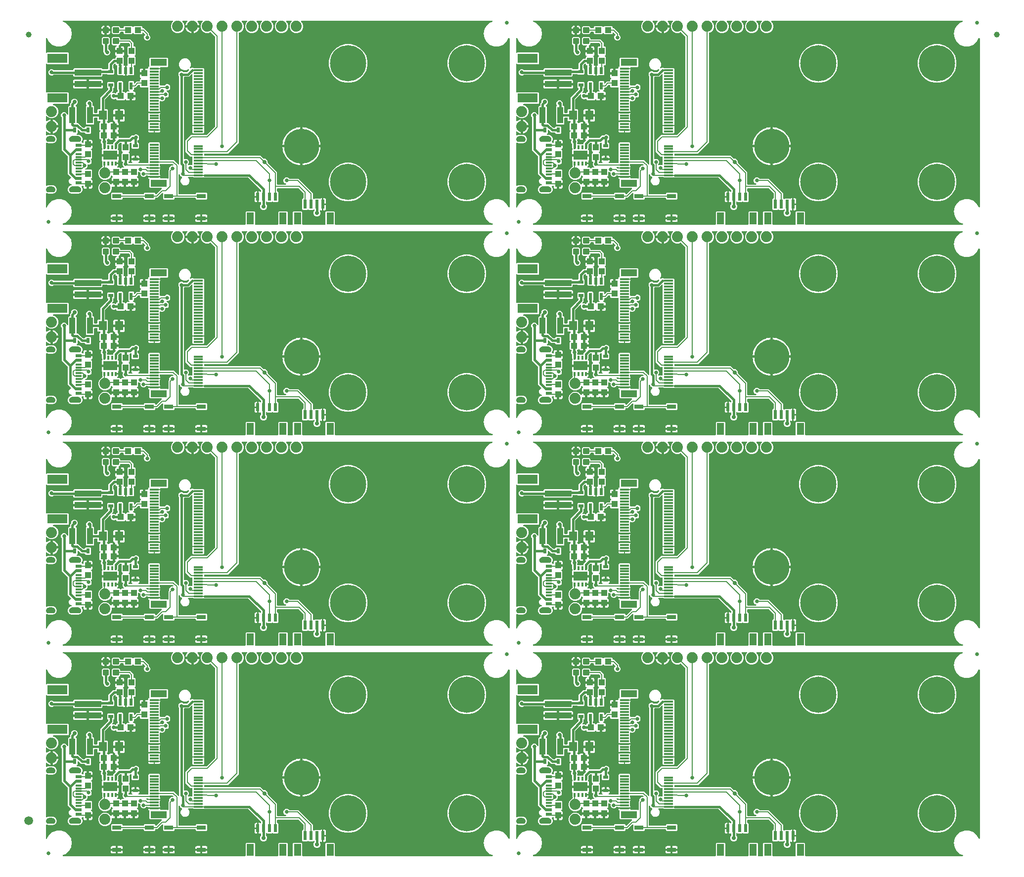
<source format=gtl>
G04 EAGLE Gerber RS-274X export*
G75*
%MOMM*%
%FSLAX34Y34*%
%LPD*%
%INTop Copper*%
%IPPOS*%
%AMOC8*
5,1,8,0,0,1.08239X$1,22.5*%
G01*
%ADD10R,1.000000X0.300000*%
%ADD11R,1.000000X0.600000*%
%ADD12C,0.755600*%
%ADD13R,1.000000X1.100000*%
%ADD14C,0.635000*%
%ADD15R,1.524000X0.762000*%
%ADD16C,6.000000*%
%ADD17R,1.100000X1.000000*%
%ADD18C,0.300000*%
%ADD19R,1.550000X0.300000*%
%ADD20R,2.750000X1.200000*%
%ADD21R,1.200000X2.000000*%
%ADD22R,0.600000X1.350000*%
%ADD23R,4.600000X1.000000*%
%ADD24R,3.400000X1.600000*%
%ADD25R,0.300000X0.650000*%
%ADD26R,2.350000X1.600000*%
%ADD27R,1.400000X1.600000*%
%ADD28C,1.879600*%
%ADD29R,0.830000X0.630000*%
%ADD30R,1.000000X2.800000*%
%ADD31R,0.550000X1.200000*%
%ADD32R,0.630000X0.830000*%
%ADD33R,0.600000X1.550000*%
%ADD34C,6.197600*%
%ADD35C,1.000000*%
%ADD36C,1.500000*%
%ADD37C,0.203200*%
%ADD38C,0.660400*%
%ADD39C,0.406400*%
%ADD40C,0.736600*%

G36*
X1149190Y3057D02*
X1149190Y3057D01*
X1149248Y3055D01*
X1149330Y3077D01*
X1149414Y3089D01*
X1149467Y3112D01*
X1149523Y3127D01*
X1149596Y3170D01*
X1149673Y3205D01*
X1149718Y3243D01*
X1149768Y3272D01*
X1149826Y3334D01*
X1149890Y3388D01*
X1149922Y3437D01*
X1149962Y3480D01*
X1150001Y3555D01*
X1150048Y3625D01*
X1150065Y3681D01*
X1150092Y3733D01*
X1150103Y3801D01*
X1150133Y3896D01*
X1150136Y3996D01*
X1150147Y4064D01*
X1150147Y24892D01*
X1151338Y26083D01*
X1165022Y26083D01*
X1166213Y24892D01*
X1166213Y4064D01*
X1166221Y4006D01*
X1166219Y3948D01*
X1166241Y3866D01*
X1166253Y3782D01*
X1166276Y3729D01*
X1166291Y3673D01*
X1166334Y3600D01*
X1166369Y3523D01*
X1166407Y3478D01*
X1166436Y3428D01*
X1166498Y3370D01*
X1166552Y3306D01*
X1166601Y3274D01*
X1166644Y3234D01*
X1166719Y3195D01*
X1166789Y3148D01*
X1166845Y3131D01*
X1166897Y3104D01*
X1166965Y3093D01*
X1167060Y3063D01*
X1167160Y3060D01*
X1167228Y3049D01*
X1205132Y3049D01*
X1205190Y3057D01*
X1205248Y3055D01*
X1205330Y3077D01*
X1205414Y3089D01*
X1205467Y3112D01*
X1205523Y3127D01*
X1205596Y3170D01*
X1205673Y3205D01*
X1205718Y3243D01*
X1205768Y3272D01*
X1205826Y3334D01*
X1205890Y3388D01*
X1205922Y3437D01*
X1205962Y3480D01*
X1206001Y3555D01*
X1206048Y3625D01*
X1206065Y3681D01*
X1206092Y3733D01*
X1206103Y3801D01*
X1206133Y3896D01*
X1206136Y3996D01*
X1206147Y4064D01*
X1206147Y24892D01*
X1207338Y26083D01*
X1221022Y26083D01*
X1222213Y24892D01*
X1222213Y4064D01*
X1222221Y4006D01*
X1222219Y3948D01*
X1222241Y3866D01*
X1222253Y3782D01*
X1222276Y3729D01*
X1222291Y3673D01*
X1222334Y3600D01*
X1222369Y3523D01*
X1222407Y3478D01*
X1222436Y3428D01*
X1222498Y3370D01*
X1222552Y3306D01*
X1222601Y3274D01*
X1222644Y3234D01*
X1222719Y3195D01*
X1222789Y3148D01*
X1222845Y3131D01*
X1222897Y3104D01*
X1222965Y3093D01*
X1223060Y3063D01*
X1223160Y3060D01*
X1223228Y3049D01*
X1230192Y3049D01*
X1230250Y3057D01*
X1230308Y3055D01*
X1230390Y3077D01*
X1230474Y3089D01*
X1230527Y3112D01*
X1230583Y3127D01*
X1230656Y3170D01*
X1230733Y3205D01*
X1230778Y3243D01*
X1230828Y3272D01*
X1230886Y3334D01*
X1230950Y3388D01*
X1230982Y3437D01*
X1231022Y3480D01*
X1231061Y3555D01*
X1231108Y3625D01*
X1231125Y3681D01*
X1231152Y3733D01*
X1231163Y3801D01*
X1231193Y3896D01*
X1231196Y3996D01*
X1231207Y4064D01*
X1231207Y24562D01*
X1232398Y25753D01*
X1246082Y25753D01*
X1247273Y24562D01*
X1247273Y4064D01*
X1247281Y4006D01*
X1247279Y3948D01*
X1247301Y3866D01*
X1247313Y3782D01*
X1247336Y3729D01*
X1247351Y3673D01*
X1247394Y3600D01*
X1247429Y3523D01*
X1247467Y3478D01*
X1247496Y3428D01*
X1247558Y3370D01*
X1247612Y3306D01*
X1247661Y3274D01*
X1247704Y3234D01*
X1247779Y3195D01*
X1247849Y3148D01*
X1247905Y3131D01*
X1247957Y3104D01*
X1248025Y3093D01*
X1248120Y3063D01*
X1248220Y3060D01*
X1248288Y3049D01*
X1286192Y3049D01*
X1286250Y3057D01*
X1286308Y3055D01*
X1286390Y3077D01*
X1286474Y3089D01*
X1286527Y3112D01*
X1286583Y3127D01*
X1286656Y3170D01*
X1286733Y3205D01*
X1286778Y3243D01*
X1286828Y3272D01*
X1286886Y3334D01*
X1286950Y3388D01*
X1286982Y3437D01*
X1287022Y3480D01*
X1287061Y3555D01*
X1287108Y3625D01*
X1287125Y3681D01*
X1287152Y3733D01*
X1287163Y3801D01*
X1287193Y3896D01*
X1287196Y3996D01*
X1287207Y4064D01*
X1287207Y24562D01*
X1288398Y25753D01*
X1302082Y25753D01*
X1303273Y24562D01*
X1303273Y4064D01*
X1303281Y4006D01*
X1303279Y3948D01*
X1303301Y3866D01*
X1303313Y3782D01*
X1303336Y3729D01*
X1303351Y3673D01*
X1303394Y3600D01*
X1303429Y3523D01*
X1303467Y3478D01*
X1303496Y3428D01*
X1303558Y3370D01*
X1303612Y3306D01*
X1303661Y3274D01*
X1303704Y3234D01*
X1303779Y3195D01*
X1303849Y3148D01*
X1303905Y3131D01*
X1303957Y3104D01*
X1304025Y3093D01*
X1304120Y3063D01*
X1304220Y3060D01*
X1304288Y3049D01*
X1572405Y3049D01*
X1572512Y3064D01*
X1572619Y3072D01*
X1572652Y3084D01*
X1572686Y3089D01*
X1572785Y3133D01*
X1572886Y3170D01*
X1572914Y3191D01*
X1572946Y3205D01*
X1573028Y3274D01*
X1573115Y3338D01*
X1573136Y3366D01*
X1573163Y3388D01*
X1573222Y3478D01*
X1573288Y3564D01*
X1573301Y3596D01*
X1573320Y3625D01*
X1573353Y3728D01*
X1573392Y3828D01*
X1573396Y3863D01*
X1573406Y3896D01*
X1573409Y4004D01*
X1573419Y4111D01*
X1573413Y4146D01*
X1573413Y4180D01*
X1573386Y4285D01*
X1573366Y4391D01*
X1573350Y4422D01*
X1573342Y4455D01*
X1573286Y4548D01*
X1573238Y4644D01*
X1573214Y4670D01*
X1573196Y4700D01*
X1573117Y4774D01*
X1573044Y4853D01*
X1573017Y4868D01*
X1572989Y4894D01*
X1572798Y4992D01*
X1572752Y5018D01*
X1568918Y6413D01*
X1563085Y11308D01*
X1559278Y17902D01*
X1557956Y25400D01*
X1559278Y32898D01*
X1563085Y39492D01*
X1568918Y44387D01*
X1576073Y46991D01*
X1583687Y46991D01*
X1590842Y44387D01*
X1596675Y39492D01*
X1600337Y33149D01*
X1600349Y33134D01*
X1600357Y33116D01*
X1600436Y33022D01*
X1600512Y32925D01*
X1600528Y32914D01*
X1600541Y32899D01*
X1600643Y32831D01*
X1600742Y32759D01*
X1600761Y32752D01*
X1600777Y32741D01*
X1600894Y32704D01*
X1601010Y32663D01*
X1601030Y32662D01*
X1601048Y32656D01*
X1601171Y32652D01*
X1601294Y32645D01*
X1601313Y32649D01*
X1601332Y32648D01*
X1601451Y32679D01*
X1601571Y32706D01*
X1601589Y32715D01*
X1601607Y32720D01*
X1601713Y32783D01*
X1601821Y32842D01*
X1601835Y32855D01*
X1601852Y32865D01*
X1601936Y32955D01*
X1602023Y33041D01*
X1602033Y33058D01*
X1602046Y33073D01*
X1602102Y33182D01*
X1602162Y33289D01*
X1602167Y33308D01*
X1602176Y33326D01*
X1602188Y33398D01*
X1602227Y33566D01*
X1602225Y33617D01*
X1602231Y33657D01*
X1602231Y321943D01*
X1602229Y321963D01*
X1602231Y321982D01*
X1602209Y322103D01*
X1602191Y322225D01*
X1602183Y322242D01*
X1602180Y322262D01*
X1602125Y322372D01*
X1602075Y322484D01*
X1602063Y322499D01*
X1602054Y322517D01*
X1601971Y322607D01*
X1601892Y322701D01*
X1601875Y322712D01*
X1601862Y322726D01*
X1601757Y322791D01*
X1601655Y322859D01*
X1601636Y322865D01*
X1601620Y322875D01*
X1601501Y322907D01*
X1601384Y322944D01*
X1601364Y322945D01*
X1601345Y322950D01*
X1601223Y322949D01*
X1601100Y322952D01*
X1601081Y322947D01*
X1601061Y322947D01*
X1600943Y322911D01*
X1600825Y322880D01*
X1600808Y322870D01*
X1600789Y322864D01*
X1600686Y322797D01*
X1600580Y322735D01*
X1600567Y322720D01*
X1600550Y322710D01*
X1600504Y322653D01*
X1600386Y322527D01*
X1600362Y322482D01*
X1600337Y322451D01*
X1596675Y316108D01*
X1590842Y311213D01*
X1583687Y308609D01*
X1576073Y308609D01*
X1568918Y311213D01*
X1563085Y316108D01*
X1559278Y322702D01*
X1557956Y330200D01*
X1559278Y337698D01*
X1563085Y344292D01*
X1568918Y349187D01*
X1572752Y350582D01*
X1572847Y350633D01*
X1572946Y350677D01*
X1572972Y350699D01*
X1573003Y350716D01*
X1573080Y350791D01*
X1573163Y350861D01*
X1573182Y350889D01*
X1573207Y350914D01*
X1573261Y351007D01*
X1573320Y351097D01*
X1573331Y351130D01*
X1573348Y351160D01*
X1573374Y351265D01*
X1573406Y351368D01*
X1573407Y351403D01*
X1573415Y351437D01*
X1573411Y351544D01*
X1573413Y351652D01*
X1573405Y351686D01*
X1573403Y351721D01*
X1573369Y351823D01*
X1573342Y351927D01*
X1573324Y351957D01*
X1573313Y351990D01*
X1573251Y352079D01*
X1573196Y352172D01*
X1573171Y352196D01*
X1573151Y352224D01*
X1573068Y352293D01*
X1572989Y352366D01*
X1572958Y352382D01*
X1572931Y352404D01*
X1572832Y352447D01*
X1572736Y352496D01*
X1572705Y352501D01*
X1572670Y352516D01*
X1572457Y352542D01*
X1572405Y352551D01*
X1245945Y352551D01*
X1245916Y352547D01*
X1245887Y352550D01*
X1245776Y352527D01*
X1245664Y352511D01*
X1245637Y352499D01*
X1245608Y352494D01*
X1245508Y352441D01*
X1245404Y352395D01*
X1245382Y352376D01*
X1245356Y352363D01*
X1245274Y352285D01*
X1245187Y352212D01*
X1245171Y352187D01*
X1245150Y352167D01*
X1245093Y352069D01*
X1245030Y351975D01*
X1245021Y351947D01*
X1245006Y351922D01*
X1244978Y351812D01*
X1244944Y351704D01*
X1244943Y351674D01*
X1244936Y351646D01*
X1244940Y351533D01*
X1244937Y351420D01*
X1244944Y351391D01*
X1244945Y351362D01*
X1244980Y351254D01*
X1245008Y351145D01*
X1245023Y351119D01*
X1245032Y351091D01*
X1245078Y351027D01*
X1245154Y350900D01*
X1245199Y350857D01*
X1245227Y350818D01*
X1246671Y349375D01*
X1248411Y345174D01*
X1248411Y340626D01*
X1246670Y336425D01*
X1243455Y333210D01*
X1239254Y331469D01*
X1234706Y331469D01*
X1230505Y333210D01*
X1227290Y336425D01*
X1225549Y340626D01*
X1225549Y345174D01*
X1227289Y349375D01*
X1228733Y350818D01*
X1228750Y350842D01*
X1228773Y350861D01*
X1228835Y350955D01*
X1228904Y351045D01*
X1228914Y351073D01*
X1228930Y351097D01*
X1228964Y351205D01*
X1229005Y351311D01*
X1229007Y351340D01*
X1229016Y351368D01*
X1229019Y351482D01*
X1229028Y351594D01*
X1229023Y351623D01*
X1229023Y351652D01*
X1228995Y351762D01*
X1228972Y351873D01*
X1228959Y351899D01*
X1228952Y351927D01*
X1228894Y352025D01*
X1228841Y352125D01*
X1228821Y352147D01*
X1228806Y352172D01*
X1228724Y352249D01*
X1228646Y352331D01*
X1228620Y352346D01*
X1228599Y352366D01*
X1228498Y352418D01*
X1228400Y352475D01*
X1228372Y352482D01*
X1228346Y352496D01*
X1228268Y352509D01*
X1228125Y352545D01*
X1228062Y352543D01*
X1228015Y352551D01*
X1220545Y352551D01*
X1220516Y352547D01*
X1220487Y352550D01*
X1220376Y352527D01*
X1220264Y352511D01*
X1220237Y352499D01*
X1220208Y352494D01*
X1220108Y352441D01*
X1220004Y352395D01*
X1219982Y352376D01*
X1219956Y352363D01*
X1219874Y352285D01*
X1219787Y352212D01*
X1219771Y352187D01*
X1219750Y352167D01*
X1219693Y352069D01*
X1219630Y351975D01*
X1219621Y351947D01*
X1219606Y351922D01*
X1219578Y351812D01*
X1219544Y351704D01*
X1219543Y351674D01*
X1219536Y351646D01*
X1219540Y351533D01*
X1219537Y351420D01*
X1219544Y351391D01*
X1219545Y351362D01*
X1219580Y351254D01*
X1219608Y351145D01*
X1219623Y351119D01*
X1219632Y351091D01*
X1219678Y351027D01*
X1219754Y350900D01*
X1219799Y350857D01*
X1219827Y350818D01*
X1221271Y349375D01*
X1223011Y345174D01*
X1223011Y340626D01*
X1221270Y336425D01*
X1218055Y333210D01*
X1213854Y331469D01*
X1209306Y331469D01*
X1205105Y333210D01*
X1201890Y336425D01*
X1200149Y340626D01*
X1200149Y345174D01*
X1201889Y349375D01*
X1203333Y350818D01*
X1203350Y350842D01*
X1203373Y350861D01*
X1203435Y350955D01*
X1203504Y351045D01*
X1203514Y351073D01*
X1203530Y351097D01*
X1203564Y351205D01*
X1203605Y351311D01*
X1203607Y351340D01*
X1203616Y351368D01*
X1203619Y351482D01*
X1203628Y351594D01*
X1203623Y351623D01*
X1203623Y351652D01*
X1203595Y351762D01*
X1203572Y351873D01*
X1203559Y351899D01*
X1203552Y351927D01*
X1203494Y352025D01*
X1203441Y352125D01*
X1203421Y352147D01*
X1203406Y352172D01*
X1203324Y352249D01*
X1203246Y352331D01*
X1203220Y352346D01*
X1203199Y352366D01*
X1203098Y352418D01*
X1203000Y352475D01*
X1202972Y352482D01*
X1202946Y352496D01*
X1202868Y352509D01*
X1202725Y352545D01*
X1202662Y352543D01*
X1202615Y352551D01*
X1195145Y352551D01*
X1195116Y352547D01*
X1195087Y352550D01*
X1194976Y352527D01*
X1194864Y352511D01*
X1194837Y352499D01*
X1194808Y352494D01*
X1194708Y352441D01*
X1194604Y352395D01*
X1194582Y352376D01*
X1194556Y352363D01*
X1194474Y352285D01*
X1194387Y352212D01*
X1194371Y352187D01*
X1194350Y352167D01*
X1194293Y352069D01*
X1194230Y351975D01*
X1194221Y351947D01*
X1194206Y351922D01*
X1194178Y351812D01*
X1194144Y351704D01*
X1194143Y351674D01*
X1194136Y351646D01*
X1194140Y351533D01*
X1194137Y351420D01*
X1194144Y351391D01*
X1194145Y351362D01*
X1194180Y351254D01*
X1194208Y351145D01*
X1194223Y351119D01*
X1194232Y351091D01*
X1194278Y351027D01*
X1194354Y350900D01*
X1194399Y350857D01*
X1194427Y350818D01*
X1195871Y349375D01*
X1197611Y345174D01*
X1197611Y340626D01*
X1195870Y336425D01*
X1192655Y333210D01*
X1188454Y331469D01*
X1183906Y331469D01*
X1179705Y333210D01*
X1176490Y336425D01*
X1174749Y340626D01*
X1174749Y345174D01*
X1176489Y349375D01*
X1177933Y350818D01*
X1177950Y350842D01*
X1177973Y350861D01*
X1178035Y350955D01*
X1178104Y351045D01*
X1178114Y351073D01*
X1178130Y351097D01*
X1178164Y351205D01*
X1178205Y351311D01*
X1178207Y351340D01*
X1178216Y351368D01*
X1178219Y351482D01*
X1178228Y351594D01*
X1178223Y351623D01*
X1178223Y351652D01*
X1178195Y351762D01*
X1178172Y351873D01*
X1178159Y351899D01*
X1178152Y351927D01*
X1178094Y352025D01*
X1178041Y352125D01*
X1178021Y352147D01*
X1178006Y352172D01*
X1177924Y352249D01*
X1177846Y352331D01*
X1177820Y352346D01*
X1177799Y352366D01*
X1177698Y352418D01*
X1177600Y352475D01*
X1177572Y352482D01*
X1177546Y352496D01*
X1177468Y352509D01*
X1177325Y352545D01*
X1177262Y352543D01*
X1177215Y352551D01*
X1169745Y352551D01*
X1169716Y352547D01*
X1169687Y352550D01*
X1169576Y352527D01*
X1169464Y352511D01*
X1169437Y352499D01*
X1169408Y352494D01*
X1169308Y352441D01*
X1169204Y352395D01*
X1169182Y352376D01*
X1169156Y352363D01*
X1169074Y352285D01*
X1168987Y352212D01*
X1168971Y352187D01*
X1168950Y352167D01*
X1168893Y352069D01*
X1168830Y351975D01*
X1168821Y351947D01*
X1168806Y351922D01*
X1168778Y351812D01*
X1168744Y351704D01*
X1168743Y351674D01*
X1168736Y351646D01*
X1168740Y351533D01*
X1168737Y351420D01*
X1168744Y351391D01*
X1168745Y351362D01*
X1168780Y351254D01*
X1168808Y351145D01*
X1168823Y351119D01*
X1168832Y351091D01*
X1168878Y351027D01*
X1168954Y350900D01*
X1168999Y350857D01*
X1169027Y350818D01*
X1170471Y349375D01*
X1172211Y345174D01*
X1172211Y340626D01*
X1170470Y336425D01*
X1167255Y333210D01*
X1163054Y331469D01*
X1158506Y331469D01*
X1154305Y333210D01*
X1151090Y336425D01*
X1149349Y340626D01*
X1149349Y345174D01*
X1151089Y349375D01*
X1152533Y350818D01*
X1152550Y350842D01*
X1152573Y350861D01*
X1152635Y350955D01*
X1152704Y351045D01*
X1152714Y351073D01*
X1152730Y351097D01*
X1152764Y351205D01*
X1152805Y351311D01*
X1152807Y351340D01*
X1152816Y351368D01*
X1152819Y351482D01*
X1152828Y351594D01*
X1152823Y351623D01*
X1152823Y351652D01*
X1152795Y351762D01*
X1152772Y351873D01*
X1152759Y351899D01*
X1152752Y351927D01*
X1152694Y352025D01*
X1152641Y352125D01*
X1152621Y352147D01*
X1152606Y352172D01*
X1152524Y352249D01*
X1152446Y352331D01*
X1152420Y352346D01*
X1152399Y352366D01*
X1152298Y352418D01*
X1152200Y352475D01*
X1152172Y352482D01*
X1152146Y352496D01*
X1152068Y352509D01*
X1151925Y352545D01*
X1151862Y352543D01*
X1151815Y352551D01*
X1144345Y352551D01*
X1144316Y352547D01*
X1144287Y352550D01*
X1144176Y352527D01*
X1144064Y352511D01*
X1144037Y352499D01*
X1144008Y352494D01*
X1143908Y352441D01*
X1143804Y352395D01*
X1143782Y352376D01*
X1143756Y352363D01*
X1143674Y352285D01*
X1143587Y352212D01*
X1143571Y352187D01*
X1143550Y352167D01*
X1143493Y352069D01*
X1143430Y351975D01*
X1143421Y351947D01*
X1143406Y351922D01*
X1143378Y351812D01*
X1143344Y351704D01*
X1143343Y351674D01*
X1143336Y351646D01*
X1143340Y351533D01*
X1143337Y351420D01*
X1143344Y351391D01*
X1143345Y351362D01*
X1143380Y351254D01*
X1143408Y351145D01*
X1143423Y351119D01*
X1143432Y351091D01*
X1143478Y351027D01*
X1143554Y350900D01*
X1143599Y350857D01*
X1143627Y350818D01*
X1145071Y349375D01*
X1146811Y345174D01*
X1146811Y340626D01*
X1145070Y336425D01*
X1141855Y333210D01*
X1139055Y332050D01*
X1139054Y332049D01*
X1139053Y332049D01*
X1138934Y331978D01*
X1138811Y331905D01*
X1138810Y331904D01*
X1138808Y331903D01*
X1138711Y331800D01*
X1138615Y331699D01*
X1138615Y331697D01*
X1138614Y331696D01*
X1138549Y331570D01*
X1138485Y331446D01*
X1138485Y331444D01*
X1138484Y331443D01*
X1138482Y331428D01*
X1138430Y331167D01*
X1138433Y331137D01*
X1138429Y331112D01*
X1138429Y143517D01*
X1119663Y124751D01*
X1080028Y124751D01*
X1079970Y124743D01*
X1079912Y124745D01*
X1079830Y124723D01*
X1079746Y124711D01*
X1079693Y124688D01*
X1079637Y124673D01*
X1079564Y124630D01*
X1079487Y124595D01*
X1079442Y124557D01*
X1079392Y124528D01*
X1079334Y124466D01*
X1079270Y124412D01*
X1079238Y124363D01*
X1079198Y124320D01*
X1079159Y124245D01*
X1079112Y124175D01*
X1079095Y124119D01*
X1079068Y124067D01*
X1079057Y123999D01*
X1079027Y123904D01*
X1079024Y123804D01*
X1079013Y123736D01*
X1079013Y122174D01*
X1079021Y122116D01*
X1079019Y122058D01*
X1079041Y121976D01*
X1079053Y121892D01*
X1079076Y121839D01*
X1079091Y121783D01*
X1079134Y121710D01*
X1079169Y121633D01*
X1079207Y121588D01*
X1079236Y121538D01*
X1079298Y121480D01*
X1079352Y121416D01*
X1079401Y121384D01*
X1079444Y121344D01*
X1079519Y121305D01*
X1079589Y121258D01*
X1079645Y121241D01*
X1079697Y121214D01*
X1079765Y121203D01*
X1079860Y121173D01*
X1079960Y121170D01*
X1080028Y121159D01*
X1176013Y121159D01*
X1178096Y119076D01*
X1178096Y119075D01*
X1180668Y116503D01*
X1180738Y116451D01*
X1180802Y116391D01*
X1180851Y116365D01*
X1180896Y116332D01*
X1180977Y116301D01*
X1181055Y116261D01*
X1181103Y116253D01*
X1181161Y116231D01*
X1181309Y116219D01*
X1181386Y116206D01*
X1183507Y116206D01*
X1185608Y115336D01*
X1187216Y113728D01*
X1188086Y111627D01*
X1188086Y109506D01*
X1188098Y109420D01*
X1188101Y109332D01*
X1188118Y109280D01*
X1188126Y109225D01*
X1188161Y109145D01*
X1188188Y109062D01*
X1188216Y109023D01*
X1188242Y108965D01*
X1188338Y108852D01*
X1188383Y108788D01*
X1204229Y92943D01*
X1204229Y72644D01*
X1204237Y72586D01*
X1204235Y72528D01*
X1204257Y72446D01*
X1204269Y72362D01*
X1204292Y72309D01*
X1204307Y72253D01*
X1204350Y72180D01*
X1204385Y72103D01*
X1204423Y72058D01*
X1204452Y72008D01*
X1204514Y71950D01*
X1204568Y71886D01*
X1204617Y71854D01*
X1204660Y71814D01*
X1204735Y71775D01*
X1204805Y71728D01*
X1204861Y71711D01*
X1204913Y71684D01*
X1204981Y71673D01*
X1205076Y71643D01*
X1205176Y71640D01*
X1205244Y71629D01*
X1218594Y71629D01*
X1218679Y71641D01*
X1218765Y71643D01*
X1218819Y71661D01*
X1218875Y71669D01*
X1218954Y71704D01*
X1219036Y71730D01*
X1219083Y71762D01*
X1219135Y71785D01*
X1219200Y71840D01*
X1219272Y71888D01*
X1219308Y71932D01*
X1219352Y71968D01*
X1219399Y72040D01*
X1219455Y72106D01*
X1219478Y72158D01*
X1219509Y72205D01*
X1219535Y72287D01*
X1219570Y72366D01*
X1219578Y72422D01*
X1219595Y72476D01*
X1219597Y72562D01*
X1219609Y72647D01*
X1219601Y72703D01*
X1219602Y72760D01*
X1219581Y72843D01*
X1219568Y72929D01*
X1219545Y72980D01*
X1219531Y73035D01*
X1219487Y73109D01*
X1219451Y73188D01*
X1219414Y73231D01*
X1219385Y73280D01*
X1219323Y73339D01*
X1219267Y73404D01*
X1219225Y73430D01*
X1219178Y73474D01*
X1219049Y73540D01*
X1218982Y73582D01*
X1217448Y74217D01*
X1215947Y75718D01*
X1215135Y77679D01*
X1215135Y79801D01*
X1215947Y81762D01*
X1217448Y83263D01*
X1219409Y84075D01*
X1221531Y84075D01*
X1223492Y83263D01*
X1224668Y82086D01*
X1224738Y82034D01*
X1224802Y81974D01*
X1224851Y81948D01*
X1224896Y81915D01*
X1224977Y81884D01*
X1225055Y81844D01*
X1225103Y81836D01*
X1225161Y81814D01*
X1225309Y81802D01*
X1225386Y81789D01*
X1240783Y81789D01*
X1265289Y57283D01*
X1265289Y48768D01*
X1265297Y48710D01*
X1265295Y48652D01*
X1265317Y48570D01*
X1265329Y48486D01*
X1265352Y48433D01*
X1265367Y48377D01*
X1265410Y48304D01*
X1265445Y48227D01*
X1265483Y48182D01*
X1265512Y48132D01*
X1265574Y48074D01*
X1265628Y48010D01*
X1265677Y47978D01*
X1265720Y47938D01*
X1265795Y47899D01*
X1265865Y47852D01*
X1265921Y47835D01*
X1265973Y47808D01*
X1266037Y47797D01*
X1266522Y47313D01*
X1266569Y47278D01*
X1266609Y47235D01*
X1266682Y47192D01*
X1266749Y47142D01*
X1266804Y47121D01*
X1266854Y47091D01*
X1266936Y47070D01*
X1267015Y47040D01*
X1267073Y47036D01*
X1267130Y47021D01*
X1267214Y47024D01*
X1267298Y47017D01*
X1267356Y47028D01*
X1267414Y47030D01*
X1267494Y47056D01*
X1267577Y47073D01*
X1267629Y47100D01*
X1267685Y47118D01*
X1267741Y47158D01*
X1267829Y47204D01*
X1267902Y47272D01*
X1267958Y47313D01*
X1268398Y47753D01*
X1276082Y47753D01*
X1276163Y47672D01*
X1276210Y47637D01*
X1276250Y47594D01*
X1276323Y47552D01*
X1276390Y47501D01*
X1276445Y47480D01*
X1276495Y47450D01*
X1276577Y47430D01*
X1276656Y47400D01*
X1276714Y47395D01*
X1276771Y47380D01*
X1276855Y47383D01*
X1276939Y47376D01*
X1276996Y47388D01*
X1277055Y47389D01*
X1277135Y47415D01*
X1277218Y47432D01*
X1277270Y47459D01*
X1277325Y47477D01*
X1277382Y47517D01*
X1277470Y47563D01*
X1277542Y47632D01*
X1277599Y47672D01*
X1277680Y47753D01*
X1278259Y48088D01*
X1278906Y48261D01*
X1280741Y48261D01*
X1280741Y38454D01*
X1280749Y38396D01*
X1280747Y38338D01*
X1280769Y38256D01*
X1280781Y38173D01*
X1280804Y38119D01*
X1280819Y38063D01*
X1280862Y37990D01*
X1280871Y37971D01*
X1280840Y37925D01*
X1280823Y37869D01*
X1280796Y37817D01*
X1280785Y37749D01*
X1280755Y37654D01*
X1280752Y37554D01*
X1280741Y37486D01*
X1280741Y27679D01*
X1278906Y27679D01*
X1278329Y27834D01*
X1278309Y27836D01*
X1278291Y27843D01*
X1278169Y27853D01*
X1278046Y27868D01*
X1278027Y27865D01*
X1278007Y27867D01*
X1277887Y27843D01*
X1277766Y27823D01*
X1277748Y27815D01*
X1277729Y27811D01*
X1277619Y27754D01*
X1277509Y27702D01*
X1277494Y27689D01*
X1277476Y27680D01*
X1277387Y27595D01*
X1277295Y27514D01*
X1277285Y27498D01*
X1277270Y27484D01*
X1277208Y27378D01*
X1277142Y27275D01*
X1277137Y27256D01*
X1277127Y27239D01*
X1277096Y27120D01*
X1277062Y27002D01*
X1277061Y26982D01*
X1277057Y26963D01*
X1277060Y26840D01*
X1277060Y26718D01*
X1277065Y26699D01*
X1277066Y26679D01*
X1277104Y26562D01*
X1277137Y26444D01*
X1277147Y26427D01*
X1277153Y26409D01*
X1277196Y26348D01*
X1277287Y26202D01*
X1277325Y26168D01*
X1277348Y26135D01*
X1277386Y26098D01*
X1278256Y23997D01*
X1278256Y21723D01*
X1277386Y19622D01*
X1275778Y18014D01*
X1273677Y17144D01*
X1271403Y17144D01*
X1269302Y18014D01*
X1267694Y19622D01*
X1266824Y21723D01*
X1266824Y23997D01*
X1267694Y26098D01*
X1268178Y26581D01*
X1268230Y26651D01*
X1268290Y26715D01*
X1268316Y26764D01*
X1268349Y26808D01*
X1268380Y26890D01*
X1268420Y26968D01*
X1268428Y27016D01*
X1268450Y27074D01*
X1268462Y27222D01*
X1268475Y27299D01*
X1268475Y27690D01*
X1268463Y27776D01*
X1268460Y27864D01*
X1268443Y27916D01*
X1268435Y27971D01*
X1268400Y28051D01*
X1268373Y28134D01*
X1268345Y28173D01*
X1268319Y28230D01*
X1268223Y28344D01*
X1268178Y28407D01*
X1267958Y28627D01*
X1267911Y28662D01*
X1267871Y28705D01*
X1267798Y28748D01*
X1267731Y28798D01*
X1267676Y28819D01*
X1267626Y28849D01*
X1267544Y28869D01*
X1267465Y28900D01*
X1267407Y28904D01*
X1267350Y28919D01*
X1267266Y28916D01*
X1267182Y28923D01*
X1267124Y28912D01*
X1267066Y28910D01*
X1266986Y28884D01*
X1266903Y28867D01*
X1266851Y28840D01*
X1266795Y28822D01*
X1266739Y28782D01*
X1266651Y28736D01*
X1266578Y28667D01*
X1266522Y28627D01*
X1266082Y28187D01*
X1258398Y28187D01*
X1257958Y28627D01*
X1257911Y28663D01*
X1257871Y28705D01*
X1257798Y28748D01*
X1257731Y28798D01*
X1257676Y28819D01*
X1257626Y28849D01*
X1257544Y28869D01*
X1257465Y28900D01*
X1257407Y28904D01*
X1257350Y28919D01*
X1257266Y28916D01*
X1257182Y28923D01*
X1257124Y28912D01*
X1257066Y28910D01*
X1256986Y28884D01*
X1256903Y28867D01*
X1256851Y28840D01*
X1256795Y28822D01*
X1256739Y28782D01*
X1256651Y28736D01*
X1256578Y28667D01*
X1256522Y28627D01*
X1256082Y28187D01*
X1248398Y28187D01*
X1247207Y29378D01*
X1247207Y46562D01*
X1248435Y47789D01*
X1248458Y47793D01*
X1248511Y47816D01*
X1248567Y47831D01*
X1248640Y47874D01*
X1248717Y47909D01*
X1248762Y47947D01*
X1248812Y47976D01*
X1248870Y48038D01*
X1248934Y48092D01*
X1248966Y48141D01*
X1249006Y48184D01*
X1249045Y48259D01*
X1249092Y48329D01*
X1249109Y48385D01*
X1249136Y48437D01*
X1249147Y48505D01*
X1249177Y48600D01*
X1249180Y48700D01*
X1249191Y48768D01*
X1249191Y56717D01*
X1249179Y56803D01*
X1249176Y56891D01*
X1249159Y56943D01*
X1249151Y56998D01*
X1249116Y57078D01*
X1249089Y57161D01*
X1249061Y57200D01*
X1249035Y57258D01*
X1248939Y57371D01*
X1248894Y57435D01*
X1241095Y65234D01*
X1241025Y65286D01*
X1240961Y65346D01*
X1240911Y65372D01*
X1240867Y65405D01*
X1240786Y65436D01*
X1240708Y65476D01*
X1240660Y65484D01*
X1240602Y65506D01*
X1240454Y65518D01*
X1240377Y65531D01*
X1205244Y65531D01*
X1205186Y65523D01*
X1205128Y65525D01*
X1205046Y65503D01*
X1204962Y65491D01*
X1204909Y65468D01*
X1204853Y65453D01*
X1204780Y65410D01*
X1204703Y65375D01*
X1204658Y65337D01*
X1204608Y65308D01*
X1204550Y65246D01*
X1204486Y65192D01*
X1204454Y65143D01*
X1204414Y65100D01*
X1204375Y65025D01*
X1204328Y64955D01*
X1204311Y64899D01*
X1204284Y64847D01*
X1204273Y64779D01*
X1204243Y64684D01*
X1204240Y64584D01*
X1204229Y64516D01*
X1204229Y60598D01*
X1204237Y60540D01*
X1204235Y60482D01*
X1204257Y60400D01*
X1204269Y60316D01*
X1204292Y60263D01*
X1204307Y60207D01*
X1204350Y60134D01*
X1204385Y60057D01*
X1204423Y60012D01*
X1204452Y59962D01*
X1204514Y59904D01*
X1204568Y59840D01*
X1204617Y59808D01*
X1204660Y59768D01*
X1204735Y59729D01*
X1204805Y59682D01*
X1204861Y59665D01*
X1204913Y59638D01*
X1204977Y59627D01*
X1206213Y58392D01*
X1206213Y43208D01*
X1205022Y42017D01*
X1197338Y42017D01*
X1196898Y42457D01*
X1196851Y42492D01*
X1196811Y42535D01*
X1196738Y42578D01*
X1196671Y42628D01*
X1196616Y42649D01*
X1196566Y42679D01*
X1196484Y42700D01*
X1196405Y42730D01*
X1196347Y42734D01*
X1196290Y42749D01*
X1196206Y42746D01*
X1196122Y42753D01*
X1196064Y42742D01*
X1196006Y42740D01*
X1195926Y42714D01*
X1195843Y42697D01*
X1195791Y42670D01*
X1195735Y42652D01*
X1195679Y42612D01*
X1195591Y42566D01*
X1195518Y42497D01*
X1195462Y42457D01*
X1195022Y42017D01*
X1187338Y42017D01*
X1186978Y42377D01*
X1186954Y42395D01*
X1186935Y42417D01*
X1186880Y42455D01*
X1186875Y42459D01*
X1186868Y42462D01*
X1186841Y42480D01*
X1186751Y42548D01*
X1186723Y42559D01*
X1186699Y42575D01*
X1186591Y42609D01*
X1186485Y42650D01*
X1186456Y42652D01*
X1186428Y42661D01*
X1186314Y42664D01*
X1186202Y42673D01*
X1186173Y42667D01*
X1186144Y42668D01*
X1186034Y42639D01*
X1185923Y42617D01*
X1185897Y42604D01*
X1185869Y42596D01*
X1185771Y42539D01*
X1185671Y42486D01*
X1185649Y42466D01*
X1185624Y42451D01*
X1185547Y42368D01*
X1185465Y42290D01*
X1185450Y42265D01*
X1185430Y42244D01*
X1185378Y42143D01*
X1185321Y42045D01*
X1185314Y42017D01*
X1185300Y41991D01*
X1185287Y41913D01*
X1185251Y41770D01*
X1185253Y41707D01*
X1185245Y41660D01*
X1185245Y38649D01*
X1185257Y38562D01*
X1185260Y38475D01*
X1185277Y38422D01*
X1185285Y38368D01*
X1185320Y38288D01*
X1185347Y38205D01*
X1185375Y38165D01*
X1185401Y38108D01*
X1185497Y37995D01*
X1185542Y37931D01*
X1185946Y37528D01*
X1186816Y35427D01*
X1186816Y33153D01*
X1185946Y31052D01*
X1184338Y29444D01*
X1182237Y28574D01*
X1179963Y28574D01*
X1177862Y29444D01*
X1176254Y31052D01*
X1175384Y33153D01*
X1175384Y35427D01*
X1176254Y37528D01*
X1176818Y38091D01*
X1176870Y38161D01*
X1176930Y38225D01*
X1176956Y38274D01*
X1176989Y38318D01*
X1177020Y38400D01*
X1177060Y38478D01*
X1177068Y38526D01*
X1177090Y38584D01*
X1177102Y38732D01*
X1177115Y38809D01*
X1177115Y41052D01*
X1177110Y41091D01*
X1177112Y41130D01*
X1177090Y41231D01*
X1177075Y41334D01*
X1177059Y41370D01*
X1177051Y41408D01*
X1177002Y41499D01*
X1176959Y41593D01*
X1176934Y41623D01*
X1176915Y41658D01*
X1176842Y41731D01*
X1176776Y41810D01*
X1176743Y41832D01*
X1176716Y41860D01*
X1176625Y41910D01*
X1176539Y41968D01*
X1176502Y41980D01*
X1176468Y41999D01*
X1176367Y42022D01*
X1176268Y42054D01*
X1176229Y42055D01*
X1176191Y42064D01*
X1176087Y42058D01*
X1175984Y42061D01*
X1175946Y42051D01*
X1175907Y42049D01*
X1175834Y42022D01*
X1175709Y41989D01*
X1175645Y41951D01*
X1175592Y41932D01*
X1175161Y41682D01*
X1174514Y41509D01*
X1172679Y41509D01*
X1172679Y50316D01*
X1172671Y50374D01*
X1172673Y50432D01*
X1172651Y50514D01*
X1172639Y50597D01*
X1172616Y50651D01*
X1172601Y50707D01*
X1172558Y50780D01*
X1172549Y50799D01*
X1172580Y50845D01*
X1172597Y50901D01*
X1172624Y50953D01*
X1172635Y51021D01*
X1172665Y51116D01*
X1172668Y51216D01*
X1172679Y51284D01*
X1172679Y60091D01*
X1174514Y60091D01*
X1175161Y59918D01*
X1175592Y59668D01*
X1175629Y59654D01*
X1175661Y59632D01*
X1175760Y59601D01*
X1175856Y59562D01*
X1175895Y59558D01*
X1175932Y59546D01*
X1176036Y59544D01*
X1176139Y59533D01*
X1176177Y59540D01*
X1176216Y59539D01*
X1176317Y59565D01*
X1176419Y59584D01*
X1176454Y59601D01*
X1176491Y59611D01*
X1176580Y59664D01*
X1176673Y59710D01*
X1176702Y59736D01*
X1176736Y59756D01*
X1176807Y59832D01*
X1176883Y59902D01*
X1176904Y59935D01*
X1176930Y59963D01*
X1176978Y60056D01*
X1177032Y60144D01*
X1177042Y60182D01*
X1177060Y60216D01*
X1177073Y60293D01*
X1177107Y60418D01*
X1177106Y60493D01*
X1177115Y60548D01*
X1177115Y61316D01*
X1177103Y61402D01*
X1177100Y61490D01*
X1177083Y61543D01*
X1177075Y61597D01*
X1177040Y61677D01*
X1177013Y61760D01*
X1176985Y61800D01*
X1176959Y61857D01*
X1176863Y61970D01*
X1176818Y62034D01*
X1155414Y83438D01*
X1155344Y83490D01*
X1155280Y83550D01*
X1155231Y83576D01*
X1155187Y83609D01*
X1155105Y83640D01*
X1155027Y83680D01*
X1154979Y83688D01*
X1154921Y83710D01*
X1154773Y83722D01*
X1154696Y83735D01*
X1078916Y83735D01*
X1078682Y83970D01*
X1078612Y84022D01*
X1078548Y84082D01*
X1078499Y84108D01*
X1078454Y84141D01*
X1078373Y84172D01*
X1078295Y84212D01*
X1078247Y84220D01*
X1078189Y84242D01*
X1078041Y84254D01*
X1077964Y84267D01*
X1060638Y84267D01*
X1060451Y84454D01*
X1060382Y84506D01*
X1060318Y84566D01*
X1060268Y84592D01*
X1060224Y84625D01*
X1060142Y84656D01*
X1060065Y84696D01*
X1060017Y84704D01*
X1059959Y84726D01*
X1059811Y84738D01*
X1059733Y84751D01*
X1052633Y84751D01*
X1052604Y84747D01*
X1052574Y84750D01*
X1052463Y84727D01*
X1052351Y84711D01*
X1052324Y84699D01*
X1052296Y84694D01*
X1052195Y84641D01*
X1052092Y84595D01*
X1052069Y84576D01*
X1052043Y84563D01*
X1051961Y84485D01*
X1051875Y84412D01*
X1051858Y84387D01*
X1051837Y84367D01*
X1051780Y84269D01*
X1051717Y84175D01*
X1051708Y84147D01*
X1051693Y84122D01*
X1051666Y84012D01*
X1051631Y83904D01*
X1051631Y83874D01*
X1051623Y83846D01*
X1051627Y83733D01*
X1051624Y83620D01*
X1051631Y83591D01*
X1051632Y83562D01*
X1051667Y83454D01*
X1051696Y83345D01*
X1051711Y83319D01*
X1051720Y83291D01*
X1051766Y83227D01*
X1051841Y83100D01*
X1051887Y83057D01*
X1051915Y83018D01*
X1052866Y82067D01*
X1054013Y79298D01*
X1054013Y76302D01*
X1052866Y73533D01*
X1050747Y71414D01*
X1047978Y70267D01*
X1044982Y70267D01*
X1042213Y71414D01*
X1040094Y73533D01*
X1038947Y76302D01*
X1038947Y79298D01*
X1040094Y82067D01*
X1041365Y83338D01*
X1041434Y83429D01*
X1041508Y83518D01*
X1041519Y83543D01*
X1041536Y83565D01*
X1041577Y83672D01*
X1041623Y83777D01*
X1041627Y83805D01*
X1041637Y83831D01*
X1041647Y83945D01*
X1041662Y84059D01*
X1041658Y84086D01*
X1041661Y84114D01*
X1041638Y84226D01*
X1041622Y84340D01*
X1041610Y84366D01*
X1041605Y84393D01*
X1041552Y84495D01*
X1041505Y84599D01*
X1041487Y84620D01*
X1041474Y84645D01*
X1041395Y84728D01*
X1041320Y84816D01*
X1041299Y84829D01*
X1041278Y84851D01*
X1041048Y84986D01*
X1041036Y84994D01*
X1039783Y85512D01*
X1038282Y87013D01*
X1037512Y88873D01*
X1037468Y88947D01*
X1037433Y89026D01*
X1037396Y89069D01*
X1037367Y89118D01*
X1037305Y89177D01*
X1037249Y89243D01*
X1037202Y89274D01*
X1037161Y89313D01*
X1037084Y89353D01*
X1037013Y89400D01*
X1036959Y89417D01*
X1036908Y89443D01*
X1036824Y89460D01*
X1036742Y89486D01*
X1036685Y89487D01*
X1036629Y89498D01*
X1036544Y89491D01*
X1036458Y89493D01*
X1036403Y89479D01*
X1036346Y89474D01*
X1036265Y89443D01*
X1036183Y89421D01*
X1036134Y89392D01*
X1036081Y89372D01*
X1036012Y89320D01*
X1035938Y89276D01*
X1035899Y89235D01*
X1035854Y89200D01*
X1035802Y89132D01*
X1035744Y89069D01*
X1035718Y89018D01*
X1035684Y88973D01*
X1035653Y88892D01*
X1035614Y88816D01*
X1035606Y88767D01*
X1035583Y88707D01*
X1035572Y88562D01*
X1035559Y88485D01*
X1035559Y56134D01*
X1035567Y56076D01*
X1035565Y56018D01*
X1035587Y55936D01*
X1035599Y55852D01*
X1035622Y55799D01*
X1035637Y55743D01*
X1035680Y55670D01*
X1035715Y55593D01*
X1035753Y55548D01*
X1035782Y55498D01*
X1035844Y55440D01*
X1035898Y55376D01*
X1035947Y55344D01*
X1035990Y55304D01*
X1036065Y55265D01*
X1036135Y55218D01*
X1036191Y55201D01*
X1036243Y55174D01*
X1036311Y55163D01*
X1036406Y55133D01*
X1036506Y55130D01*
X1036574Y55119D01*
X1063752Y55119D01*
X1063810Y55127D01*
X1063868Y55125D01*
X1063950Y55147D01*
X1064034Y55159D01*
X1064087Y55182D01*
X1064143Y55197D01*
X1064216Y55240D01*
X1064293Y55275D01*
X1064338Y55313D01*
X1064388Y55342D01*
X1064446Y55404D01*
X1064510Y55458D01*
X1064542Y55507D01*
X1064582Y55550D01*
X1064621Y55625D01*
X1064668Y55695D01*
X1064685Y55751D01*
X1064712Y55803D01*
X1064723Y55871D01*
X1064753Y55966D01*
X1064756Y56066D01*
X1064767Y56134D01*
X1064767Y56722D01*
X1065958Y57913D01*
X1082882Y57913D01*
X1084073Y56722D01*
X1084073Y47418D01*
X1082882Y46227D01*
X1065958Y46227D01*
X1064767Y47418D01*
X1064767Y48006D01*
X1064759Y48064D01*
X1064761Y48122D01*
X1064739Y48204D01*
X1064727Y48288D01*
X1064704Y48341D01*
X1064689Y48397D01*
X1064646Y48470D01*
X1064611Y48547D01*
X1064573Y48592D01*
X1064544Y48642D01*
X1064482Y48700D01*
X1064428Y48764D01*
X1064379Y48796D01*
X1064336Y48836D01*
X1064261Y48875D01*
X1064191Y48922D01*
X1064135Y48939D01*
X1064083Y48966D01*
X1064015Y48977D01*
X1063920Y49007D01*
X1063820Y49010D01*
X1063752Y49021D01*
X1029208Y49021D01*
X1029150Y49013D01*
X1029092Y49015D01*
X1029010Y48993D01*
X1028926Y48981D01*
X1028873Y48958D01*
X1028817Y48943D01*
X1028744Y48900D01*
X1028667Y48865D01*
X1028622Y48827D01*
X1028572Y48798D01*
X1028514Y48736D01*
X1028450Y48682D01*
X1028418Y48633D01*
X1028378Y48590D01*
X1028339Y48515D01*
X1028292Y48445D01*
X1028275Y48389D01*
X1028248Y48337D01*
X1028237Y48269D01*
X1028207Y48174D01*
X1028204Y48074D01*
X1028193Y48006D01*
X1028193Y47418D01*
X1027002Y46227D01*
X1010078Y46227D01*
X1008887Y47418D01*
X1008887Y56116D01*
X1008883Y56145D01*
X1008886Y56174D01*
X1008863Y56285D01*
X1008847Y56398D01*
X1008835Y56424D01*
X1008830Y56453D01*
X1008778Y56553D01*
X1008731Y56657D01*
X1008712Y56679D01*
X1008699Y56705D01*
X1008621Y56787D01*
X1008548Y56874D01*
X1008523Y56890D01*
X1008503Y56911D01*
X1008405Y56969D01*
X1008311Y57032D01*
X1008283Y57040D01*
X1008258Y57055D01*
X1008148Y57083D01*
X1008040Y57117D01*
X1008010Y57118D01*
X1007982Y57125D01*
X1007869Y57122D01*
X1007756Y57125D01*
X1007727Y57117D01*
X1007698Y57116D01*
X1007590Y57081D01*
X1007481Y57053D01*
X1007455Y57038D01*
X1007427Y57029D01*
X1007364Y56983D01*
X1007236Y56908D01*
X1007193Y56862D01*
X1007154Y56834D01*
X999342Y49021D01*
X996188Y49021D01*
X996130Y49013D01*
X996072Y49015D01*
X995990Y48993D01*
X995906Y48981D01*
X995853Y48958D01*
X995797Y48943D01*
X995724Y48900D01*
X995647Y48865D01*
X995602Y48827D01*
X995552Y48798D01*
X995494Y48736D01*
X995430Y48682D01*
X995398Y48633D01*
X995358Y48590D01*
X995319Y48515D01*
X995272Y48445D01*
X995255Y48389D01*
X995228Y48337D01*
X995217Y48269D01*
X995187Y48174D01*
X995184Y48074D01*
X995173Y48006D01*
X995173Y47418D01*
X993982Y46227D01*
X977058Y46227D01*
X975867Y47418D01*
X975867Y48006D01*
X975859Y48064D01*
X975861Y48122D01*
X975839Y48204D01*
X975827Y48288D01*
X975804Y48341D01*
X975789Y48397D01*
X975746Y48470D01*
X975711Y48547D01*
X975673Y48592D01*
X975644Y48642D01*
X975582Y48700D01*
X975528Y48764D01*
X975479Y48796D01*
X975436Y48836D01*
X975361Y48875D01*
X975291Y48922D01*
X975235Y48939D01*
X975183Y48966D01*
X975115Y48977D01*
X975020Y49007D01*
X974920Y49010D01*
X974852Y49021D01*
X940308Y49021D01*
X940250Y49013D01*
X940192Y49015D01*
X940110Y48993D01*
X940026Y48981D01*
X939973Y48958D01*
X939917Y48943D01*
X939844Y48900D01*
X939767Y48865D01*
X939722Y48827D01*
X939672Y48798D01*
X939614Y48736D01*
X939550Y48682D01*
X939518Y48633D01*
X939478Y48590D01*
X939439Y48515D01*
X939392Y48445D01*
X939375Y48389D01*
X939348Y48337D01*
X939337Y48269D01*
X939307Y48174D01*
X939304Y48074D01*
X939293Y48006D01*
X939293Y47418D01*
X938102Y46227D01*
X921178Y46227D01*
X919987Y47418D01*
X919987Y56722D01*
X921178Y57913D01*
X938102Y57913D01*
X939293Y56722D01*
X939293Y56134D01*
X939301Y56076D01*
X939299Y56018D01*
X939321Y55936D01*
X939333Y55852D01*
X939356Y55799D01*
X939371Y55743D01*
X939414Y55670D01*
X939449Y55593D01*
X939487Y55548D01*
X939516Y55498D01*
X939578Y55440D01*
X939632Y55376D01*
X939681Y55344D01*
X939724Y55304D01*
X939799Y55265D01*
X939869Y55218D01*
X939925Y55201D01*
X939977Y55174D01*
X940045Y55163D01*
X940140Y55133D01*
X940240Y55130D01*
X940308Y55119D01*
X974852Y55119D01*
X974910Y55127D01*
X974968Y55125D01*
X975050Y55147D01*
X975134Y55159D01*
X975187Y55182D01*
X975243Y55197D01*
X975316Y55240D01*
X975393Y55275D01*
X975438Y55313D01*
X975488Y55342D01*
X975546Y55404D01*
X975610Y55458D01*
X975642Y55507D01*
X975682Y55550D01*
X975721Y55625D01*
X975768Y55695D01*
X975785Y55751D01*
X975812Y55803D01*
X975823Y55871D01*
X975853Y55966D01*
X975856Y56066D01*
X975867Y56134D01*
X975867Y56722D01*
X977058Y57913D01*
X993982Y57913D01*
X995173Y56722D01*
X995173Y56134D01*
X995181Y56076D01*
X995179Y56018D01*
X995201Y55936D01*
X995213Y55852D01*
X995236Y55799D01*
X995251Y55743D01*
X995294Y55670D01*
X995329Y55593D01*
X995367Y55548D01*
X995396Y55498D01*
X995458Y55440D01*
X995512Y55376D01*
X995561Y55344D01*
X995604Y55304D01*
X995679Y55265D01*
X995749Y55218D01*
X995805Y55201D01*
X995857Y55174D01*
X995925Y55163D01*
X996020Y55133D01*
X996120Y55130D01*
X996188Y55119D01*
X996395Y55119D01*
X996482Y55131D01*
X996569Y55134D01*
X996622Y55151D01*
X996677Y55159D01*
X996757Y55194D01*
X996840Y55221D01*
X996879Y55249D01*
X996936Y55275D01*
X997049Y55371D01*
X997113Y55416D01*
X1006231Y64534D01*
X1006249Y64558D01*
X1006271Y64577D01*
X1006334Y64671D01*
X1006402Y64761D01*
X1006413Y64789D01*
X1006429Y64813D01*
X1006463Y64921D01*
X1006503Y65027D01*
X1006506Y65056D01*
X1006515Y65084D01*
X1006518Y65198D01*
X1006527Y65310D01*
X1006521Y65339D01*
X1006522Y65368D01*
X1006493Y65478D01*
X1006471Y65589D01*
X1006458Y65615D01*
X1006450Y65643D01*
X1006392Y65741D01*
X1006340Y65841D01*
X1006320Y65863D01*
X1006305Y65888D01*
X1006222Y65965D01*
X1006144Y66047D01*
X1006119Y66062D01*
X1006098Y66082D01*
X1005997Y66134D01*
X1005899Y66191D01*
X1005871Y66198D01*
X1005844Y66212D01*
X1005767Y66225D01*
X1005623Y66261D01*
X1005561Y66259D01*
X1005513Y66267D01*
X986888Y66267D01*
X985697Y67458D01*
X985697Y80466D01*
X985688Y80534D01*
X985688Y80602D01*
X985668Y80674D01*
X985657Y80748D01*
X985630Y80810D01*
X985611Y80875D01*
X985572Y80939D01*
X985541Y81007D01*
X985497Y81059D01*
X985461Y81117D01*
X985406Y81167D01*
X985358Y81224D01*
X985301Y81262D01*
X985250Y81308D01*
X985193Y81334D01*
X985121Y81382D01*
X985046Y81406D01*
X984420Y81767D01*
X983947Y82240D01*
X983612Y82819D01*
X983439Y83466D01*
X983439Y84285D01*
X993730Y84285D01*
X1004021Y84285D01*
X1004021Y83348D01*
X1004029Y83290D01*
X1004027Y83232D01*
X1004049Y83150D01*
X1004061Y83066D01*
X1004084Y83013D01*
X1004099Y82957D01*
X1004142Y82884D01*
X1004177Y82807D01*
X1004215Y82762D01*
X1004244Y82712D01*
X1004306Y82654D01*
X1004360Y82590D01*
X1004409Y82558D01*
X1004452Y82518D01*
X1004527Y82479D01*
X1004597Y82432D01*
X1004653Y82415D01*
X1004705Y82388D01*
X1004773Y82377D01*
X1004868Y82347D01*
X1004968Y82344D01*
X1005036Y82333D01*
X1016072Y82333D01*
X1016298Y82107D01*
X1016322Y82089D01*
X1016341Y82067D01*
X1016435Y82004D01*
X1016525Y81936D01*
X1016553Y81925D01*
X1016577Y81909D01*
X1016685Y81875D01*
X1016791Y81834D01*
X1016820Y81832D01*
X1016848Y81823D01*
X1016961Y81820D01*
X1017074Y81811D01*
X1017103Y81817D01*
X1017132Y81816D01*
X1017242Y81844D01*
X1017353Y81867D01*
X1017379Y81880D01*
X1017407Y81888D01*
X1017505Y81945D01*
X1017605Y81998D01*
X1017627Y82018D01*
X1017652Y82033D01*
X1017729Y82115D01*
X1017811Y82194D01*
X1017826Y82219D01*
X1017846Y82240D01*
X1017898Y82341D01*
X1017955Y82439D01*
X1017962Y82467D01*
X1017976Y82493D01*
X1017989Y82571D01*
X1018025Y82714D01*
X1018023Y82777D01*
X1018031Y82824D01*
X1018031Y96513D01*
X1019258Y97739D01*
X1019310Y97809D01*
X1019370Y97873D01*
X1019396Y97923D01*
X1019429Y97967D01*
X1019460Y98048D01*
X1019500Y98126D01*
X1019508Y98174D01*
X1019530Y98232D01*
X1019535Y98295D01*
X1019541Y98314D01*
X1019543Y98385D01*
X1019555Y98457D01*
X1019555Y100121D01*
X1020367Y102082D01*
X1021868Y103583D01*
X1023829Y104395D01*
X1025493Y104395D01*
X1025522Y104399D01*
X1025551Y104396D01*
X1025662Y104419D01*
X1025774Y104435D01*
X1025801Y104447D01*
X1025830Y104452D01*
X1025930Y104505D01*
X1026034Y104551D01*
X1026056Y104570D01*
X1026082Y104583D01*
X1026164Y104661D01*
X1026251Y104734D01*
X1026267Y104759D01*
X1026288Y104779D01*
X1026345Y104877D01*
X1026408Y104971D01*
X1026417Y104999D01*
X1026432Y105024D01*
X1026460Y105134D01*
X1026494Y105242D01*
X1026495Y105272D01*
X1026502Y105300D01*
X1026498Y105413D01*
X1026501Y105526D01*
X1026494Y105555D01*
X1026493Y105584D01*
X1026458Y105692D01*
X1026429Y105801D01*
X1026415Y105827D01*
X1026405Y105855D01*
X1026360Y105918D01*
X1026284Y106046D01*
X1026239Y106089D01*
X1026211Y106128D01*
X1025385Y106954D01*
X1025315Y107006D01*
X1025251Y107066D01*
X1025201Y107092D01*
X1025157Y107125D01*
X1025076Y107156D01*
X1024998Y107196D01*
X1024950Y107204D01*
X1024892Y107226D01*
X1024744Y107238D01*
X1024667Y107251D01*
X1004528Y107251D01*
X1004470Y107243D01*
X1004412Y107245D01*
X1004330Y107223D01*
X1004246Y107211D01*
X1004193Y107188D01*
X1004137Y107173D01*
X1004064Y107130D01*
X1003987Y107095D01*
X1003942Y107057D01*
X1003892Y107028D01*
X1003834Y106966D01*
X1003770Y106912D01*
X1003738Y106863D01*
X1003698Y106820D01*
X1003659Y106745D01*
X1003612Y106675D01*
X1003595Y106619D01*
X1003568Y106567D01*
X1003557Y106499D01*
X1003527Y106404D01*
X1003524Y106304D01*
X1003513Y106236D01*
X1003513Y103633D01*
X1003526Y103536D01*
X1003531Y103439D01*
X1003545Y103402D01*
X1003553Y103351D01*
X1003623Y103194D01*
X1003649Y103125D01*
X1003848Y102781D01*
X1004021Y102134D01*
X1004021Y101315D01*
X993730Y101315D01*
X983432Y101315D01*
X983433Y101352D01*
X983411Y101434D01*
X983399Y101518D01*
X983376Y101571D01*
X983361Y101627D01*
X983318Y101700D01*
X983283Y101777D01*
X983245Y101822D01*
X983216Y101872D01*
X983154Y101930D01*
X983100Y101994D01*
X983051Y102026D01*
X983008Y102066D01*
X982933Y102105D01*
X982863Y102152D01*
X982807Y102169D01*
X982755Y102196D01*
X982687Y102207D01*
X982592Y102237D01*
X982492Y102240D01*
X982424Y102251D01*
X981471Y102251D01*
X981442Y102247D01*
X981413Y102250D01*
X981302Y102227D01*
X981190Y102211D01*
X981163Y102199D01*
X981134Y102194D01*
X981034Y102142D01*
X980930Y102095D01*
X980908Y102076D01*
X980882Y102063D01*
X980800Y101985D01*
X980713Y101912D01*
X980697Y101887D01*
X980676Y101867D01*
X980619Y101769D01*
X980556Y101675D01*
X980547Y101647D01*
X980532Y101622D01*
X980504Y101512D01*
X980470Y101404D01*
X980469Y101374D01*
X980462Y101346D01*
X980466Y101233D01*
X980463Y101120D01*
X980470Y101091D01*
X980471Y101062D01*
X980506Y100954D01*
X980535Y100845D01*
X980550Y100819D01*
X980559Y100791D01*
X980604Y100728D01*
X980680Y100600D01*
X980725Y100557D01*
X980753Y100518D01*
X981706Y99565D01*
X981730Y99548D01*
X981749Y99525D01*
X981843Y99462D01*
X981933Y99395D01*
X981961Y99384D01*
X981985Y99368D01*
X982093Y99334D01*
X982199Y99293D01*
X982228Y99291D01*
X982256Y99282D01*
X982370Y99279D01*
X982482Y99270D01*
X982511Y99275D01*
X982540Y99275D01*
X982578Y99285D01*
X993730Y99285D01*
X1004021Y99285D01*
X1004021Y98466D01*
X1003848Y97819D01*
X1003649Y97475D01*
X1003612Y97385D01*
X1003568Y97298D01*
X1003562Y97259D01*
X1003542Y97211D01*
X1003525Y97040D01*
X1003513Y96967D01*
X1003513Y88633D01*
X1003526Y88537D01*
X1003531Y88440D01*
X1003545Y88402D01*
X1003553Y88351D01*
X1003623Y88194D01*
X1003649Y88125D01*
X1003848Y87781D01*
X1004021Y87134D01*
X1004021Y86315D01*
X993730Y86315D01*
X983432Y86315D01*
X983433Y86352D01*
X983411Y86434D01*
X983399Y86518D01*
X983376Y86571D01*
X983361Y86627D01*
X983318Y86700D01*
X983283Y86777D01*
X983245Y86822D01*
X983216Y86872D01*
X983154Y86930D01*
X983100Y86994D01*
X983051Y87026D01*
X983008Y87066D01*
X982933Y87105D01*
X982863Y87152D01*
X982807Y87169D01*
X982755Y87196D01*
X982687Y87207D01*
X982592Y87237D01*
X982492Y87240D01*
X982424Y87251D01*
X980406Y87251D01*
X980320Y87239D01*
X980232Y87236D01*
X980179Y87219D01*
X980125Y87211D01*
X980045Y87176D01*
X979962Y87149D01*
X979922Y87121D01*
X979865Y87095D01*
X979752Y86999D01*
X979688Y86954D01*
X978382Y85647D01*
X976421Y84835D01*
X974299Y84835D01*
X972338Y85647D01*
X970837Y87148D01*
X970025Y89109D01*
X970025Y91420D01*
X970029Y91445D01*
X970017Y91527D01*
X970014Y91611D01*
X969997Y91667D01*
X969988Y91726D01*
X969954Y91802D01*
X969928Y91882D01*
X969895Y91931D01*
X969871Y91985D01*
X969817Y92049D01*
X969770Y92118D01*
X969725Y92156D01*
X969687Y92201D01*
X969628Y92238D01*
X969553Y92302D01*
X969461Y92343D01*
X969402Y92379D01*
X967286Y93256D01*
X967176Y93284D01*
X967066Y93319D01*
X967038Y93320D01*
X967011Y93327D01*
X966897Y93323D01*
X966782Y93326D01*
X966755Y93319D01*
X966727Y93318D01*
X966618Y93283D01*
X966507Y93254D01*
X966483Y93240D01*
X966456Y93232D01*
X966361Y93168D01*
X966262Y93109D01*
X966243Y93089D01*
X966220Y93074D01*
X966146Y92986D01*
X966068Y92902D01*
X966055Y92877D01*
X966037Y92856D01*
X965990Y92751D01*
X965938Y92649D01*
X965934Y92624D01*
X965922Y92596D01*
X965885Y92333D01*
X965883Y92318D01*
X965883Y86858D01*
X964664Y85639D01*
X964635Y85601D01*
X964599Y85568D01*
X964550Y85487D01*
X964493Y85412D01*
X964476Y85367D01*
X964450Y85325D01*
X964425Y85234D01*
X964392Y85147D01*
X964388Y85098D01*
X964375Y85051D01*
X964376Y84957D01*
X964368Y84863D01*
X964378Y84816D01*
X964379Y84767D01*
X964406Y84677D01*
X964424Y84585D01*
X964447Y84541D01*
X964461Y84495D01*
X964512Y84416D01*
X964555Y84332D01*
X964589Y84297D01*
X964615Y84256D01*
X964673Y84209D01*
X964751Y84126D01*
X964826Y84082D01*
X964874Y84042D01*
X965410Y83733D01*
X965883Y83260D01*
X966218Y82681D01*
X966391Y82034D01*
X966391Y78231D01*
X959866Y78231D01*
X959808Y78223D01*
X959750Y78224D01*
X959668Y78203D01*
X959585Y78191D01*
X959531Y78167D01*
X959475Y78153D01*
X959402Y78110D01*
X959325Y78075D01*
X959281Y78037D01*
X959230Y78007D01*
X959173Y77946D01*
X959108Y77891D01*
X959076Y77843D01*
X959036Y77800D01*
X958997Y77725D01*
X958951Y77655D01*
X958933Y77599D01*
X958906Y77547D01*
X958895Y77479D01*
X958865Y77384D01*
X958862Y77284D01*
X958851Y77216D01*
X958851Y76199D01*
X958849Y76199D01*
X958849Y77216D01*
X958842Y77266D01*
X958842Y77278D01*
X958841Y77283D01*
X958842Y77332D01*
X958821Y77414D01*
X958809Y77497D01*
X958785Y77551D01*
X958771Y77607D01*
X958728Y77680D01*
X958693Y77757D01*
X958655Y77801D01*
X958625Y77852D01*
X958564Y77909D01*
X958509Y77974D01*
X958461Y78006D01*
X958418Y78046D01*
X958343Y78085D01*
X958273Y78131D01*
X958217Y78149D01*
X958165Y78176D01*
X958097Y78187D01*
X958002Y78217D01*
X957902Y78220D01*
X957834Y78231D01*
X944626Y78231D01*
X944568Y78223D01*
X944510Y78224D01*
X944428Y78203D01*
X944345Y78191D01*
X944291Y78167D01*
X944235Y78153D01*
X944162Y78110D01*
X944085Y78075D01*
X944041Y78037D01*
X943990Y78007D01*
X943933Y77946D01*
X943868Y77891D01*
X943836Y77843D01*
X943796Y77800D01*
X943757Y77725D01*
X943711Y77655D01*
X943693Y77599D01*
X943666Y77547D01*
X943655Y77479D01*
X943625Y77384D01*
X943622Y77284D01*
X943611Y77216D01*
X943611Y76199D01*
X943609Y76199D01*
X943609Y77216D01*
X943602Y77266D01*
X943602Y77278D01*
X943601Y77283D01*
X943602Y77332D01*
X943581Y77414D01*
X943569Y77497D01*
X943545Y77551D01*
X943531Y77607D01*
X943488Y77680D01*
X943453Y77757D01*
X943415Y77801D01*
X943385Y77852D01*
X943324Y77909D01*
X943269Y77974D01*
X943221Y78006D01*
X943178Y78046D01*
X943103Y78085D01*
X943033Y78131D01*
X942977Y78149D01*
X942925Y78176D01*
X942857Y78187D01*
X942762Y78217D01*
X942662Y78220D01*
X942594Y78231D01*
X929386Y78231D01*
X929328Y78223D01*
X929270Y78224D01*
X929188Y78203D01*
X929105Y78191D01*
X929051Y78167D01*
X928995Y78153D01*
X928922Y78110D01*
X928845Y78075D01*
X928801Y78037D01*
X928750Y78007D01*
X928693Y77946D01*
X928628Y77891D01*
X928596Y77843D01*
X928556Y77800D01*
X928517Y77725D01*
X928471Y77655D01*
X928453Y77599D01*
X928426Y77547D01*
X928415Y77479D01*
X928385Y77384D01*
X928382Y77284D01*
X928371Y77216D01*
X928371Y76199D01*
X928369Y76199D01*
X928369Y77216D01*
X928362Y77266D01*
X928362Y77278D01*
X928361Y77283D01*
X928362Y77332D01*
X928341Y77414D01*
X928329Y77497D01*
X928305Y77551D01*
X928291Y77607D01*
X928248Y77680D01*
X928213Y77757D01*
X928175Y77801D01*
X928145Y77852D01*
X928084Y77909D01*
X928029Y77974D01*
X927981Y78006D01*
X927938Y78046D01*
X927863Y78085D01*
X927793Y78131D01*
X927737Y78149D01*
X927685Y78176D01*
X927617Y78187D01*
X927522Y78217D01*
X927422Y78220D01*
X927354Y78231D01*
X920829Y78231D01*
X920829Y82034D01*
X921002Y82681D01*
X921337Y83260D01*
X921810Y83733D01*
X922346Y84042D01*
X922384Y84072D01*
X922427Y84095D01*
X922495Y84160D01*
X922569Y84218D01*
X922598Y84257D01*
X922633Y84291D01*
X922681Y84372D01*
X922736Y84448D01*
X922752Y84494D01*
X922777Y84536D01*
X922800Y84627D01*
X922832Y84715D01*
X922835Y84764D01*
X922847Y84811D01*
X922844Y84905D01*
X922850Y84999D01*
X922840Y85047D01*
X922838Y85096D01*
X922809Y85185D01*
X922789Y85277D01*
X922766Y85320D01*
X922751Y85366D01*
X922708Y85426D01*
X922653Y85527D01*
X922592Y85588D01*
X922556Y85639D01*
X921321Y86874D01*
X921229Y86943D01*
X921141Y87017D01*
X921116Y87029D01*
X921094Y87045D01*
X920986Y87086D01*
X920881Y87133D01*
X920854Y87137D01*
X920828Y87147D01*
X920714Y87156D01*
X920600Y87172D01*
X920572Y87168D01*
X920545Y87170D01*
X920432Y87148D01*
X920318Y87131D01*
X920293Y87120D01*
X920266Y87114D01*
X920164Y87061D01*
X920059Y87014D01*
X920038Y86996D01*
X920014Y86983D01*
X919930Y86904D01*
X919843Y86830D01*
X919830Y86809D01*
X919808Y86787D01*
X919673Y86558D01*
X919665Y86545D01*
X919011Y84965D01*
X915795Y81750D01*
X911594Y80009D01*
X907046Y80009D01*
X902845Y81750D01*
X899630Y84965D01*
X897889Y89166D01*
X897889Y93714D01*
X899630Y97915D01*
X902845Y101130D01*
X904785Y101934D01*
X904786Y101935D01*
X904787Y101935D01*
X904906Y102005D01*
X905029Y102078D01*
X905030Y102080D01*
X905032Y102080D01*
X905129Y102184D01*
X905225Y102285D01*
X905225Y102287D01*
X905226Y102288D01*
X905291Y102414D01*
X905355Y102538D01*
X905355Y102539D01*
X905356Y102541D01*
X905358Y102556D01*
X905410Y102817D01*
X905407Y102847D01*
X905411Y102872D01*
X905411Y103173D01*
X905399Y103260D01*
X905396Y103348D01*
X905379Y103400D01*
X905371Y103455D01*
X905336Y103535D01*
X905309Y103618D01*
X905281Y103657D01*
X905255Y103714D01*
X905159Y103828D01*
X905114Y103891D01*
X904927Y104078D01*
X904927Y111439D01*
X904915Y111526D01*
X904912Y111613D01*
X904895Y111666D01*
X904887Y111721D01*
X904852Y111800D01*
X904825Y111884D01*
X904797Y111923D01*
X904771Y111980D01*
X904675Y112093D01*
X904630Y112157D01*
X904427Y112360D01*
X904092Y112939D01*
X903919Y113586D01*
X903919Y119889D01*
X917194Y119889D01*
X917252Y119897D01*
X917310Y119895D01*
X917392Y119917D01*
X917475Y119929D01*
X917529Y119953D01*
X917585Y119967D01*
X917658Y120010D01*
X917735Y120045D01*
X917779Y120083D01*
X917830Y120113D01*
X917887Y120174D01*
X917952Y120229D01*
X917984Y120277D01*
X918024Y120320D01*
X918063Y120395D01*
X918109Y120465D01*
X918127Y120521D01*
X918154Y120573D01*
X918165Y120641D01*
X918195Y120736D01*
X918198Y120836D01*
X918209Y120904D01*
X918209Y122936D01*
X918201Y122994D01*
X918202Y123052D01*
X918181Y123134D01*
X918169Y123217D01*
X918145Y123271D01*
X918131Y123327D01*
X918088Y123400D01*
X918053Y123477D01*
X918015Y123521D01*
X917985Y123572D01*
X917924Y123629D01*
X917869Y123694D01*
X917821Y123726D01*
X917778Y123766D01*
X917703Y123805D01*
X917633Y123851D01*
X917577Y123869D01*
X917525Y123896D01*
X917457Y123907D01*
X917362Y123937D01*
X917262Y123940D01*
X917194Y123951D01*
X903919Y123951D01*
X903919Y130254D01*
X904092Y130901D01*
X904427Y131480D01*
X904630Y131683D01*
X904682Y131753D01*
X904742Y131817D01*
X904768Y131866D01*
X904801Y131910D01*
X904832Y131992D01*
X904872Y132070D01*
X904880Y132117D01*
X904902Y132176D01*
X904914Y132324D01*
X904927Y132401D01*
X904927Y133034D01*
X904920Y133087D01*
X904921Y133117D01*
X904914Y133141D01*
X904912Y133208D01*
X904895Y133260D01*
X904887Y133315D01*
X904852Y133395D01*
X904825Y133478D01*
X904797Y133518D01*
X904771Y133575D01*
X904675Y133688D01*
X904630Y133752D01*
X904395Y133986D01*
X904395Y140660D01*
X904383Y140746D01*
X904380Y140834D01*
X904363Y140886D01*
X904355Y140941D01*
X904320Y141021D01*
X904293Y141104D01*
X904265Y141144D01*
X904239Y141201D01*
X904143Y141314D01*
X904098Y141378D01*
X903622Y141853D01*
X902810Y143814D01*
X902810Y145936D01*
X903418Y147403D01*
X903426Y147433D01*
X903440Y147461D01*
X903453Y147538D01*
X903489Y147679D01*
X903487Y147743D01*
X903495Y147792D01*
X903495Y148162D01*
X903487Y148220D01*
X903489Y148278D01*
X903467Y148360D01*
X903455Y148444D01*
X903432Y148497D01*
X903417Y148553D01*
X903374Y148626D01*
X903339Y148703D01*
X903301Y148748D01*
X903272Y148798D01*
X903210Y148856D01*
X903156Y148920D01*
X903107Y148952D01*
X903064Y148992D01*
X902989Y149031D01*
X902919Y149078D01*
X902863Y149095D01*
X902811Y149122D01*
X902743Y149133D01*
X902648Y149163D01*
X902548Y149166D01*
X902480Y149177D01*
X901218Y149177D01*
X900027Y150368D01*
X900027Y162052D01*
X901087Y163112D01*
X901123Y163159D01*
X901165Y163199D01*
X901208Y163272D01*
X901258Y163339D01*
X901279Y163394D01*
X901309Y163444D01*
X901329Y163526D01*
X901360Y163605D01*
X901364Y163663D01*
X901379Y163720D01*
X901376Y163804D01*
X901383Y163888D01*
X901372Y163946D01*
X901370Y164004D01*
X901344Y164084D01*
X901327Y164167D01*
X901300Y164219D01*
X901282Y164275D01*
X901242Y164331D01*
X901196Y164419D01*
X901127Y164492D01*
X901087Y164548D01*
X900027Y165608D01*
X900027Y177292D01*
X901469Y178734D01*
X901487Y178758D01*
X901509Y178777D01*
X901572Y178871D01*
X901640Y178961D01*
X901651Y178989D01*
X901667Y179013D01*
X901701Y179121D01*
X901742Y179227D01*
X901744Y179256D01*
X901753Y179284D01*
X901756Y179398D01*
X901765Y179510D01*
X901759Y179539D01*
X901760Y179568D01*
X901731Y179678D01*
X901709Y179789D01*
X901696Y179815D01*
X901688Y179843D01*
X901631Y179941D01*
X901578Y180041D01*
X901558Y180063D01*
X901543Y180088D01*
X901461Y180165D01*
X901382Y180247D01*
X901357Y180262D01*
X901336Y180282D01*
X901235Y180334D01*
X901137Y180391D01*
X901109Y180398D01*
X901083Y180412D01*
X901005Y180425D01*
X900862Y180461D01*
X900799Y180459D01*
X900752Y180467D01*
X897638Y180467D01*
X896447Y181658D01*
X896447Y185420D01*
X896439Y185478D01*
X896441Y185536D01*
X896419Y185618D01*
X896407Y185702D01*
X896384Y185755D01*
X896369Y185811D01*
X896326Y185884D01*
X896291Y185961D01*
X896253Y186006D01*
X896224Y186056D01*
X896162Y186114D01*
X896108Y186178D01*
X896059Y186210D01*
X896016Y186250D01*
X895941Y186289D01*
X895871Y186336D01*
X895815Y186353D01*
X895763Y186380D01*
X895695Y186391D01*
X895600Y186421D01*
X895500Y186424D01*
X895432Y186435D01*
X891728Y186435D01*
X891670Y186427D01*
X891612Y186429D01*
X891530Y186407D01*
X891446Y186395D01*
X891393Y186372D01*
X891337Y186357D01*
X891264Y186314D01*
X891187Y186279D01*
X891142Y186241D01*
X891092Y186212D01*
X891034Y186150D01*
X890970Y186096D01*
X890938Y186047D01*
X890898Y186004D01*
X890859Y185929D01*
X890812Y185859D01*
X890795Y185803D01*
X890768Y185751D01*
X890757Y185683D01*
X890727Y185588D01*
X890724Y185488D01*
X890713Y185420D01*
X890713Y175658D01*
X889522Y174467D01*
X877838Y174467D01*
X876647Y175658D01*
X876647Y205342D01*
X877934Y206628D01*
X877935Y206630D01*
X877936Y206631D01*
X878018Y206741D01*
X878105Y206855D01*
X878105Y206857D01*
X878106Y206858D01*
X878155Y206989D01*
X878206Y207121D01*
X878206Y207123D01*
X878206Y207124D01*
X878218Y207266D01*
X878229Y207404D01*
X878229Y207406D01*
X878229Y207408D01*
X878225Y207423D01*
X878173Y207683D01*
X878159Y207710D01*
X878154Y207735D01*
X877315Y209759D01*
X877315Y211881D01*
X878127Y213842D01*
X879628Y215343D01*
X881589Y216155D01*
X883711Y216155D01*
X885672Y215343D01*
X887173Y213842D01*
X887985Y211881D01*
X887985Y209759D01*
X887822Y209366D01*
X887814Y209336D01*
X887800Y209309D01*
X887787Y209231D01*
X887751Y209091D01*
X887753Y209026D01*
X887745Y208977D01*
X887745Y207548D01*
X887753Y207490D01*
X887751Y207432D01*
X887773Y207350D01*
X887785Y207266D01*
X887808Y207213D01*
X887823Y207157D01*
X887866Y207084D01*
X887901Y207007D01*
X887939Y206962D01*
X887968Y206912D01*
X888030Y206854D01*
X888084Y206790D01*
X888133Y206758D01*
X888176Y206718D01*
X888251Y206679D01*
X888321Y206632D01*
X888377Y206615D01*
X888429Y206588D01*
X888497Y206577D01*
X888592Y206547D01*
X888692Y206544D01*
X888760Y206533D01*
X889522Y206533D01*
X890713Y205342D01*
X890713Y195580D01*
X890721Y195522D01*
X890719Y195464D01*
X890741Y195382D01*
X890753Y195298D01*
X890776Y195245D01*
X890791Y195189D01*
X890834Y195116D01*
X890869Y195039D01*
X890907Y194994D01*
X890936Y194944D01*
X890998Y194886D01*
X891052Y194822D01*
X891101Y194790D01*
X891144Y194750D01*
X891219Y194711D01*
X891289Y194664D01*
X891345Y194647D01*
X891397Y194620D01*
X891465Y194609D01*
X891560Y194579D01*
X891660Y194576D01*
X891728Y194565D01*
X895432Y194565D01*
X895490Y194573D01*
X895548Y194571D01*
X895630Y194593D01*
X895714Y194605D01*
X895767Y194628D01*
X895823Y194643D01*
X895896Y194686D01*
X895973Y194721D01*
X896018Y194759D01*
X896068Y194788D01*
X896126Y194850D01*
X896190Y194904D01*
X896222Y194953D01*
X896262Y194996D01*
X896301Y195071D01*
X896348Y195141D01*
X896365Y195197D01*
X896392Y195249D01*
X896403Y195317D01*
X896433Y195412D01*
X896436Y195512D01*
X896447Y195580D01*
X896447Y199342D01*
X897638Y200533D01*
X900400Y200533D01*
X900458Y200541D01*
X900516Y200539D01*
X900598Y200561D01*
X900682Y200573D01*
X900735Y200596D01*
X900791Y200611D01*
X900864Y200654D01*
X900941Y200689D01*
X900986Y200727D01*
X901036Y200756D01*
X901094Y200818D01*
X901158Y200872D01*
X901190Y200921D01*
X901230Y200964D01*
X901269Y201039D01*
X901316Y201109D01*
X901333Y201165D01*
X901360Y201217D01*
X901371Y201285D01*
X901401Y201380D01*
X901404Y201480D01*
X901415Y201548D01*
X901415Y221364D01*
X915118Y235066D01*
X915170Y235136D01*
X915230Y235200D01*
X915256Y235249D01*
X915289Y235294D01*
X915320Y235375D01*
X915360Y235453D01*
X915368Y235501D01*
X915390Y235559D01*
X915402Y235707D01*
X915415Y235784D01*
X915415Y236302D01*
X915407Y236360D01*
X915409Y236418D01*
X915387Y236500D01*
X915375Y236584D01*
X915352Y236637D01*
X915337Y236693D01*
X915294Y236766D01*
X915259Y236843D01*
X915221Y236888D01*
X915192Y236938D01*
X915130Y236996D01*
X915076Y237060D01*
X915027Y237092D01*
X914984Y237132D01*
X914909Y237171D01*
X914839Y237218D01*
X914783Y237235D01*
X914731Y237262D01*
X914663Y237273D01*
X914568Y237303D01*
X914500Y237305D01*
X913297Y238508D01*
X913297Y246492D01*
X914488Y247683D01*
X924472Y247683D01*
X925663Y246492D01*
X925663Y238508D01*
X924465Y237310D01*
X924444Y237311D01*
X924362Y237289D01*
X924278Y237277D01*
X924225Y237254D01*
X924169Y237239D01*
X924096Y237196D01*
X924019Y237161D01*
X923974Y237123D01*
X923924Y237094D01*
X923866Y237032D01*
X923802Y236978D01*
X923770Y236929D01*
X923730Y236886D01*
X923691Y236811D01*
X923644Y236741D01*
X923627Y236685D01*
X923600Y236633D01*
X923589Y236565D01*
X923559Y236470D01*
X923556Y236370D01*
X923545Y236302D01*
X923545Y231996D01*
X921823Y230275D01*
X921772Y230206D01*
X921713Y230144D01*
X921686Y230093D01*
X921652Y230048D01*
X921622Y229967D01*
X921582Y229891D01*
X921571Y229835D01*
X921551Y229782D01*
X921544Y229696D01*
X921527Y229612D01*
X921532Y229555D01*
X921528Y229499D01*
X921544Y229414D01*
X921552Y229329D01*
X921572Y229276D01*
X921583Y229220D01*
X921623Y229144D01*
X921654Y229063D01*
X921688Y229018D01*
X921714Y228968D01*
X921774Y228905D01*
X921825Y228837D01*
X921871Y228803D01*
X921910Y228761D01*
X921984Y228718D01*
X922053Y228667D01*
X922106Y228646D01*
X922155Y228618D01*
X922239Y228597D01*
X922319Y228566D01*
X922376Y228562D01*
X922431Y228548D01*
X922517Y228550D01*
X922603Y228544D01*
X922651Y228555D01*
X922715Y228557D01*
X922853Y228601D01*
X922930Y228619D01*
X923499Y228855D01*
X925621Y228855D01*
X927443Y228100D01*
X927555Y228071D01*
X927664Y228037D01*
X927692Y228036D01*
X927719Y228029D01*
X927833Y228032D01*
X927948Y228029D01*
X927975Y228036D01*
X928003Y228037D01*
X928112Y228072D01*
X928223Y228101D01*
X928247Y228115D01*
X928274Y228124D01*
X928369Y228188D01*
X928468Y228246D01*
X928487Y228267D01*
X928510Y228282D01*
X928584Y228370D01*
X928662Y228454D01*
X928675Y228478D01*
X928693Y228500D01*
X928739Y228604D01*
X928792Y228707D01*
X928796Y228731D01*
X928808Y228759D01*
X928845Y229023D01*
X928847Y229038D01*
X928847Y229362D01*
X930038Y230553D01*
X930300Y230553D01*
X930358Y230561D01*
X930416Y230559D01*
X930498Y230581D01*
X930582Y230593D01*
X930635Y230616D01*
X930691Y230631D01*
X930764Y230674D01*
X930841Y230709D01*
X930886Y230747D01*
X930936Y230776D01*
X930994Y230838D01*
X931058Y230892D01*
X931090Y230941D01*
X931130Y230984D01*
X931169Y231059D01*
X931216Y231129D01*
X931233Y231185D01*
X931260Y231237D01*
X931271Y231305D01*
X931301Y231400D01*
X931304Y231500D01*
X931315Y231568D01*
X931315Y233019D01*
X931303Y233105D01*
X931300Y233193D01*
X931283Y233245D01*
X931275Y233300D01*
X931240Y233380D01*
X931213Y233463D01*
X931185Y233502D01*
X931159Y233559D01*
X931063Y233673D01*
X931018Y233736D01*
X930597Y234157D01*
X930597Y247841D01*
X931788Y249032D01*
X938972Y249032D01*
X940163Y247841D01*
X940163Y234157D01*
X939742Y233736D01*
X939690Y233667D01*
X939630Y233603D01*
X939604Y233553D01*
X939571Y233509D01*
X939540Y233427D01*
X939500Y233350D01*
X939492Y233302D01*
X939470Y233244D01*
X939458Y233096D01*
X939445Y233019D01*
X939445Y231568D01*
X939453Y231510D01*
X939451Y231452D01*
X939473Y231370D01*
X939485Y231286D01*
X939508Y231233D01*
X939523Y231177D01*
X939566Y231104D01*
X939601Y231027D01*
X939639Y230982D01*
X939668Y230932D01*
X939730Y230874D01*
X939784Y230810D01*
X939833Y230778D01*
X939876Y230738D01*
X939951Y230699D01*
X940021Y230652D01*
X940077Y230635D01*
X940129Y230608D01*
X940197Y230597D01*
X940292Y230567D01*
X940392Y230564D01*
X940460Y230553D01*
X942722Y230553D01*
X943941Y229334D01*
X943979Y229305D01*
X944012Y229269D01*
X944093Y229220D01*
X944168Y229163D01*
X944213Y229146D01*
X944255Y229120D01*
X944346Y229095D01*
X944433Y229062D01*
X944482Y229058D01*
X944529Y229045D01*
X944623Y229046D01*
X944717Y229038D01*
X944764Y229048D01*
X944813Y229049D01*
X944903Y229076D01*
X944995Y229094D01*
X945039Y229117D01*
X945085Y229131D01*
X945164Y229182D01*
X945248Y229225D01*
X945283Y229259D01*
X945324Y229285D01*
X945371Y229343D01*
X945454Y229421D01*
X945498Y229496D01*
X945538Y229544D01*
X945847Y230080D01*
X946320Y230553D01*
X946899Y230888D01*
X947546Y231061D01*
X950243Y231061D01*
X950272Y231065D01*
X950301Y231062D01*
X950412Y231085D01*
X950524Y231101D01*
X950551Y231113D01*
X950580Y231118D01*
X950680Y231171D01*
X950783Y231217D01*
X950806Y231236D01*
X950832Y231249D01*
X950914Y231327D01*
X951000Y231400D01*
X951017Y231425D01*
X951038Y231445D01*
X951095Y231543D01*
X951158Y231637D01*
X951167Y231665D01*
X951182Y231690D01*
X951210Y231800D01*
X951244Y231908D01*
X951245Y231938D01*
X951252Y231966D01*
X951248Y232079D01*
X951251Y232192D01*
X951244Y232221D01*
X951243Y232250D01*
X951208Y232358D01*
X951179Y232467D01*
X951164Y232493D01*
X951155Y232521D01*
X951110Y232585D01*
X951034Y232712D01*
X950988Y232755D01*
X950960Y232794D01*
X949597Y234157D01*
X949597Y247841D01*
X950788Y249032D01*
X957972Y249032D01*
X959163Y247841D01*
X959163Y246225D01*
X959167Y246196D01*
X959164Y246167D01*
X959187Y246056D01*
X959203Y245944D01*
X959215Y245917D01*
X959220Y245888D01*
X959273Y245788D01*
X959319Y245684D01*
X959338Y245662D01*
X959351Y245636D01*
X959429Y245554D01*
X959502Y245467D01*
X959527Y245451D01*
X959547Y245430D01*
X959645Y245373D01*
X959739Y245310D01*
X959767Y245301D01*
X959792Y245286D01*
X959902Y245258D01*
X960010Y245224D01*
X960040Y245223D01*
X960068Y245216D01*
X960181Y245220D01*
X960294Y245217D01*
X960323Y245224D01*
X960352Y245225D01*
X960460Y245260D01*
X960569Y245289D01*
X960595Y245303D01*
X960623Y245313D01*
X960687Y245358D01*
X960814Y245434D01*
X960857Y245479D01*
X960896Y245507D01*
X961854Y246465D01*
X961854Y246466D01*
X963937Y248549D01*
X968582Y248549D01*
X968640Y248557D01*
X968698Y248555D01*
X968780Y248577D01*
X968864Y248589D01*
X968917Y248612D01*
X968973Y248627D01*
X969046Y248670D01*
X969123Y248705D01*
X969168Y248743D01*
X969218Y248772D01*
X969276Y248834D01*
X969340Y248888D01*
X969372Y248937D01*
X969412Y248980D01*
X969451Y249055D01*
X969498Y249125D01*
X969515Y249181D01*
X969542Y249233D01*
X969553Y249301D01*
X969583Y249396D01*
X969586Y249496D01*
X969597Y249564D01*
X969597Y251842D01*
X970816Y253061D01*
X970845Y253100D01*
X970881Y253132D01*
X970930Y253213D01*
X970987Y253288D01*
X971004Y253333D01*
X971030Y253375D01*
X971054Y253465D01*
X971088Y253553D01*
X971092Y253602D01*
X971105Y253649D01*
X971104Y253743D01*
X971112Y253837D01*
X971102Y253884D01*
X971101Y253933D01*
X971074Y254023D01*
X971056Y254115D01*
X971033Y254159D01*
X971019Y254205D01*
X970968Y254284D01*
X970925Y254368D01*
X970891Y254403D01*
X970865Y254444D01*
X970807Y254491D01*
X970729Y254574D01*
X970654Y254618D01*
X970606Y254658D01*
X970070Y254967D01*
X969597Y255440D01*
X969262Y256019D01*
X969089Y256666D01*
X969089Y260469D01*
X975614Y260469D01*
X975672Y260477D01*
X975730Y260475D01*
X975812Y260497D01*
X975895Y260509D01*
X975949Y260533D01*
X976005Y260547D01*
X976078Y260590D01*
X976155Y260625D01*
X976199Y260663D01*
X976250Y260693D01*
X976307Y260754D01*
X976372Y260809D01*
X976404Y260857D01*
X976444Y260900D01*
X976483Y260975D01*
X976529Y261045D01*
X976547Y261101D01*
X976574Y261153D01*
X976585Y261221D01*
X976615Y261316D01*
X976618Y261416D01*
X976629Y261484D01*
X976629Y262501D01*
X977646Y262501D01*
X977704Y262509D01*
X977762Y262508D01*
X977844Y262529D01*
X977927Y262541D01*
X977981Y262565D01*
X978037Y262579D01*
X978110Y262622D01*
X978187Y262657D01*
X978231Y262695D01*
X978282Y262725D01*
X978339Y262786D01*
X978404Y262841D01*
X978436Y262889D01*
X978476Y262932D01*
X978515Y263007D01*
X978561Y263077D01*
X978579Y263133D01*
X978606Y263185D01*
X978617Y263253D01*
X978647Y263348D01*
X978650Y263448D01*
X978661Y263516D01*
X978661Y270541D01*
X981964Y270541D01*
X982161Y270488D01*
X982210Y270482D01*
X982256Y270467D01*
X982350Y270465D01*
X982443Y270454D01*
X982492Y270461D01*
X982540Y270460D01*
X982631Y270484D01*
X982724Y270499D01*
X982768Y270520D01*
X982815Y270532D01*
X982896Y270580D01*
X982981Y270620D01*
X983018Y270652D01*
X983060Y270677D01*
X983124Y270746D01*
X983195Y270808D01*
X983221Y270849D01*
X983254Y270884D01*
X983297Y270968D01*
X983348Y271047D01*
X983362Y271094D01*
X983384Y271138D01*
X983396Y271211D01*
X983428Y271320D01*
X983429Y271407D01*
X983439Y271469D01*
X983439Y272134D01*
X983612Y272781D01*
X983947Y273360D01*
X984420Y273833D01*
X985031Y274186D01*
X985073Y274197D01*
X985137Y274235D01*
X985206Y274264D01*
X985220Y274275D01*
X985223Y274277D01*
X985259Y274307D01*
X985318Y274342D01*
X985369Y274396D01*
X985427Y274444D01*
X985436Y274457D01*
X985440Y274460D01*
X985467Y274502D01*
X985512Y274549D01*
X985546Y274616D01*
X985589Y274677D01*
X985593Y274691D01*
X985598Y274697D01*
X985613Y274747D01*
X985642Y274803D01*
X985652Y274864D01*
X985680Y274946D01*
X985680Y274959D01*
X985683Y274968D01*
X985686Y275065D01*
X985697Y275134D01*
X985697Y288142D01*
X986888Y289333D01*
X1016072Y289333D01*
X1017263Y288142D01*
X1017263Y274458D01*
X1016072Y273267D01*
X1005036Y273267D01*
X1004978Y273259D01*
X1004920Y273261D01*
X1004838Y273239D01*
X1004754Y273227D01*
X1004701Y273204D01*
X1004645Y273189D01*
X1004572Y273146D01*
X1004495Y273111D01*
X1004450Y273073D01*
X1004400Y273044D01*
X1004342Y272982D01*
X1004278Y272928D01*
X1004246Y272879D01*
X1004206Y272836D01*
X1004167Y272761D01*
X1004120Y272691D01*
X1004103Y272635D01*
X1004076Y272583D01*
X1004065Y272515D01*
X1004035Y272420D01*
X1004032Y272320D01*
X1004021Y272252D01*
X1004021Y271315D01*
X993730Y271315D01*
X993672Y271307D01*
X993614Y271309D01*
X993532Y271287D01*
X993449Y271276D01*
X993395Y271252D01*
X993339Y271237D01*
X993266Y271194D01*
X993189Y271159D01*
X993145Y271122D01*
X993095Y271092D01*
X993037Y271030D01*
X992972Y270976D01*
X992940Y270927D01*
X992900Y270884D01*
X992862Y270809D01*
X992815Y270739D01*
X992797Y270683D01*
X992771Y270631D01*
X992759Y270563D01*
X992729Y270468D01*
X992726Y270368D01*
X992715Y270300D01*
X992723Y270242D01*
X992722Y270184D01*
X992722Y270183D01*
X992743Y270102D01*
X992755Y270018D01*
X992779Y269965D01*
X992794Y269908D01*
X992837Y269836D01*
X992871Y269759D01*
X992909Y269714D01*
X992939Y269664D01*
X993000Y269606D01*
X993055Y269542D01*
X993103Y269510D01*
X993146Y269469D01*
X993221Y269431D01*
X993291Y269384D01*
X993347Y269367D01*
X993399Y269340D01*
X993467Y269329D01*
X993562Y269299D01*
X993662Y269296D01*
X993730Y269285D01*
X1004021Y269285D01*
X1004021Y268466D01*
X1003848Y267819D01*
X1003649Y267475D01*
X1003640Y267454D01*
X1003639Y267453D01*
X1003638Y267447D01*
X1003612Y267385D01*
X1003568Y267298D01*
X1003562Y267259D01*
X1003542Y267211D01*
X1003525Y267040D01*
X1003513Y266967D01*
X1003513Y242443D01*
X1003521Y242385D01*
X1003519Y242327D01*
X1003541Y242245D01*
X1003553Y242161D01*
X1003576Y242108D01*
X1003591Y242052D01*
X1003634Y241979D01*
X1003669Y241902D01*
X1003707Y241857D01*
X1003736Y241807D01*
X1003798Y241749D01*
X1003852Y241685D01*
X1003901Y241653D01*
X1003944Y241613D01*
X1004019Y241574D01*
X1004089Y241527D01*
X1004145Y241510D01*
X1004197Y241483D01*
X1004265Y241472D01*
X1004360Y241442D01*
X1004460Y241439D01*
X1004528Y241428D01*
X1011084Y241428D01*
X1011170Y241440D01*
X1011258Y241443D01*
X1011310Y241460D01*
X1011365Y241468D01*
X1011445Y241503D01*
X1011528Y241530D01*
X1011568Y241558D01*
X1011625Y241584D01*
X1011738Y241680D01*
X1011802Y241725D01*
X1012978Y242902D01*
X1014939Y243714D01*
X1017061Y243714D01*
X1019022Y242902D01*
X1020523Y241401D01*
X1021335Y239440D01*
X1021335Y237318D01*
X1020523Y235357D01*
X1019022Y233856D01*
X1017061Y233044D01*
X1015949Y233044D01*
X1015864Y233032D01*
X1015778Y233030D01*
X1015724Y233012D01*
X1015668Y233004D01*
X1015590Y232969D01*
X1015508Y232943D01*
X1015460Y232911D01*
X1015408Y232888D01*
X1015343Y232833D01*
X1015272Y232785D01*
X1015235Y232741D01*
X1015191Y232705D01*
X1015144Y232633D01*
X1015089Y232567D01*
X1015065Y232515D01*
X1015034Y232468D01*
X1015008Y232386D01*
X1014973Y232307D01*
X1014965Y232251D01*
X1014948Y232197D01*
X1014946Y232111D01*
X1014934Y232026D01*
X1014942Y231970D01*
X1014941Y231913D01*
X1014963Y231830D01*
X1014975Y231744D01*
X1014998Y231693D01*
X1015013Y231638D01*
X1015056Y231564D01*
X1015092Y231485D01*
X1015129Y231442D01*
X1015158Y231393D01*
X1015221Y231334D01*
X1015276Y231269D01*
X1015318Y231243D01*
X1015365Y231199D01*
X1015494Y231133D01*
X1015561Y231091D01*
X1016482Y230710D01*
X1017983Y229209D01*
X1018795Y227248D01*
X1018795Y225126D01*
X1017983Y223165D01*
X1016482Y221664D01*
X1014521Y220852D01*
X1013460Y220852D01*
X1013402Y220844D01*
X1013344Y220846D01*
X1013262Y220824D01*
X1013178Y220812D01*
X1013125Y220789D01*
X1013069Y220774D01*
X1012996Y220731D01*
X1012919Y220696D01*
X1012874Y220658D01*
X1012824Y220629D01*
X1012766Y220567D01*
X1012702Y220513D01*
X1012670Y220464D01*
X1012630Y220421D01*
X1012591Y220346D01*
X1012544Y220276D01*
X1012527Y220220D01*
X1012500Y220168D01*
X1012489Y220100D01*
X1012459Y220005D01*
X1012456Y219905D01*
X1012445Y219837D01*
X1012445Y218649D01*
X1011633Y216688D01*
X1010132Y215187D01*
X1008171Y214375D01*
X1006049Y214375D01*
X1004917Y214844D01*
X1004805Y214873D01*
X1004696Y214908D01*
X1004668Y214908D01*
X1004641Y214915D01*
X1004527Y214912D01*
X1004412Y214915D01*
X1004385Y214908D01*
X1004357Y214907D01*
X1004248Y214872D01*
X1004137Y214843D01*
X1004113Y214829D01*
X1004086Y214820D01*
X1003991Y214756D01*
X1003892Y214698D01*
X1003873Y214678D01*
X1003850Y214662D01*
X1003776Y214574D01*
X1003698Y214491D01*
X1003685Y214466D01*
X1003667Y214445D01*
X1003621Y214340D01*
X1003568Y214237D01*
X1003564Y214213D01*
X1003552Y214185D01*
X1003515Y213921D01*
X1003513Y213906D01*
X1003513Y198633D01*
X1003526Y198536D01*
X1003531Y198439D01*
X1003545Y198402D01*
X1003553Y198351D01*
X1003623Y198194D01*
X1003649Y198125D01*
X1003848Y197781D01*
X1004021Y197134D01*
X1004021Y196315D01*
X993730Y196315D01*
X983439Y196315D01*
X983439Y197134D01*
X983612Y197781D01*
X983811Y198125D01*
X983848Y198215D01*
X983892Y198302D01*
X983898Y198341D01*
X983918Y198389D01*
X983935Y198560D01*
X983947Y198633D01*
X983947Y236992D01*
X983943Y237021D01*
X983946Y237050D01*
X983923Y237161D01*
X983907Y237273D01*
X983895Y237300D01*
X983890Y237329D01*
X983837Y237429D01*
X983791Y237532D01*
X983772Y237555D01*
X983758Y237581D01*
X983681Y237663D01*
X983608Y237749D01*
X983583Y237766D01*
X983563Y237787D01*
X983465Y237844D01*
X983371Y237907D01*
X983343Y237916D01*
X983317Y237931D01*
X983208Y237959D01*
X983100Y237993D01*
X983070Y237994D01*
X983042Y238001D01*
X982929Y237997D01*
X982816Y238000D01*
X982787Y237993D01*
X982758Y237992D01*
X982682Y237967D01*
X970788Y237967D01*
X969597Y239158D01*
X969597Y241436D01*
X969589Y241494D01*
X969591Y241552D01*
X969569Y241634D01*
X969557Y241718D01*
X969534Y241771D01*
X969519Y241827D01*
X969476Y241900D01*
X969441Y241977D01*
X969403Y242022D01*
X969374Y242072D01*
X969312Y242130D01*
X969258Y242194D01*
X969209Y242226D01*
X969166Y242266D01*
X969091Y242305D01*
X969021Y242352D01*
X968965Y242369D01*
X968913Y242396D01*
X968845Y242407D01*
X968750Y242437D01*
X968650Y242440D01*
X968582Y242451D01*
X966883Y242451D01*
X966797Y242439D01*
X966709Y242436D01*
X966657Y242419D01*
X966602Y242411D01*
X966522Y242376D01*
X966439Y242349D01*
X966400Y242321D01*
X966342Y242295D01*
X966229Y242199D01*
X966165Y242154D01*
X961962Y237950D01*
X960178Y237950D01*
X960120Y237942D01*
X960062Y237944D01*
X959980Y237922D01*
X959896Y237910D01*
X959843Y237887D01*
X959787Y237872D01*
X959714Y237829D01*
X959637Y237794D01*
X959592Y237756D01*
X959542Y237727D01*
X959484Y237665D01*
X959420Y237611D01*
X959388Y237562D01*
X959348Y237519D01*
X959309Y237444D01*
X959262Y237374D01*
X959245Y237318D01*
X959218Y237266D01*
X959207Y237198D01*
X959177Y237103D01*
X959174Y237003D01*
X959163Y236935D01*
X959163Y234157D01*
X957800Y232794D01*
X957782Y232770D01*
X957760Y232751D01*
X957697Y232657D01*
X957629Y232567D01*
X957618Y232539D01*
X957602Y232515D01*
X957568Y232407D01*
X957527Y232301D01*
X957525Y232272D01*
X957516Y232244D01*
X957513Y232130D01*
X957504Y232018D01*
X957510Y231989D01*
X957509Y231960D01*
X957538Y231850D01*
X957560Y231739D01*
X957573Y231713D01*
X957581Y231685D01*
X957638Y231587D01*
X957691Y231487D01*
X957711Y231465D01*
X957726Y231440D01*
X957808Y231363D01*
X957887Y231281D01*
X957912Y231266D01*
X957933Y231246D01*
X958034Y231194D01*
X958132Y231137D01*
X958160Y231130D01*
X958186Y231116D01*
X958264Y231103D01*
X958407Y231067D01*
X958470Y231069D01*
X958517Y231061D01*
X959214Y231061D01*
X959861Y230888D01*
X960440Y230553D01*
X960913Y230080D01*
X961248Y229501D01*
X961421Y228854D01*
X961421Y225551D01*
X954396Y225551D01*
X954338Y225543D01*
X954280Y225544D01*
X954198Y225523D01*
X954115Y225511D01*
X954061Y225487D01*
X954005Y225473D01*
X953932Y225430D01*
X953855Y225395D01*
X953811Y225357D01*
X953760Y225327D01*
X953703Y225266D01*
X953638Y225211D01*
X953606Y225163D01*
X953566Y225120D01*
X953527Y225045D01*
X953481Y224975D01*
X953463Y224919D01*
X953436Y224867D01*
X953425Y224799D01*
X953395Y224704D01*
X953392Y224604D01*
X953381Y224536D01*
X953381Y223519D01*
X952364Y223519D01*
X952306Y223511D01*
X952248Y223512D01*
X952166Y223491D01*
X952083Y223479D01*
X952029Y223455D01*
X951973Y223441D01*
X951900Y223398D01*
X951823Y223363D01*
X951778Y223325D01*
X951728Y223295D01*
X951670Y223234D01*
X951606Y223179D01*
X951574Y223131D01*
X951534Y223088D01*
X951495Y223013D01*
X951449Y222943D01*
X951431Y222887D01*
X951404Y222835D01*
X951393Y222767D01*
X951363Y222672D01*
X951360Y222572D01*
X951349Y222504D01*
X951349Y215979D01*
X947546Y215979D01*
X946899Y216152D01*
X946320Y216487D01*
X945847Y216960D01*
X945538Y217496D01*
X945508Y217534D01*
X945485Y217577D01*
X945421Y217645D01*
X945362Y217719D01*
X945323Y217748D01*
X945289Y217783D01*
X945208Y217831D01*
X945132Y217886D01*
X945086Y217902D01*
X945044Y217927D01*
X944953Y217950D01*
X944865Y217982D01*
X944816Y217985D01*
X944769Y217997D01*
X944675Y217994D01*
X944581Y218000D01*
X944533Y217990D01*
X944484Y217988D01*
X944395Y217959D01*
X944303Y217939D01*
X944260Y217916D01*
X944214Y217901D01*
X944154Y217858D01*
X944053Y217803D01*
X943992Y217742D01*
X943941Y217706D01*
X942722Y216487D01*
X930038Y216487D01*
X928847Y217678D01*
X928847Y218002D01*
X928831Y218116D01*
X928821Y218230D01*
X928811Y218256D01*
X928807Y218284D01*
X928760Y218389D01*
X928719Y218496D01*
X928703Y218518D01*
X928691Y218543D01*
X928617Y218631D01*
X928548Y218722D01*
X928525Y218739D01*
X928508Y218760D01*
X928412Y218824D01*
X928320Y218892D01*
X928294Y218902D01*
X928271Y218918D01*
X928161Y218952D01*
X928054Y218993D01*
X928026Y218995D01*
X928000Y219003D01*
X927885Y219006D01*
X927771Y219016D01*
X927746Y219010D01*
X927716Y219011D01*
X927459Y218944D01*
X927443Y218940D01*
X925621Y218185D01*
X923499Y218185D01*
X921538Y218997D01*
X920037Y220498D01*
X919225Y222459D01*
X919225Y224581D01*
X919461Y225150D01*
X919483Y225234D01*
X919513Y225314D01*
X919518Y225371D01*
X919532Y225426D01*
X919530Y225511D01*
X919537Y225597D01*
X919525Y225653D01*
X919524Y225710D01*
X919498Y225792D01*
X919481Y225876D01*
X919455Y225926D01*
X919437Y225981D01*
X919389Y226052D01*
X919350Y226128D01*
X919311Y226169D01*
X919279Y226217D01*
X919213Y226272D01*
X919154Y226334D01*
X919105Y226363D01*
X919061Y226400D01*
X918983Y226435D01*
X918909Y226478D01*
X918854Y226492D01*
X918802Y226515D01*
X918716Y226527D01*
X918633Y226548D01*
X918576Y226546D01*
X918520Y226554D01*
X918435Y226542D01*
X918349Y226539D01*
X918295Y226522D01*
X918239Y226514D01*
X918160Y226478D01*
X918079Y226452D01*
X918038Y226423D01*
X917980Y226396D01*
X917869Y226302D01*
X917805Y226257D01*
X909842Y218294D01*
X909790Y218224D01*
X909730Y218160D01*
X909704Y218111D01*
X909671Y218066D01*
X909640Y217985D01*
X909600Y217907D01*
X909592Y217859D01*
X909570Y217801D01*
X909558Y217653D01*
X909545Y217576D01*
X909545Y201548D01*
X909553Y201490D01*
X909551Y201432D01*
X909573Y201350D01*
X909585Y201266D01*
X909608Y201213D01*
X909623Y201157D01*
X909666Y201084D01*
X909701Y201007D01*
X909739Y200962D01*
X909768Y200912D01*
X909830Y200854D01*
X909884Y200790D01*
X909933Y200758D01*
X909976Y200718D01*
X910051Y200679D01*
X910121Y200632D01*
X910177Y200615D01*
X910229Y200588D01*
X910297Y200577D01*
X910392Y200547D01*
X910492Y200544D01*
X910560Y200533D01*
X913322Y200533D01*
X914513Y199342D01*
X914513Y181658D01*
X913071Y180216D01*
X913053Y180192D01*
X913031Y180173D01*
X912968Y180079D01*
X912900Y179989D01*
X912889Y179961D01*
X912873Y179937D01*
X912839Y179829D01*
X912798Y179723D01*
X912796Y179694D01*
X912787Y179666D01*
X912784Y179552D01*
X912775Y179440D01*
X912781Y179411D01*
X912780Y179382D01*
X912809Y179272D01*
X912831Y179161D01*
X912844Y179135D01*
X912852Y179107D01*
X912909Y179009D01*
X912962Y178909D01*
X912982Y178887D01*
X912997Y178862D01*
X913079Y178785D01*
X913158Y178703D01*
X913183Y178688D01*
X913204Y178668D01*
X913305Y178616D01*
X913403Y178559D01*
X913431Y178552D01*
X913457Y178538D01*
X913535Y178525D01*
X913678Y178489D01*
X913741Y178491D01*
X913788Y178483D01*
X913902Y178483D01*
X915121Y177264D01*
X915159Y177235D01*
X915192Y177199D01*
X915273Y177150D01*
X915348Y177093D01*
X915393Y177076D01*
X915435Y177050D01*
X915526Y177025D01*
X915613Y176992D01*
X915662Y176988D01*
X915709Y176975D01*
X915803Y176976D01*
X915897Y176968D01*
X915944Y176978D01*
X915993Y176979D01*
X916083Y177006D01*
X916175Y177024D01*
X916219Y177047D01*
X916265Y177061D01*
X916344Y177112D01*
X916428Y177155D01*
X916463Y177189D01*
X916504Y177215D01*
X916551Y177273D01*
X916634Y177351D01*
X916678Y177426D01*
X916718Y177474D01*
X917027Y178010D01*
X917500Y178483D01*
X918079Y178818D01*
X918726Y178991D01*
X922529Y178991D01*
X922529Y172466D01*
X922537Y172408D01*
X922535Y172350D01*
X922557Y172268D01*
X922569Y172185D01*
X922593Y172131D01*
X922607Y172075D01*
X922650Y172002D01*
X922685Y171925D01*
X922723Y171881D01*
X922753Y171830D01*
X922814Y171773D01*
X922869Y171708D01*
X922917Y171676D01*
X922960Y171636D01*
X923035Y171597D01*
X923105Y171551D01*
X923161Y171533D01*
X923213Y171506D01*
X923281Y171495D01*
X923376Y171465D01*
X923476Y171462D01*
X923544Y171451D01*
X924561Y171451D01*
X924561Y171449D01*
X923544Y171449D01*
X923486Y171441D01*
X923428Y171442D01*
X923346Y171421D01*
X923263Y171409D01*
X923209Y171385D01*
X923153Y171371D01*
X923080Y171328D01*
X923003Y171293D01*
X922958Y171255D01*
X922908Y171225D01*
X922850Y171164D01*
X922786Y171109D01*
X922754Y171061D01*
X922714Y171018D01*
X922675Y170943D01*
X922629Y170873D01*
X922611Y170817D01*
X922584Y170765D01*
X922573Y170697D01*
X922543Y170602D01*
X922540Y170502D01*
X922529Y170434D01*
X922529Y157226D01*
X922537Y157168D01*
X922535Y157110D01*
X922557Y157028D01*
X922569Y156945D01*
X922593Y156891D01*
X922607Y156835D01*
X922650Y156762D01*
X922685Y156685D01*
X922723Y156641D01*
X922753Y156590D01*
X922814Y156533D01*
X922869Y156468D01*
X922917Y156436D01*
X922960Y156396D01*
X923035Y156357D01*
X923105Y156311D01*
X923161Y156293D01*
X923213Y156266D01*
X923281Y156255D01*
X923376Y156225D01*
X923476Y156222D01*
X923544Y156211D01*
X924561Y156211D01*
X924561Y156209D01*
X923544Y156209D01*
X923486Y156201D01*
X923428Y156202D01*
X923346Y156181D01*
X923263Y156169D01*
X923209Y156145D01*
X923153Y156131D01*
X923080Y156088D01*
X923003Y156053D01*
X922958Y156015D01*
X922908Y155985D01*
X922850Y155924D01*
X922786Y155869D01*
X922754Y155821D01*
X922714Y155778D01*
X922675Y155703D01*
X922629Y155633D01*
X922611Y155577D01*
X922584Y155525D01*
X922573Y155457D01*
X922543Y155362D01*
X922540Y155262D01*
X922529Y155194D01*
X922529Y148669D01*
X918726Y148669D01*
X918079Y148842D01*
X917500Y149177D01*
X917027Y149650D01*
X916718Y150186D01*
X916688Y150224D01*
X916665Y150267D01*
X916601Y150335D01*
X916542Y150409D01*
X916503Y150438D01*
X916469Y150473D01*
X916388Y150521D01*
X916312Y150576D01*
X916266Y150592D01*
X916224Y150617D01*
X916133Y150640D01*
X916045Y150672D01*
X915996Y150675D01*
X915949Y150687D01*
X915855Y150684D01*
X915761Y150690D01*
X915713Y150680D01*
X915664Y150678D01*
X915575Y150649D01*
X915483Y150629D01*
X915440Y150606D01*
X915394Y150591D01*
X915334Y150548D01*
X915233Y150493D01*
X915172Y150432D01*
X915121Y150396D01*
X913902Y149177D01*
X913657Y149177D01*
X913543Y149161D01*
X913429Y149151D01*
X913403Y149141D01*
X913375Y149137D01*
X913270Y149090D01*
X913163Y149049D01*
X913141Y149033D01*
X913116Y149021D01*
X913028Y148947D01*
X912937Y148878D01*
X912920Y148855D01*
X912899Y148838D01*
X912835Y148742D01*
X912766Y148650D01*
X912757Y148624D01*
X912741Y148601D01*
X912706Y148491D01*
X912666Y148384D01*
X912664Y148356D01*
X912655Y148330D01*
X912652Y148215D01*
X912643Y148101D01*
X912649Y148076D01*
X912648Y148046D01*
X912715Y147789D01*
X912719Y147773D01*
X913480Y145936D01*
X913480Y143814D01*
X912876Y142357D01*
X912847Y142245D01*
X912813Y142136D01*
X912812Y142108D01*
X912805Y142081D01*
X912808Y141967D01*
X912805Y141852D01*
X912813Y141825D01*
X912813Y141797D01*
X912848Y141687D01*
X912877Y141577D01*
X912891Y141553D01*
X912900Y141526D01*
X912964Y141431D01*
X913023Y141332D01*
X913043Y141313D01*
X913058Y141290D01*
X913146Y141216D01*
X913230Y141138D01*
X913255Y141125D01*
X913276Y141107D01*
X913381Y141061D01*
X913483Y141008D01*
X913508Y141004D01*
X913536Y140992D01*
X913799Y140955D01*
X913814Y140953D01*
X917302Y140953D01*
X917492Y140763D01*
X917539Y140728D01*
X917579Y140685D01*
X917652Y140642D01*
X917719Y140592D01*
X917774Y140571D01*
X917824Y140541D01*
X917906Y140521D01*
X917985Y140490D01*
X918043Y140486D01*
X918100Y140471D01*
X918184Y140474D01*
X918268Y140467D01*
X918326Y140478D01*
X918384Y140480D01*
X918464Y140506D01*
X918547Y140523D01*
X918599Y140550D01*
X918655Y140568D01*
X918711Y140608D01*
X918799Y140654D01*
X918872Y140722D01*
X918928Y140763D01*
X919118Y140953D01*
X922880Y140953D01*
X922938Y140961D01*
X922996Y140959D01*
X923078Y140981D01*
X923162Y140993D01*
X923215Y141016D01*
X923271Y141031D01*
X923344Y141074D01*
X923421Y141109D01*
X923466Y141147D01*
X923516Y141176D01*
X923574Y141238D01*
X923638Y141292D01*
X923670Y141341D01*
X923710Y141384D01*
X923749Y141459D01*
X923796Y141529D01*
X923813Y141585D01*
X923840Y141637D01*
X923851Y141705D01*
X923881Y141800D01*
X923884Y141900D01*
X923895Y141968D01*
X923895Y143514D01*
X927318Y146936D01*
X927335Y146960D01*
X927358Y146979D01*
X927421Y147073D01*
X927489Y147163D01*
X927499Y147191D01*
X927515Y147215D01*
X927550Y147323D01*
X927590Y147429D01*
X927592Y147458D01*
X927601Y147486D01*
X927604Y147600D01*
X927613Y147712D01*
X927608Y147741D01*
X927608Y147770D01*
X927580Y147880D01*
X927558Y147991D01*
X927544Y148017D01*
X927537Y148045D01*
X927479Y148143D01*
X927427Y148243D01*
X927406Y148265D01*
X927391Y148290D01*
X927309Y148367D01*
X927231Y148449D01*
X927205Y148464D01*
X927184Y148484D01*
X927083Y148536D01*
X926985Y148593D01*
X926957Y148600D01*
X926931Y148614D01*
X926854Y148627D01*
X926710Y148663D01*
X926647Y148661D01*
X926600Y148669D01*
X926591Y148669D01*
X926591Y154179D01*
X932601Y154179D01*
X932601Y152480D01*
X932609Y152422D01*
X932607Y152364D01*
X932629Y152282D01*
X932641Y152198D01*
X932664Y152145D01*
X932679Y152089D01*
X932722Y152016D01*
X932757Y151939D01*
X932795Y151894D01*
X932824Y151844D01*
X932886Y151786D01*
X932940Y151722D01*
X932989Y151690D01*
X933032Y151650D01*
X933107Y151611D01*
X933177Y151564D01*
X933233Y151547D01*
X933285Y151520D01*
X933353Y151509D01*
X933448Y151479D01*
X933548Y151476D01*
X933616Y151465D01*
X950316Y151465D01*
X950402Y151477D01*
X950490Y151480D01*
X950542Y151497D01*
X950597Y151505D01*
X950677Y151540D01*
X950760Y151567D01*
X950800Y151595D01*
X950857Y151621D01*
X950970Y151717D01*
X951034Y151762D01*
X955101Y155830D01*
X958125Y155830D01*
X958211Y155842D01*
X958299Y155845D01*
X958352Y155862D01*
X958406Y155870D01*
X958486Y155905D01*
X958569Y155932D01*
X958609Y155960D01*
X958666Y155986D01*
X958779Y156082D01*
X958843Y156127D01*
X959638Y156923D01*
X961599Y157735D01*
X963721Y157735D01*
X965682Y156923D01*
X967183Y155422D01*
X967995Y153461D01*
X967995Y151339D01*
X967183Y149378D01*
X965752Y147948D01*
X965700Y147878D01*
X965640Y147814D01*
X965614Y147765D01*
X965581Y147720D01*
X965557Y147657D01*
X965554Y147653D01*
X965550Y147638D01*
X965510Y147561D01*
X965502Y147513D01*
X965480Y147455D01*
X965476Y147405D01*
X965469Y147382D01*
X965467Y147301D01*
X965455Y147230D01*
X965455Y144698D01*
X965463Y144640D01*
X965461Y144582D01*
X965483Y144500D01*
X965495Y144416D01*
X965518Y144363D01*
X965533Y144307D01*
X965576Y144234D01*
X965611Y144157D01*
X965649Y144112D01*
X965678Y144062D01*
X965740Y144004D01*
X965794Y143940D01*
X965843Y143908D01*
X965886Y143868D01*
X965961Y143829D01*
X966031Y143782D01*
X966087Y143765D01*
X966139Y143738D01*
X966207Y143727D01*
X966302Y143697D01*
X966370Y143695D01*
X967573Y142492D01*
X967573Y134508D01*
X966382Y133317D01*
X956398Y133317D01*
X955207Y134508D01*
X955207Y142320D01*
X955199Y142378D01*
X955201Y142436D01*
X955179Y142518D01*
X955167Y142602D01*
X955144Y142655D01*
X955129Y142711D01*
X955086Y142784D01*
X955051Y142861D01*
X955013Y142906D01*
X954984Y142956D01*
X954922Y143014D01*
X954868Y143078D01*
X954819Y143110D01*
X954776Y143150D01*
X954701Y143189D01*
X954631Y143236D01*
X954575Y143253D01*
X954523Y143280D01*
X954455Y143291D01*
X954360Y143321D01*
X954260Y143324D01*
X954192Y143335D01*
X952870Y143335D01*
X952841Y143331D01*
X952812Y143334D01*
X952701Y143311D01*
X952589Y143295D01*
X952562Y143283D01*
X952533Y143278D01*
X952433Y143225D01*
X952330Y143179D01*
X952307Y143160D01*
X952281Y143147D01*
X952199Y143069D01*
X952113Y142996D01*
X952096Y142971D01*
X952075Y142951D01*
X952018Y142853D01*
X951955Y142759D01*
X951946Y142731D01*
X951931Y142705D01*
X951903Y142596D01*
X951869Y142488D01*
X951868Y142458D01*
X951861Y142430D01*
X951865Y142317D01*
X951862Y142204D01*
X951869Y142175D01*
X951870Y142146D01*
X951905Y142038D01*
X951913Y142009D01*
X951913Y129158D01*
X950473Y127718D01*
X950437Y127671D01*
X950395Y127631D01*
X950352Y127558D01*
X950302Y127491D01*
X950281Y127436D01*
X950251Y127386D01*
X950231Y127304D01*
X950200Y127225D01*
X950196Y127167D01*
X950181Y127110D01*
X950184Y127026D01*
X950177Y126942D01*
X950188Y126884D01*
X950190Y126826D01*
X950216Y126746D01*
X950233Y126663D01*
X950260Y126611D01*
X950278Y126555D01*
X950318Y126499D01*
X950364Y126411D01*
X950433Y126338D01*
X950473Y126282D01*
X951913Y124842D01*
X951913Y112158D01*
X950722Y110967D01*
X950398Y110967D01*
X950284Y110951D01*
X950170Y110941D01*
X950144Y110931D01*
X950116Y110927D01*
X950012Y110881D01*
X949904Y110839D01*
X949882Y110823D01*
X949857Y110811D01*
X949769Y110737D01*
X949678Y110668D01*
X949661Y110645D01*
X949640Y110628D01*
X949576Y110532D01*
X949508Y110440D01*
X949498Y110414D01*
X949482Y110391D01*
X949448Y110281D01*
X949407Y110174D01*
X949405Y110146D01*
X949397Y110120D01*
X949394Y110005D01*
X949384Y109891D01*
X949390Y109866D01*
X949389Y109836D01*
X949456Y109579D01*
X949460Y109564D01*
X949703Y108975D01*
X949704Y108974D01*
X949705Y108973D01*
X949777Y108851D01*
X949848Y108731D01*
X949849Y108730D01*
X949850Y108728D01*
X949954Y108631D01*
X950055Y108535D01*
X950056Y108535D01*
X950057Y108534D01*
X950184Y108469D01*
X950307Y108405D01*
X950309Y108405D01*
X950310Y108404D01*
X950325Y108402D01*
X950586Y108350D01*
X950617Y108353D01*
X950641Y108349D01*
X955300Y108349D01*
X955319Y108351D01*
X955339Y108349D01*
X955460Y108371D01*
X955582Y108389D01*
X955599Y108397D01*
X955619Y108400D01*
X955729Y108454D01*
X955841Y108505D01*
X955856Y108518D01*
X955873Y108526D01*
X955964Y108609D01*
X956058Y108688D01*
X956069Y108705D01*
X956083Y108718D01*
X956147Y108823D01*
X956216Y108925D01*
X956221Y108944D01*
X956232Y108961D01*
X956264Y109079D01*
X956301Y109196D01*
X956302Y109216D01*
X956307Y109235D01*
X956305Y109357D01*
X956309Y109480D01*
X956304Y109499D01*
X956303Y109519D01*
X956268Y109637D01*
X956237Y109755D01*
X956227Y109772D01*
X956221Y109791D01*
X956154Y109894D01*
X956092Y110000D01*
X956077Y110013D01*
X956067Y110030D01*
X956010Y110076D01*
X955884Y110194D01*
X955839Y110218D01*
X955808Y110243D01*
X955680Y110317D01*
X955207Y110790D01*
X954872Y111369D01*
X954699Y112016D01*
X954699Y113926D01*
X960831Y113926D01*
X960889Y113934D01*
X960947Y113932D01*
X961029Y113954D01*
X961112Y113966D01*
X961166Y113989D01*
X961222Y114004D01*
X961295Y114047D01*
X961372Y114082D01*
X961390Y114098D01*
X961440Y114072D01*
X961510Y114025D01*
X961566Y114008D01*
X961618Y113981D01*
X961686Y113970D01*
X961781Y113940D01*
X961881Y113937D01*
X961949Y113926D01*
X968081Y113926D01*
X968081Y112016D01*
X967908Y111369D01*
X967573Y110790D01*
X967100Y110317D01*
X966972Y110243D01*
X966957Y110231D01*
X966939Y110223D01*
X966845Y110144D01*
X966749Y110068D01*
X966737Y110052D01*
X966722Y110039D01*
X966654Y109937D01*
X966582Y109838D01*
X966575Y109819D01*
X966564Y109803D01*
X966527Y109686D01*
X966486Y109570D01*
X966485Y109550D01*
X966479Y109532D01*
X966476Y109409D01*
X966468Y109286D01*
X966472Y109267D01*
X966471Y109248D01*
X966502Y109129D01*
X966529Y109009D01*
X966538Y108992D01*
X966543Y108973D01*
X966606Y108867D01*
X966665Y108759D01*
X966678Y108745D01*
X966688Y108728D01*
X966778Y108644D01*
X966864Y108557D01*
X966881Y108547D01*
X966896Y108534D01*
X967005Y108478D01*
X967112Y108418D01*
X967131Y108413D01*
X967149Y108404D01*
X967222Y108392D01*
X967389Y108353D01*
X967440Y108355D01*
X967480Y108349D01*
X982932Y108349D01*
X982990Y108357D01*
X983048Y108355D01*
X983130Y108377D01*
X983214Y108389D01*
X983267Y108412D01*
X983323Y108427D01*
X983396Y108470D01*
X983473Y108505D01*
X983518Y108543D01*
X983568Y108572D01*
X983626Y108634D01*
X983690Y108688D01*
X983722Y108737D01*
X983762Y108780D01*
X983801Y108855D01*
X983848Y108925D01*
X983865Y108981D01*
X983892Y109033D01*
X983903Y109101D01*
X983933Y109196D01*
X983936Y109296D01*
X983947Y109364D01*
X983947Y142642D01*
X985138Y143833D01*
X1002322Y143833D01*
X1003513Y142642D01*
X1003513Y114364D01*
X1003521Y114306D01*
X1003519Y114248D01*
X1003541Y114166D01*
X1003553Y114082D01*
X1003576Y114029D01*
X1003591Y113973D01*
X1003634Y113900D01*
X1003669Y113823D01*
X1003707Y113778D01*
X1003736Y113728D01*
X1003798Y113670D01*
X1003852Y113606D01*
X1003901Y113574D01*
X1003944Y113534D01*
X1004019Y113495D01*
X1004089Y113448D01*
X1004145Y113431D01*
X1004197Y113404D01*
X1004265Y113393D01*
X1004360Y113363D01*
X1004460Y113360D01*
X1004528Y113349D01*
X1027613Y113349D01*
X1034459Y106502D01*
X1034483Y106485D01*
X1034502Y106462D01*
X1034596Y106400D01*
X1034686Y106332D01*
X1034714Y106321D01*
X1034738Y106305D01*
X1034846Y106271D01*
X1034952Y106230D01*
X1034981Y106228D01*
X1035009Y106219D01*
X1035123Y106216D01*
X1035235Y106207D01*
X1035264Y106212D01*
X1035293Y106212D01*
X1035403Y106240D01*
X1035514Y106263D01*
X1035540Y106276D01*
X1035568Y106284D01*
X1035666Y106341D01*
X1035766Y106394D01*
X1035788Y106414D01*
X1035813Y106429D01*
X1035890Y106511D01*
X1035972Y106589D01*
X1035987Y106615D01*
X1036007Y106636D01*
X1036059Y106737D01*
X1036116Y106835D01*
X1036123Y106863D01*
X1036137Y106889D01*
X1036150Y106967D01*
X1036186Y107110D01*
X1036184Y107173D01*
X1036192Y107220D01*
X1036192Y256577D01*
X1036180Y256663D01*
X1036177Y256751D01*
X1036160Y256803D01*
X1036152Y256858D01*
X1036117Y256938D01*
X1036090Y257021D01*
X1036062Y257061D01*
X1036036Y257118D01*
X1035940Y257231D01*
X1035895Y257295D01*
X1035734Y257455D01*
X1034922Y259416D01*
X1034922Y261538D01*
X1035734Y263499D01*
X1037235Y265000D01*
X1039196Y265812D01*
X1041318Y265812D01*
X1043279Y265000D01*
X1043439Y264839D01*
X1043509Y264787D01*
X1043573Y264727D01*
X1043622Y264701D01*
X1043667Y264668D01*
X1043748Y264637D01*
X1043826Y264597D01*
X1043874Y264589D01*
X1043932Y264567D01*
X1044080Y264555D01*
X1044157Y264542D01*
X1049583Y264542D01*
X1049669Y264554D01*
X1049757Y264557D01*
X1049809Y264574D01*
X1049864Y264582D01*
X1049944Y264617D01*
X1050027Y264644D01*
X1050067Y264672D01*
X1050124Y264698D01*
X1050237Y264794D01*
X1050301Y264839D01*
X1052981Y267519D01*
X1053033Y267588D01*
X1053092Y267650D01*
X1053118Y267701D01*
X1053152Y267746D01*
X1053182Y267827D01*
X1053222Y267903D01*
X1053233Y267959D01*
X1053253Y268012D01*
X1053260Y268098D01*
X1053277Y268182D01*
X1053272Y268239D01*
X1053277Y268295D01*
X1053260Y268380D01*
X1053252Y268465D01*
X1053232Y268518D01*
X1053221Y268574D01*
X1053181Y268650D01*
X1053150Y268731D01*
X1053116Y268776D01*
X1053090Y268826D01*
X1053030Y268889D01*
X1052979Y268957D01*
X1052933Y268991D01*
X1052894Y269033D01*
X1052820Y269076D01*
X1052751Y269127D01*
X1052698Y269148D01*
X1052649Y269176D01*
X1052565Y269197D01*
X1052485Y269228D01*
X1052428Y269232D01*
X1052373Y269246D01*
X1052287Y269244D01*
X1052202Y269251D01*
X1052153Y269239D01*
X1052089Y269237D01*
X1051951Y269193D01*
X1051874Y269175D01*
X1048476Y267767D01*
X1044484Y267767D01*
X1040797Y269295D01*
X1037975Y272117D01*
X1036447Y275804D01*
X1036447Y279796D01*
X1037975Y283483D01*
X1040797Y286305D01*
X1044484Y287833D01*
X1048476Y287833D01*
X1052163Y286305D01*
X1054985Y283483D01*
X1056513Y279796D01*
X1056513Y275804D01*
X1055105Y272406D01*
X1055083Y272322D01*
X1055053Y272242D01*
X1055048Y272185D01*
X1055034Y272130D01*
X1055036Y272044D01*
X1055029Y271959D01*
X1055040Y271903D01*
X1055042Y271846D01*
X1055068Y271764D01*
X1055085Y271680D01*
X1055111Y271629D01*
X1055129Y271575D01*
X1055177Y271504D01*
X1055216Y271428D01*
X1055255Y271386D01*
X1055287Y271339D01*
X1055353Y271284D01*
X1055412Y271222D01*
X1055461Y271193D01*
X1055505Y271156D01*
X1055583Y271121D01*
X1055657Y271078D01*
X1055712Y271064D01*
X1055764Y271041D01*
X1055850Y271029D01*
X1055933Y271008D01*
X1055990Y271010D01*
X1056046Y271002D01*
X1056131Y271014D01*
X1056217Y271017D01*
X1056271Y271034D01*
X1056327Y271042D01*
X1056406Y271078D01*
X1056487Y271104D01*
X1056528Y271133D01*
X1056586Y271160D01*
X1056697Y271254D01*
X1056761Y271299D01*
X1057326Y271865D01*
X1060694Y271865D01*
X1060928Y271630D01*
X1060998Y271578D01*
X1061062Y271518D01*
X1061111Y271492D01*
X1061155Y271459D01*
X1061237Y271428D01*
X1061315Y271388D01*
X1061363Y271380D01*
X1061421Y271358D01*
X1061569Y271346D01*
X1061646Y271333D01*
X1077822Y271333D01*
X1079013Y270142D01*
X1079013Y176133D01*
X1079026Y176036D01*
X1079031Y175939D01*
X1079045Y175902D01*
X1079053Y175851D01*
X1079123Y175694D01*
X1079149Y175625D01*
X1079348Y175281D01*
X1079521Y174634D01*
X1079521Y173815D01*
X1069230Y173815D01*
X1058939Y173815D01*
X1058939Y174634D01*
X1059112Y175281D01*
X1059311Y175625D01*
X1059348Y175715D01*
X1059392Y175802D01*
X1059398Y175841D01*
X1059418Y175889D01*
X1059435Y176060D01*
X1059447Y176133D01*
X1059447Y260038D01*
X1059443Y260067D01*
X1059446Y260096D01*
X1059423Y260207D01*
X1059407Y260319D01*
X1059395Y260346D01*
X1059390Y260375D01*
X1059337Y260476D01*
X1059291Y260579D01*
X1059272Y260601D01*
X1059259Y260627D01*
X1059181Y260709D01*
X1059108Y260796D01*
X1059083Y260812D01*
X1059063Y260833D01*
X1058965Y260890D01*
X1058871Y260953D01*
X1058843Y260962D01*
X1058818Y260977D01*
X1058708Y261005D01*
X1058600Y261039D01*
X1058570Y261040D01*
X1058542Y261047D01*
X1058429Y261044D01*
X1058316Y261046D01*
X1058287Y261039D01*
X1058258Y261038D01*
X1058150Y261003D01*
X1058041Y260975D01*
X1058015Y260960D01*
X1057987Y260951D01*
X1057923Y260905D01*
X1057796Y260829D01*
X1057753Y260784D01*
X1057714Y260756D01*
X1056049Y259091D01*
X1053371Y256412D01*
X1045337Y256412D01*
X1045279Y256404D01*
X1045221Y256406D01*
X1045139Y256384D01*
X1045055Y256372D01*
X1045002Y256349D01*
X1044946Y256334D01*
X1044873Y256291D01*
X1044796Y256256D01*
X1044751Y256218D01*
X1044701Y256189D01*
X1044643Y256127D01*
X1044579Y256073D01*
X1044547Y256024D01*
X1044507Y255981D01*
X1044468Y255906D01*
X1044421Y255836D01*
X1044404Y255780D01*
X1044377Y255728D01*
X1044366Y255660D01*
X1044336Y255565D01*
X1044333Y255465D01*
X1044322Y255397D01*
X1044322Y116364D01*
X1044338Y116250D01*
X1044348Y116136D01*
X1044358Y116110D01*
X1044362Y116082D01*
X1044409Y115977D01*
X1044450Y115870D01*
X1044466Y115848D01*
X1044478Y115823D01*
X1044552Y115735D01*
X1044621Y115644D01*
X1044644Y115627D01*
X1044661Y115606D01*
X1044757Y115542D01*
X1044849Y115473D01*
X1044875Y115464D01*
X1044898Y115448D01*
X1045008Y115413D01*
X1045115Y115373D01*
X1045143Y115371D01*
X1045169Y115362D01*
X1045284Y115359D01*
X1045398Y115350D01*
X1045423Y115356D01*
X1045453Y115355D01*
X1045710Y115422D01*
X1045726Y115426D01*
X1046689Y115825D01*
X1048811Y115825D01*
X1050772Y115013D01*
X1052273Y113512D01*
X1053085Y111551D01*
X1053085Y109429D01*
X1052273Y107468D01*
X1051363Y106559D01*
X1051312Y106490D01*
X1051253Y106428D01*
X1051226Y106377D01*
X1051192Y106332D01*
X1051162Y106251D01*
X1051122Y106175D01*
X1051111Y106119D01*
X1051091Y106066D01*
X1051084Y105980D01*
X1051067Y105896D01*
X1051072Y105839D01*
X1051068Y105783D01*
X1051084Y105698D01*
X1051092Y105613D01*
X1051112Y105560D01*
X1051123Y105504D01*
X1051163Y105427D01*
X1051194Y105347D01*
X1051228Y105302D01*
X1051254Y105252D01*
X1051314Y105189D01*
X1051365Y105121D01*
X1051411Y105087D01*
X1051450Y105045D01*
X1051524Y105002D01*
X1051593Y104951D01*
X1051646Y104930D01*
X1051695Y104902D01*
X1051779Y104881D01*
X1051859Y104850D01*
X1051916Y104846D01*
X1051971Y104832D01*
X1052057Y104834D01*
X1052142Y104827D01*
X1052191Y104839D01*
X1052255Y104841D01*
X1052393Y104885D01*
X1052470Y104903D01*
X1054309Y105665D01*
X1056431Y105665D01*
X1058043Y104997D01*
X1058155Y104968D01*
X1058264Y104934D01*
X1058292Y104933D01*
X1058319Y104926D01*
X1058433Y104929D01*
X1058548Y104926D01*
X1058575Y104933D01*
X1058603Y104934D01*
X1058712Y104969D01*
X1058823Y104998D01*
X1058847Y105012D01*
X1058874Y105021D01*
X1058969Y105085D01*
X1059068Y105143D01*
X1059087Y105164D01*
X1059110Y105179D01*
X1059184Y105267D01*
X1059262Y105351D01*
X1059275Y105375D01*
X1059293Y105397D01*
X1059339Y105501D01*
X1059392Y105604D01*
X1059396Y105628D01*
X1059408Y105656D01*
X1059445Y105920D01*
X1059447Y105935D01*
X1059447Y118736D01*
X1059439Y118794D01*
X1059441Y118852D01*
X1059419Y118934D01*
X1059407Y119018D01*
X1059384Y119071D01*
X1059369Y119127D01*
X1059326Y119200D01*
X1059291Y119277D01*
X1059253Y119322D01*
X1059224Y119372D01*
X1059162Y119430D01*
X1059108Y119494D01*
X1059059Y119526D01*
X1059016Y119566D01*
X1058941Y119605D01*
X1058871Y119652D01*
X1058815Y119669D01*
X1058763Y119696D01*
X1058695Y119707D01*
X1058600Y119737D01*
X1058500Y119740D01*
X1058432Y119751D01*
X1055767Y119751D01*
X1047241Y128277D01*
X1047241Y147313D01*
X1056647Y156719D01*
X1082897Y156719D01*
X1082983Y156731D01*
X1083071Y156734D01*
X1083123Y156751D01*
X1083178Y156759D01*
X1083258Y156794D01*
X1083341Y156821D01*
X1083380Y156849D01*
X1083438Y156875D01*
X1083551Y156971D01*
X1083615Y157016D01*
X1097744Y171145D01*
X1097796Y171215D01*
X1097856Y171279D01*
X1097882Y171329D01*
X1097915Y171373D01*
X1097946Y171454D01*
X1097986Y171532D01*
X1097994Y171580D01*
X1098016Y171638D01*
X1098028Y171786D01*
X1098041Y171863D01*
X1098041Y324707D01*
X1098029Y324793D01*
X1098026Y324881D01*
X1098009Y324933D01*
X1098001Y324988D01*
X1097966Y325068D01*
X1097939Y325151D01*
X1097911Y325190D01*
X1097885Y325248D01*
X1097789Y325361D01*
X1097744Y325425D01*
X1090760Y332409D01*
X1090758Y332410D01*
X1090757Y332411D01*
X1090644Y332496D01*
X1090532Y332580D01*
X1090531Y332580D01*
X1090530Y332581D01*
X1090398Y332631D01*
X1090267Y332681D01*
X1090265Y332681D01*
X1090264Y332682D01*
X1090119Y332693D01*
X1089983Y332704D01*
X1089982Y332704D01*
X1089980Y332704D01*
X1089965Y332701D01*
X1089705Y332649D01*
X1089678Y332635D01*
X1089653Y332629D01*
X1086854Y331469D01*
X1082306Y331469D01*
X1078105Y333210D01*
X1074890Y336425D01*
X1073149Y340626D01*
X1073149Y345174D01*
X1074889Y349375D01*
X1076333Y350818D01*
X1076350Y350842D01*
X1076373Y350861D01*
X1076435Y350955D01*
X1076504Y351045D01*
X1076514Y351073D01*
X1076530Y351097D01*
X1076564Y351205D01*
X1076605Y351311D01*
X1076607Y351340D01*
X1076616Y351368D01*
X1076619Y351482D01*
X1076628Y351594D01*
X1076623Y351623D01*
X1076623Y351652D01*
X1076595Y351762D01*
X1076572Y351873D01*
X1076559Y351899D01*
X1076552Y351927D01*
X1076494Y352025D01*
X1076441Y352125D01*
X1076421Y352147D01*
X1076406Y352172D01*
X1076324Y352249D01*
X1076246Y352331D01*
X1076220Y352346D01*
X1076199Y352366D01*
X1076098Y352418D01*
X1076000Y352475D01*
X1075972Y352482D01*
X1075946Y352496D01*
X1075868Y352509D01*
X1075725Y352545D01*
X1075662Y352543D01*
X1075615Y352551D01*
X1068864Y352551D01*
X1068835Y352547D01*
X1068805Y352550D01*
X1068694Y352527D01*
X1068582Y352511D01*
X1068555Y352499D01*
X1068527Y352494D01*
X1068426Y352441D01*
X1068323Y352395D01*
X1068300Y352376D01*
X1068274Y352363D01*
X1068192Y352285D01*
X1068106Y352212D01*
X1068089Y352187D01*
X1068068Y352167D01*
X1068011Y352069D01*
X1067948Y351975D01*
X1067939Y351947D01*
X1067924Y351922D01*
X1067897Y351812D01*
X1067862Y351704D01*
X1067862Y351675D01*
X1067854Y351646D01*
X1067858Y351533D01*
X1067855Y351420D01*
X1067862Y351391D01*
X1067863Y351362D01*
X1067898Y351254D01*
X1067927Y351145D01*
X1067942Y351119D01*
X1067951Y351091D01*
X1067997Y351027D01*
X1068072Y350900D01*
X1068118Y350857D01*
X1068146Y350818D01*
X1068286Y350677D01*
X1069391Y349157D01*
X1070244Y347483D01*
X1070825Y345696D01*
X1070946Y344931D01*
X1060196Y344931D01*
X1060138Y344923D01*
X1060080Y344925D01*
X1059998Y344903D01*
X1059915Y344891D01*
X1059861Y344867D01*
X1059805Y344853D01*
X1059732Y344810D01*
X1059655Y344775D01*
X1059611Y344737D01*
X1059560Y344707D01*
X1059503Y344646D01*
X1059438Y344591D01*
X1059406Y344543D01*
X1059366Y344500D01*
X1059327Y344425D01*
X1059281Y344355D01*
X1059263Y344299D01*
X1059236Y344247D01*
X1059225Y344179D01*
X1059195Y344084D01*
X1059192Y343984D01*
X1059181Y343916D01*
X1059181Y342899D01*
X1059179Y342899D01*
X1059179Y343916D01*
X1059171Y343974D01*
X1059172Y344032D01*
X1059151Y344114D01*
X1059139Y344197D01*
X1059115Y344251D01*
X1059101Y344307D01*
X1059058Y344380D01*
X1059023Y344457D01*
X1058985Y344502D01*
X1058955Y344552D01*
X1058894Y344610D01*
X1058839Y344674D01*
X1058791Y344706D01*
X1058748Y344746D01*
X1058673Y344785D01*
X1058603Y344831D01*
X1058547Y344849D01*
X1058495Y344876D01*
X1058427Y344887D01*
X1058332Y344917D01*
X1058232Y344920D01*
X1058164Y344931D01*
X1047414Y344931D01*
X1047535Y345696D01*
X1048116Y347483D01*
X1048969Y349157D01*
X1050074Y350677D01*
X1050214Y350818D01*
X1050232Y350842D01*
X1050254Y350861D01*
X1050317Y350955D01*
X1050385Y351045D01*
X1050396Y351073D01*
X1050412Y351097D01*
X1050446Y351205D01*
X1050486Y351311D01*
X1050489Y351340D01*
X1050498Y351368D01*
X1050501Y351481D01*
X1050510Y351594D01*
X1050504Y351623D01*
X1050505Y351652D01*
X1050476Y351762D01*
X1050454Y351873D01*
X1050441Y351899D01*
X1050433Y351927D01*
X1050375Y352025D01*
X1050323Y352125D01*
X1050303Y352147D01*
X1050288Y352172D01*
X1050205Y352249D01*
X1050127Y352331D01*
X1050102Y352346D01*
X1050081Y352366D01*
X1049980Y352418D01*
X1049882Y352475D01*
X1049854Y352482D01*
X1049827Y352496D01*
X1049750Y352509D01*
X1049607Y352545D01*
X1049544Y352543D01*
X1049496Y352551D01*
X1042745Y352551D01*
X1042716Y352547D01*
X1042687Y352550D01*
X1042576Y352527D01*
X1042464Y352511D01*
X1042437Y352499D01*
X1042408Y352494D01*
X1042308Y352441D01*
X1042204Y352395D01*
X1042182Y352376D01*
X1042156Y352363D01*
X1042074Y352285D01*
X1041987Y352212D01*
X1041971Y352187D01*
X1041950Y352167D01*
X1041893Y352069D01*
X1041830Y351975D01*
X1041821Y351947D01*
X1041806Y351922D01*
X1041778Y351812D01*
X1041744Y351704D01*
X1041743Y351674D01*
X1041736Y351646D01*
X1041740Y351533D01*
X1041737Y351420D01*
X1041744Y351391D01*
X1041745Y351362D01*
X1041780Y351254D01*
X1041808Y351145D01*
X1041823Y351119D01*
X1041832Y351091D01*
X1041878Y351027D01*
X1041954Y350900D01*
X1041999Y350857D01*
X1042027Y350818D01*
X1043471Y349375D01*
X1045211Y345174D01*
X1045211Y340626D01*
X1043470Y336425D01*
X1040255Y333210D01*
X1036054Y331469D01*
X1031506Y331469D01*
X1027305Y333210D01*
X1024090Y336425D01*
X1022349Y340626D01*
X1022349Y345174D01*
X1024089Y349375D01*
X1025533Y350818D01*
X1025550Y350842D01*
X1025573Y350861D01*
X1025635Y350955D01*
X1025704Y351045D01*
X1025714Y351073D01*
X1025730Y351097D01*
X1025764Y351205D01*
X1025805Y351311D01*
X1025807Y351340D01*
X1025816Y351368D01*
X1025819Y351482D01*
X1025828Y351594D01*
X1025823Y351623D01*
X1025823Y351652D01*
X1025795Y351762D01*
X1025772Y351873D01*
X1025759Y351899D01*
X1025752Y351927D01*
X1025694Y352025D01*
X1025641Y352125D01*
X1025621Y352147D01*
X1025606Y352172D01*
X1025524Y352249D01*
X1025446Y352331D01*
X1025420Y352346D01*
X1025399Y352366D01*
X1025298Y352418D01*
X1025200Y352475D01*
X1025172Y352482D01*
X1025146Y352496D01*
X1025068Y352509D01*
X1024925Y352545D01*
X1024862Y352543D01*
X1024815Y352551D01*
X838055Y352551D01*
X837948Y352536D01*
X837841Y352528D01*
X837808Y352516D01*
X837774Y352511D01*
X837675Y352467D01*
X837574Y352430D01*
X837546Y352409D01*
X837514Y352395D01*
X837432Y352326D01*
X837345Y352262D01*
X837324Y352234D01*
X837297Y352212D01*
X837238Y352122D01*
X837172Y352036D01*
X837159Y352004D01*
X837140Y351975D01*
X837107Y351872D01*
X837068Y351772D01*
X837064Y351737D01*
X837054Y351704D01*
X837051Y351596D01*
X837041Y351489D01*
X837047Y351454D01*
X837047Y351420D01*
X837074Y351315D01*
X837094Y351209D01*
X837110Y351178D01*
X837118Y351145D01*
X837174Y351052D01*
X837222Y350956D01*
X837246Y350930D01*
X837264Y350900D01*
X837342Y350826D01*
X837416Y350747D01*
X837443Y350732D01*
X837471Y350706D01*
X837662Y350608D01*
X837708Y350582D01*
X841542Y349187D01*
X847375Y344292D01*
X851182Y337698D01*
X852504Y330200D01*
X851182Y322702D01*
X847375Y316108D01*
X841542Y311213D01*
X834387Y308609D01*
X826773Y308609D01*
X819618Y311213D01*
X813785Y316108D01*
X810123Y322451D01*
X810111Y322466D01*
X810103Y322484D01*
X810024Y322578D01*
X809948Y322675D01*
X809932Y322686D01*
X809919Y322701D01*
X809817Y322769D01*
X809718Y322841D01*
X809699Y322848D01*
X809683Y322859D01*
X809566Y322896D01*
X809450Y322937D01*
X809430Y322939D01*
X809412Y322944D01*
X809289Y322948D01*
X809166Y322955D01*
X809147Y322951D01*
X809128Y322952D01*
X809009Y322921D01*
X808889Y322894D01*
X808871Y322885D01*
X808853Y322880D01*
X808747Y322817D01*
X808639Y322758D01*
X808625Y322745D01*
X808608Y322735D01*
X808524Y322645D01*
X808437Y322559D01*
X808427Y322542D01*
X808414Y322527D01*
X808358Y322418D01*
X808298Y322311D01*
X808293Y322292D01*
X808284Y322274D01*
X808272Y322202D01*
X808233Y322034D01*
X808235Y321983D01*
X808229Y321943D01*
X808229Y298274D01*
X808233Y298245D01*
X808230Y298216D01*
X808253Y298105D01*
X808269Y297993D01*
X808281Y297966D01*
X808286Y297937D01*
X808339Y297837D01*
X808385Y297734D01*
X808404Y297711D01*
X808417Y297685D01*
X808495Y297603D01*
X808568Y297517D01*
X808593Y297500D01*
X808613Y297479D01*
X808711Y297422D01*
X808805Y297359D01*
X808833Y297350D01*
X808858Y297335D01*
X808968Y297307D01*
X809076Y297273D01*
X809106Y297272D01*
X809134Y297265D01*
X809247Y297269D01*
X809360Y297266D01*
X809389Y297273D01*
X809418Y297274D01*
X809526Y297309D01*
X809635Y297338D01*
X809661Y297353D01*
X809689Y297362D01*
X809753Y297407D01*
X809880Y297483D01*
X809923Y297529D01*
X809962Y297557D01*
X810438Y298033D01*
X846122Y298033D01*
X847313Y296842D01*
X847313Y279158D01*
X846122Y277967D01*
X810438Y277967D01*
X809962Y278443D01*
X809938Y278461D01*
X809919Y278483D01*
X809825Y278546D01*
X809735Y278614D01*
X809707Y278625D01*
X809683Y278641D01*
X809575Y278675D01*
X809469Y278716D01*
X809440Y278718D01*
X809412Y278727D01*
X809298Y278730D01*
X809186Y278739D01*
X809157Y278733D01*
X809128Y278734D01*
X809018Y278705D01*
X808907Y278683D01*
X808881Y278670D01*
X808853Y278662D01*
X808755Y278605D01*
X808655Y278552D01*
X808633Y278532D01*
X808608Y278517D01*
X808531Y278434D01*
X808449Y278356D01*
X808434Y278331D01*
X808414Y278310D01*
X808362Y278209D01*
X808305Y278111D01*
X808298Y278083D01*
X808284Y278057D01*
X808271Y277979D01*
X808235Y277836D01*
X808237Y277773D01*
X808229Y277726D01*
X808229Y230274D01*
X808233Y230245D01*
X808230Y230216D01*
X808253Y230105D01*
X808269Y229993D01*
X808281Y229966D01*
X808286Y229937D01*
X808339Y229837D01*
X808385Y229734D01*
X808404Y229711D01*
X808417Y229685D01*
X808495Y229603D01*
X808568Y229517D01*
X808593Y229500D01*
X808613Y229479D01*
X808711Y229422D01*
X808805Y229359D01*
X808833Y229350D01*
X808858Y229335D01*
X808968Y229307D01*
X809076Y229273D01*
X809106Y229272D01*
X809134Y229265D01*
X809247Y229269D01*
X809360Y229266D01*
X809389Y229273D01*
X809418Y229274D01*
X809526Y229309D01*
X809635Y229338D01*
X809661Y229353D01*
X809689Y229362D01*
X809753Y229407D01*
X809880Y229483D01*
X809923Y229529D01*
X809962Y229557D01*
X810438Y230033D01*
X846122Y230033D01*
X847313Y228842D01*
X847313Y211158D01*
X846122Y209967D01*
X821186Y209967D01*
X821101Y209955D01*
X821015Y209953D01*
X820961Y209935D01*
X820905Y209927D01*
X820826Y209892D01*
X820744Y209866D01*
X820697Y209834D01*
X820645Y209811D01*
X820580Y209756D01*
X820508Y209708D01*
X820472Y209664D01*
X820428Y209628D01*
X820381Y209556D01*
X820325Y209490D01*
X820302Y209438D01*
X820271Y209391D01*
X820245Y209309D01*
X820210Y209230D01*
X820202Y209174D01*
X820185Y209120D01*
X820183Y209034D01*
X820171Y208949D01*
X820179Y208893D01*
X820177Y208836D01*
X820199Y208753D01*
X820211Y208668D01*
X820235Y208616D01*
X820249Y208561D01*
X820293Y208487D01*
X820329Y208408D01*
X820365Y208365D01*
X820395Y208316D01*
X820457Y208257D01*
X820513Y208192D01*
X820555Y208166D01*
X820602Y208122D01*
X820731Y208056D01*
X820798Y208014D01*
X824355Y206541D01*
X827570Y203325D01*
X829311Y199124D01*
X829311Y194576D01*
X827570Y190375D01*
X824355Y187160D01*
X820154Y185419D01*
X815606Y185419D01*
X811405Y187159D01*
X809962Y188603D01*
X809938Y188620D01*
X809919Y188643D01*
X809825Y188705D01*
X809735Y188774D01*
X809707Y188784D01*
X809683Y188800D01*
X809575Y188834D01*
X809469Y188875D01*
X809440Y188877D01*
X809412Y188886D01*
X809298Y188889D01*
X809186Y188898D01*
X809157Y188893D01*
X809128Y188893D01*
X809018Y188865D01*
X808907Y188842D01*
X808881Y188829D01*
X808853Y188822D01*
X808755Y188764D01*
X808655Y188711D01*
X808633Y188691D01*
X808608Y188676D01*
X808531Y188594D01*
X808449Y188516D01*
X808434Y188490D01*
X808414Y188469D01*
X808362Y188368D01*
X808305Y188270D01*
X808298Y188242D01*
X808284Y188216D01*
X808271Y188138D01*
X808235Y187995D01*
X808237Y187932D01*
X808229Y187885D01*
X808229Y181134D01*
X808233Y181105D01*
X808230Y181075D01*
X808253Y180964D01*
X808269Y180852D01*
X808281Y180825D01*
X808286Y180797D01*
X808339Y180696D01*
X808385Y180593D01*
X808404Y180570D01*
X808417Y180544D01*
X808495Y180462D01*
X808568Y180376D01*
X808593Y180359D01*
X808613Y180338D01*
X808711Y180281D01*
X808805Y180218D01*
X808833Y180209D01*
X808858Y180194D01*
X808968Y180167D01*
X809076Y180132D01*
X809105Y180132D01*
X809134Y180124D01*
X809247Y180128D01*
X809360Y180125D01*
X809389Y180132D01*
X809418Y180133D01*
X809526Y180168D01*
X809635Y180197D01*
X809661Y180212D01*
X809689Y180221D01*
X809753Y180267D01*
X809880Y180342D01*
X809923Y180388D01*
X809962Y180416D01*
X810103Y180556D01*
X811623Y181661D01*
X813297Y182514D01*
X815084Y183095D01*
X815849Y183216D01*
X815849Y172466D01*
X815857Y172408D01*
X815855Y172350D01*
X815877Y172268D01*
X815889Y172185D01*
X815913Y172131D01*
X815927Y172075D01*
X815970Y172002D01*
X816005Y171925D01*
X816043Y171881D01*
X816073Y171830D01*
X816134Y171773D01*
X816189Y171708D01*
X816237Y171676D01*
X816280Y171636D01*
X816355Y171597D01*
X816425Y171551D01*
X816481Y171533D01*
X816533Y171506D01*
X816601Y171495D01*
X816696Y171465D01*
X816796Y171462D01*
X816864Y171451D01*
X817881Y171451D01*
X817881Y171449D01*
X816864Y171449D01*
X816806Y171441D01*
X816748Y171442D01*
X816666Y171421D01*
X816583Y171409D01*
X816529Y171385D01*
X816473Y171371D01*
X816400Y171328D01*
X816323Y171293D01*
X816278Y171255D01*
X816228Y171225D01*
X816170Y171164D01*
X816106Y171109D01*
X816074Y171061D01*
X816034Y171018D01*
X815995Y170943D01*
X815949Y170873D01*
X815931Y170817D01*
X815904Y170765D01*
X815893Y170697D01*
X815863Y170602D01*
X815860Y170502D01*
X815849Y170434D01*
X815849Y159684D01*
X815084Y159805D01*
X813297Y160386D01*
X811623Y161239D01*
X810103Y162344D01*
X809962Y162484D01*
X809938Y162502D01*
X809919Y162524D01*
X809825Y162587D01*
X809735Y162655D01*
X809707Y162666D01*
X809683Y162682D01*
X809575Y162716D01*
X809469Y162756D01*
X809440Y162759D01*
X809412Y162768D01*
X809299Y162771D01*
X809186Y162780D01*
X809157Y162774D01*
X809128Y162775D01*
X809018Y162746D01*
X808907Y162724D01*
X808881Y162711D01*
X808853Y162703D01*
X808755Y162645D01*
X808655Y162593D01*
X808633Y162573D01*
X808608Y162558D01*
X808531Y162475D01*
X808449Y162397D01*
X808434Y162372D01*
X808414Y162351D01*
X808362Y162250D01*
X808305Y162152D01*
X808298Y162124D01*
X808284Y162097D01*
X808271Y162020D01*
X808235Y161877D01*
X808237Y161814D01*
X808229Y161766D01*
X808229Y156931D01*
X808241Y156845D01*
X808243Y156759D01*
X808261Y156705D01*
X808269Y156649D01*
X808304Y156570D01*
X808330Y156488D01*
X808362Y156441D01*
X808385Y156390D01*
X808441Y156324D01*
X808489Y156252D01*
X808532Y156216D01*
X808568Y156173D01*
X808641Y156125D01*
X808707Y156069D01*
X808758Y156047D01*
X808805Y156015D01*
X808888Y155989D01*
X808967Y155954D01*
X809023Y155947D01*
X809076Y155930D01*
X809163Y155927D01*
X809248Y155916D01*
X809297Y155924D01*
X809360Y155922D01*
X809502Y155959D01*
X809579Y155973D01*
X810273Y156215D01*
X810406Y156284D01*
X810478Y156314D01*
X810786Y156508D01*
X811071Y156687D01*
X811767Y156765D01*
X811912Y156803D01*
X811989Y156816D01*
X812495Y156993D01*
X812531Y156987D01*
X812625Y156957D01*
X812726Y156954D01*
X812794Y156943D01*
X813286Y156943D01*
X813350Y156952D01*
X813400Y156949D01*
X814135Y157032D01*
X814156Y157020D01*
X814186Y157012D01*
X814213Y156998D01*
X814290Y156985D01*
X814431Y156949D01*
X814495Y156951D01*
X814544Y156943D01*
X818376Y156943D01*
X818406Y156947D01*
X818437Y156945D01*
X818547Y156967D01*
X818657Y156983D01*
X818685Y156995D01*
X818716Y157001D01*
X818773Y157033D01*
X819520Y156949D01*
X819585Y156951D01*
X819634Y156943D01*
X820126Y156943D01*
X820185Y156951D01*
X820244Y156950D01*
X820310Y156969D01*
X820407Y156983D01*
X820428Y156992D01*
X820931Y156816D01*
X821077Y156787D01*
X821153Y156765D01*
X821849Y156687D01*
X822442Y156314D01*
X822578Y156253D01*
X822647Y156215D01*
X823308Y155984D01*
X823803Y155489D01*
X823923Y155399D01*
X823981Y155347D01*
X824574Y154974D01*
X824947Y154381D01*
X825043Y154267D01*
X825089Y154203D01*
X825584Y153708D01*
X825815Y153047D01*
X825884Y152914D01*
X825914Y152842D01*
X826287Y152249D01*
X826365Y151553D01*
X826402Y151408D01*
X826416Y151331D01*
X826647Y150670D01*
X826569Y149974D01*
X826573Y149824D01*
X826569Y149746D01*
X826647Y149050D01*
X826416Y148389D01*
X826387Y148243D01*
X826365Y148167D01*
X826287Y147471D01*
X825914Y146878D01*
X825853Y146742D01*
X825815Y146673D01*
X825584Y146012D01*
X825089Y145517D01*
X824999Y145397D01*
X824947Y145339D01*
X824574Y144746D01*
X823981Y144373D01*
X823867Y144277D01*
X823803Y144231D01*
X823308Y143736D01*
X822647Y143505D01*
X822514Y143436D01*
X822442Y143406D01*
X821849Y143033D01*
X821153Y142955D01*
X821008Y142918D01*
X820931Y142904D01*
X820425Y142727D01*
X820389Y142733D01*
X820295Y142763D01*
X820194Y142766D01*
X820126Y142777D01*
X819634Y142777D01*
X819570Y142768D01*
X819520Y142771D01*
X818785Y142688D01*
X818764Y142700D01*
X818734Y142708D01*
X818707Y142722D01*
X818630Y142735D01*
X818489Y142771D01*
X818425Y142769D01*
X818376Y142777D01*
X814544Y142777D01*
X814514Y142773D01*
X814483Y142775D01*
X814373Y142753D01*
X814263Y142737D01*
X814235Y142725D01*
X814204Y142719D01*
X814147Y142687D01*
X813400Y142771D01*
X813335Y142769D01*
X813286Y142777D01*
X812794Y142777D01*
X812735Y142769D01*
X812676Y142770D01*
X812610Y142751D01*
X812513Y142737D01*
X812492Y142728D01*
X811989Y142904D01*
X811843Y142933D01*
X811767Y142955D01*
X811071Y143033D01*
X810478Y143406D01*
X810342Y143467D01*
X810273Y143505D01*
X809579Y143747D01*
X809494Y143764D01*
X809412Y143790D01*
X809356Y143792D01*
X809300Y143803D01*
X809214Y143795D01*
X809128Y143798D01*
X809073Y143784D01*
X809017Y143779D01*
X808936Y143748D01*
X808853Y143726D01*
X808804Y143697D01*
X808752Y143677D01*
X808683Y143625D01*
X808608Y143581D01*
X808570Y143540D01*
X808525Y143506D01*
X808473Y143436D01*
X808414Y143373D01*
X808388Y143323D01*
X808354Y143278D01*
X808324Y143197D01*
X808284Y143120D01*
X808276Y143072D01*
X808254Y143012D01*
X808242Y142867D01*
X808229Y142789D01*
X808229Y70571D01*
X808241Y70485D01*
X808243Y70399D01*
X808261Y70345D01*
X808269Y70289D01*
X808304Y70210D01*
X808330Y70128D01*
X808362Y70081D01*
X808385Y70030D01*
X808441Y69964D01*
X808489Y69892D01*
X808532Y69856D01*
X808568Y69813D01*
X808641Y69765D01*
X808707Y69709D01*
X808758Y69687D01*
X808805Y69655D01*
X808888Y69629D01*
X808967Y69594D01*
X809023Y69587D01*
X809076Y69570D01*
X809163Y69567D01*
X809248Y69556D01*
X809297Y69564D01*
X809360Y69562D01*
X809502Y69599D01*
X809579Y69613D01*
X810273Y69855D01*
X810406Y69924D01*
X810478Y69954D01*
X810887Y70211D01*
X810888Y70211D01*
X811071Y70327D01*
X811767Y70405D01*
X811912Y70443D01*
X811989Y70456D01*
X812495Y70633D01*
X812531Y70627D01*
X812625Y70597D01*
X812726Y70594D01*
X812794Y70583D01*
X813286Y70583D01*
X813350Y70592D01*
X813400Y70589D01*
X814135Y70672D01*
X814156Y70660D01*
X814186Y70652D01*
X814213Y70638D01*
X814290Y70625D01*
X814431Y70589D01*
X814495Y70591D01*
X814544Y70583D01*
X818376Y70583D01*
X818406Y70587D01*
X818437Y70585D01*
X818547Y70607D01*
X818657Y70623D01*
X818685Y70635D01*
X818716Y70641D01*
X818773Y70673D01*
X819520Y70589D01*
X819585Y70591D01*
X819634Y70583D01*
X820126Y70583D01*
X820185Y70591D01*
X820244Y70590D01*
X820310Y70609D01*
X820407Y70623D01*
X820428Y70632D01*
X820931Y70456D01*
X821077Y70427D01*
X821153Y70405D01*
X821849Y70327D01*
X822442Y69954D01*
X822578Y69893D01*
X822647Y69855D01*
X823308Y69624D01*
X823803Y69129D01*
X823923Y69039D01*
X823981Y68987D01*
X824574Y68614D01*
X824947Y68021D01*
X825043Y67907D01*
X825089Y67843D01*
X825584Y67348D01*
X825815Y66687D01*
X825839Y66642D01*
X825845Y66618D01*
X825887Y66548D01*
X825914Y66482D01*
X826287Y65889D01*
X826365Y65193D01*
X826402Y65048D01*
X826416Y64971D01*
X826647Y64310D01*
X826569Y63614D01*
X826573Y63464D01*
X826569Y63386D01*
X826647Y62690D01*
X826416Y62029D01*
X826387Y61883D01*
X826365Y61807D01*
X826287Y61111D01*
X825914Y60518D01*
X825853Y60382D01*
X825815Y60313D01*
X825584Y59652D01*
X825089Y59157D01*
X824999Y59037D01*
X824947Y58979D01*
X824574Y58386D01*
X823981Y58013D01*
X823867Y57917D01*
X823803Y57871D01*
X823308Y57376D01*
X822647Y57145D01*
X822514Y57076D01*
X822442Y57046D01*
X821893Y56701D01*
X821849Y56673D01*
X821153Y56595D01*
X821008Y56558D01*
X820931Y56544D01*
X820425Y56367D01*
X820389Y56373D01*
X820295Y56403D01*
X820194Y56406D01*
X820126Y56417D01*
X819634Y56417D01*
X819570Y56408D01*
X819520Y56411D01*
X818785Y56328D01*
X818764Y56340D01*
X818734Y56348D01*
X818707Y56362D01*
X818630Y56375D01*
X818489Y56411D01*
X818425Y56409D01*
X818376Y56417D01*
X814544Y56417D01*
X814514Y56413D01*
X814483Y56415D01*
X814373Y56393D01*
X814263Y56377D01*
X814235Y56365D01*
X814204Y56359D01*
X814147Y56327D01*
X813400Y56411D01*
X813335Y56409D01*
X813286Y56417D01*
X812794Y56417D01*
X812735Y56409D01*
X812676Y56410D01*
X812610Y56391D01*
X812513Y56377D01*
X812492Y56368D01*
X811989Y56544D01*
X811843Y56573D01*
X811767Y56595D01*
X811071Y56673D01*
X810478Y57046D01*
X810342Y57107D01*
X810273Y57145D01*
X809579Y57387D01*
X809494Y57404D01*
X809412Y57430D01*
X809356Y57432D01*
X809300Y57443D01*
X809214Y57435D01*
X809128Y57438D01*
X809073Y57424D01*
X809017Y57419D01*
X808936Y57388D01*
X808853Y57366D01*
X808804Y57337D01*
X808752Y57317D01*
X808683Y57265D01*
X808608Y57221D01*
X808570Y57180D01*
X808525Y57146D01*
X808473Y57076D01*
X808414Y57013D01*
X808388Y56963D01*
X808354Y56918D01*
X808324Y56837D01*
X808284Y56760D01*
X808276Y56712D01*
X808254Y56652D01*
X808242Y56507D01*
X808229Y56429D01*
X808229Y33657D01*
X808231Y33637D01*
X808229Y33618D01*
X808251Y33497D01*
X808269Y33375D01*
X808277Y33358D01*
X808280Y33338D01*
X808335Y33228D01*
X808385Y33116D01*
X808397Y33101D01*
X808406Y33083D01*
X808489Y32993D01*
X808568Y32899D01*
X808585Y32888D01*
X808598Y32874D01*
X808703Y32809D01*
X808805Y32741D01*
X808824Y32735D01*
X808840Y32725D01*
X808959Y32693D01*
X809076Y32656D01*
X809096Y32655D01*
X809115Y32650D01*
X809237Y32651D01*
X809360Y32648D01*
X809379Y32653D01*
X809399Y32653D01*
X809517Y32689D01*
X809635Y32720D01*
X809652Y32730D01*
X809671Y32736D01*
X809774Y32803D01*
X809880Y32865D01*
X809893Y32880D01*
X809910Y32890D01*
X809956Y32947D01*
X810074Y33073D01*
X810098Y33118D01*
X810123Y33149D01*
X813785Y39492D01*
X819618Y44387D01*
X826773Y46991D01*
X834387Y46991D01*
X841542Y44387D01*
X847375Y39492D01*
X851182Y32898D01*
X852504Y25400D01*
X851182Y17902D01*
X847375Y11308D01*
X841542Y6413D01*
X837708Y5018D01*
X837613Y4967D01*
X837514Y4923D01*
X837488Y4901D01*
X837457Y4884D01*
X837380Y4809D01*
X837297Y4739D01*
X837278Y4711D01*
X837253Y4686D01*
X837199Y4593D01*
X837140Y4503D01*
X837129Y4470D01*
X837112Y4440D01*
X837086Y4335D01*
X837054Y4232D01*
X837053Y4197D01*
X837045Y4163D01*
X837049Y4056D01*
X837047Y3948D01*
X837055Y3914D01*
X837057Y3879D01*
X837091Y3777D01*
X837118Y3673D01*
X837136Y3643D01*
X837147Y3610D01*
X837209Y3521D01*
X837264Y3428D01*
X837289Y3404D01*
X837309Y3376D01*
X837392Y3308D01*
X837471Y3234D01*
X837502Y3218D01*
X837529Y3196D01*
X837628Y3153D01*
X837724Y3104D01*
X837755Y3099D01*
X837790Y3084D01*
X838003Y3058D01*
X838055Y3049D01*
X1149132Y3049D01*
X1149190Y3057D01*
G37*
G36*
X1149190Y1085097D02*
X1149190Y1085097D01*
X1149248Y1085095D01*
X1149330Y1085117D01*
X1149414Y1085129D01*
X1149467Y1085152D01*
X1149523Y1085167D01*
X1149596Y1085210D01*
X1149673Y1085245D01*
X1149718Y1085283D01*
X1149768Y1085312D01*
X1149826Y1085374D01*
X1149890Y1085428D01*
X1149922Y1085477D01*
X1149962Y1085520D01*
X1150001Y1085595D01*
X1150048Y1085665D01*
X1150065Y1085721D01*
X1150092Y1085773D01*
X1150103Y1085841D01*
X1150133Y1085936D01*
X1150136Y1086036D01*
X1150147Y1086104D01*
X1150147Y1106932D01*
X1151338Y1108123D01*
X1165022Y1108123D01*
X1166213Y1106932D01*
X1166213Y1086104D01*
X1166221Y1086046D01*
X1166219Y1085988D01*
X1166241Y1085906D01*
X1166253Y1085822D01*
X1166276Y1085769D01*
X1166291Y1085713D01*
X1166334Y1085640D01*
X1166369Y1085563D01*
X1166407Y1085518D01*
X1166436Y1085468D01*
X1166498Y1085410D01*
X1166552Y1085346D01*
X1166601Y1085314D01*
X1166644Y1085274D01*
X1166719Y1085235D01*
X1166789Y1085188D01*
X1166845Y1085171D01*
X1166897Y1085144D01*
X1166965Y1085133D01*
X1167060Y1085103D01*
X1167160Y1085100D01*
X1167228Y1085089D01*
X1205132Y1085089D01*
X1205190Y1085097D01*
X1205248Y1085095D01*
X1205330Y1085117D01*
X1205414Y1085129D01*
X1205467Y1085152D01*
X1205523Y1085167D01*
X1205596Y1085210D01*
X1205673Y1085245D01*
X1205718Y1085283D01*
X1205768Y1085312D01*
X1205826Y1085374D01*
X1205890Y1085428D01*
X1205922Y1085477D01*
X1205962Y1085520D01*
X1206001Y1085595D01*
X1206048Y1085665D01*
X1206065Y1085721D01*
X1206092Y1085773D01*
X1206103Y1085841D01*
X1206133Y1085936D01*
X1206136Y1086036D01*
X1206147Y1086104D01*
X1206147Y1106932D01*
X1207338Y1108123D01*
X1221022Y1108123D01*
X1222213Y1106932D01*
X1222213Y1086104D01*
X1222221Y1086046D01*
X1222219Y1085988D01*
X1222241Y1085906D01*
X1222253Y1085822D01*
X1222276Y1085769D01*
X1222291Y1085713D01*
X1222334Y1085640D01*
X1222369Y1085563D01*
X1222407Y1085518D01*
X1222436Y1085468D01*
X1222498Y1085410D01*
X1222552Y1085346D01*
X1222601Y1085314D01*
X1222644Y1085274D01*
X1222719Y1085235D01*
X1222789Y1085188D01*
X1222845Y1085171D01*
X1222897Y1085144D01*
X1222965Y1085133D01*
X1223060Y1085103D01*
X1223160Y1085100D01*
X1223228Y1085089D01*
X1230192Y1085089D01*
X1230250Y1085097D01*
X1230308Y1085095D01*
X1230390Y1085117D01*
X1230474Y1085129D01*
X1230527Y1085152D01*
X1230583Y1085167D01*
X1230656Y1085210D01*
X1230733Y1085245D01*
X1230778Y1085283D01*
X1230828Y1085312D01*
X1230886Y1085374D01*
X1230950Y1085428D01*
X1230982Y1085477D01*
X1231022Y1085520D01*
X1231061Y1085595D01*
X1231108Y1085665D01*
X1231125Y1085721D01*
X1231152Y1085773D01*
X1231163Y1085841D01*
X1231193Y1085936D01*
X1231196Y1086036D01*
X1231207Y1086104D01*
X1231207Y1106602D01*
X1232398Y1107793D01*
X1246082Y1107793D01*
X1247273Y1106602D01*
X1247273Y1086104D01*
X1247281Y1086046D01*
X1247279Y1085988D01*
X1247301Y1085906D01*
X1247313Y1085822D01*
X1247336Y1085769D01*
X1247351Y1085713D01*
X1247394Y1085640D01*
X1247429Y1085563D01*
X1247467Y1085518D01*
X1247496Y1085468D01*
X1247558Y1085410D01*
X1247612Y1085346D01*
X1247661Y1085314D01*
X1247704Y1085274D01*
X1247779Y1085235D01*
X1247849Y1085188D01*
X1247905Y1085171D01*
X1247957Y1085144D01*
X1248025Y1085133D01*
X1248120Y1085103D01*
X1248220Y1085100D01*
X1248288Y1085089D01*
X1286192Y1085089D01*
X1286250Y1085097D01*
X1286308Y1085095D01*
X1286390Y1085117D01*
X1286474Y1085129D01*
X1286527Y1085152D01*
X1286583Y1085167D01*
X1286656Y1085210D01*
X1286733Y1085245D01*
X1286778Y1085283D01*
X1286828Y1085312D01*
X1286886Y1085374D01*
X1286950Y1085428D01*
X1286982Y1085477D01*
X1287022Y1085520D01*
X1287061Y1085595D01*
X1287108Y1085665D01*
X1287125Y1085721D01*
X1287152Y1085773D01*
X1287163Y1085841D01*
X1287193Y1085936D01*
X1287196Y1086036D01*
X1287207Y1086104D01*
X1287207Y1106602D01*
X1288398Y1107793D01*
X1302082Y1107793D01*
X1303273Y1106602D01*
X1303273Y1086104D01*
X1303281Y1086046D01*
X1303279Y1085988D01*
X1303301Y1085906D01*
X1303313Y1085822D01*
X1303336Y1085769D01*
X1303351Y1085713D01*
X1303394Y1085640D01*
X1303429Y1085563D01*
X1303467Y1085518D01*
X1303496Y1085468D01*
X1303558Y1085410D01*
X1303612Y1085346D01*
X1303661Y1085314D01*
X1303704Y1085274D01*
X1303779Y1085235D01*
X1303849Y1085188D01*
X1303905Y1085171D01*
X1303957Y1085144D01*
X1304025Y1085133D01*
X1304120Y1085103D01*
X1304220Y1085100D01*
X1304288Y1085089D01*
X1572405Y1085089D01*
X1572512Y1085104D01*
X1572619Y1085112D01*
X1572652Y1085124D01*
X1572686Y1085129D01*
X1572785Y1085173D01*
X1572886Y1085210D01*
X1572914Y1085231D01*
X1572946Y1085245D01*
X1573028Y1085315D01*
X1573115Y1085378D01*
X1573136Y1085406D01*
X1573163Y1085428D01*
X1573222Y1085518D01*
X1573288Y1085604D01*
X1573301Y1085636D01*
X1573320Y1085665D01*
X1573353Y1085768D01*
X1573392Y1085868D01*
X1573396Y1085903D01*
X1573406Y1085936D01*
X1573409Y1086044D01*
X1573419Y1086151D01*
X1573412Y1086186D01*
X1573413Y1086220D01*
X1573386Y1086325D01*
X1573366Y1086431D01*
X1573350Y1086462D01*
X1573342Y1086495D01*
X1573287Y1086588D01*
X1573238Y1086684D01*
X1573214Y1086710D01*
X1573196Y1086740D01*
X1573118Y1086814D01*
X1573044Y1086893D01*
X1573017Y1086908D01*
X1572989Y1086934D01*
X1572799Y1087032D01*
X1572752Y1087058D01*
X1568918Y1088453D01*
X1563085Y1093348D01*
X1559278Y1099942D01*
X1557956Y1107440D01*
X1559278Y1114938D01*
X1563085Y1121532D01*
X1568918Y1126427D01*
X1576073Y1129031D01*
X1583687Y1129031D01*
X1590842Y1126427D01*
X1596675Y1121532D01*
X1600337Y1115189D01*
X1600349Y1115174D01*
X1600357Y1115156D01*
X1600436Y1115062D01*
X1600512Y1114965D01*
X1600528Y1114954D01*
X1600541Y1114939D01*
X1600643Y1114871D01*
X1600742Y1114799D01*
X1600761Y1114792D01*
X1600777Y1114781D01*
X1600894Y1114744D01*
X1601010Y1114703D01*
X1601030Y1114702D01*
X1601048Y1114696D01*
X1601171Y1114692D01*
X1601294Y1114685D01*
X1601313Y1114689D01*
X1601332Y1114688D01*
X1601451Y1114719D01*
X1601571Y1114746D01*
X1601589Y1114755D01*
X1601607Y1114760D01*
X1601713Y1114823D01*
X1601821Y1114882D01*
X1601835Y1114895D01*
X1601852Y1114905D01*
X1601936Y1114995D01*
X1602023Y1115081D01*
X1602033Y1115098D01*
X1602046Y1115113D01*
X1602102Y1115222D01*
X1602162Y1115329D01*
X1602167Y1115348D01*
X1602176Y1115366D01*
X1602188Y1115438D01*
X1602227Y1115606D01*
X1602225Y1115657D01*
X1602231Y1115697D01*
X1602231Y1403983D01*
X1602229Y1404003D01*
X1602231Y1404022D01*
X1602209Y1404143D01*
X1602191Y1404265D01*
X1602183Y1404282D01*
X1602180Y1404302D01*
X1602125Y1404412D01*
X1602075Y1404524D01*
X1602063Y1404539D01*
X1602054Y1404557D01*
X1601971Y1404647D01*
X1601892Y1404741D01*
X1601875Y1404752D01*
X1601862Y1404766D01*
X1601757Y1404831D01*
X1601655Y1404899D01*
X1601636Y1404905D01*
X1601620Y1404915D01*
X1601501Y1404947D01*
X1601384Y1404984D01*
X1601364Y1404985D01*
X1601345Y1404990D01*
X1601223Y1404989D01*
X1601100Y1404992D01*
X1601081Y1404987D01*
X1601061Y1404986D01*
X1600943Y1404951D01*
X1600825Y1404920D01*
X1600808Y1404910D01*
X1600789Y1404904D01*
X1600686Y1404837D01*
X1600580Y1404775D01*
X1600567Y1404760D01*
X1600550Y1404750D01*
X1600504Y1404693D01*
X1600386Y1404567D01*
X1600362Y1404522D01*
X1600337Y1404491D01*
X1596675Y1398148D01*
X1590842Y1393253D01*
X1583687Y1390649D01*
X1576073Y1390649D01*
X1568918Y1393253D01*
X1563085Y1398148D01*
X1559278Y1404742D01*
X1557956Y1412240D01*
X1559278Y1419738D01*
X1563085Y1426332D01*
X1568918Y1431227D01*
X1572752Y1432622D01*
X1572847Y1432673D01*
X1572946Y1432717D01*
X1572972Y1432739D01*
X1573003Y1432756D01*
X1573080Y1432831D01*
X1573163Y1432901D01*
X1573182Y1432929D01*
X1573207Y1432954D01*
X1573261Y1433047D01*
X1573320Y1433137D01*
X1573331Y1433170D01*
X1573348Y1433200D01*
X1573374Y1433305D01*
X1573406Y1433408D01*
X1573407Y1433443D01*
X1573415Y1433477D01*
X1573411Y1433584D01*
X1573413Y1433692D01*
X1573405Y1433726D01*
X1573403Y1433761D01*
X1573369Y1433863D01*
X1573342Y1433967D01*
X1573324Y1433997D01*
X1573313Y1434030D01*
X1573251Y1434119D01*
X1573196Y1434212D01*
X1573171Y1434236D01*
X1573151Y1434264D01*
X1573068Y1434333D01*
X1572989Y1434406D01*
X1572958Y1434422D01*
X1572931Y1434444D01*
X1572832Y1434487D01*
X1572736Y1434536D01*
X1572705Y1434541D01*
X1572670Y1434556D01*
X1572457Y1434582D01*
X1572405Y1434591D01*
X1245945Y1434591D01*
X1245916Y1434587D01*
X1245887Y1434590D01*
X1245776Y1434567D01*
X1245664Y1434551D01*
X1245637Y1434539D01*
X1245608Y1434534D01*
X1245508Y1434481D01*
X1245404Y1434435D01*
X1245382Y1434416D01*
X1245356Y1434403D01*
X1245274Y1434325D01*
X1245187Y1434252D01*
X1245171Y1434227D01*
X1245150Y1434207D01*
X1245093Y1434109D01*
X1245030Y1434015D01*
X1245021Y1433987D01*
X1245006Y1433962D01*
X1244978Y1433852D01*
X1244944Y1433744D01*
X1244943Y1433714D01*
X1244936Y1433686D01*
X1244940Y1433573D01*
X1244937Y1433460D01*
X1244944Y1433431D01*
X1244945Y1433402D01*
X1244980Y1433294D01*
X1245008Y1433185D01*
X1245023Y1433159D01*
X1245032Y1433131D01*
X1245078Y1433067D01*
X1245154Y1432940D01*
X1245199Y1432897D01*
X1245227Y1432858D01*
X1246671Y1431415D01*
X1248411Y1427214D01*
X1248411Y1422666D01*
X1246670Y1418465D01*
X1243455Y1415250D01*
X1239254Y1413509D01*
X1234706Y1413509D01*
X1230505Y1415250D01*
X1227290Y1418465D01*
X1225549Y1422666D01*
X1225549Y1427214D01*
X1227289Y1431415D01*
X1228733Y1432858D01*
X1228750Y1432882D01*
X1228773Y1432901D01*
X1228835Y1432995D01*
X1228904Y1433085D01*
X1228914Y1433113D01*
X1228930Y1433137D01*
X1228964Y1433245D01*
X1229005Y1433351D01*
X1229007Y1433380D01*
X1229016Y1433408D01*
X1229019Y1433522D01*
X1229028Y1433634D01*
X1229023Y1433663D01*
X1229023Y1433692D01*
X1228995Y1433802D01*
X1228972Y1433913D01*
X1228959Y1433939D01*
X1228952Y1433967D01*
X1228894Y1434065D01*
X1228841Y1434165D01*
X1228821Y1434187D01*
X1228806Y1434212D01*
X1228724Y1434289D01*
X1228646Y1434371D01*
X1228620Y1434386D01*
X1228599Y1434406D01*
X1228498Y1434458D01*
X1228400Y1434515D01*
X1228372Y1434522D01*
X1228346Y1434536D01*
X1228268Y1434549D01*
X1228125Y1434585D01*
X1228062Y1434583D01*
X1228015Y1434591D01*
X1220545Y1434591D01*
X1220516Y1434587D01*
X1220487Y1434590D01*
X1220376Y1434567D01*
X1220264Y1434551D01*
X1220237Y1434539D01*
X1220208Y1434534D01*
X1220108Y1434481D01*
X1220004Y1434435D01*
X1219982Y1434416D01*
X1219956Y1434403D01*
X1219874Y1434325D01*
X1219787Y1434252D01*
X1219771Y1434227D01*
X1219750Y1434207D01*
X1219693Y1434109D01*
X1219630Y1434015D01*
X1219621Y1433987D01*
X1219606Y1433962D01*
X1219578Y1433852D01*
X1219544Y1433744D01*
X1219543Y1433714D01*
X1219536Y1433686D01*
X1219540Y1433573D01*
X1219537Y1433460D01*
X1219544Y1433431D01*
X1219545Y1433402D01*
X1219580Y1433294D01*
X1219608Y1433185D01*
X1219623Y1433159D01*
X1219632Y1433131D01*
X1219678Y1433067D01*
X1219754Y1432940D01*
X1219799Y1432897D01*
X1219827Y1432858D01*
X1221271Y1431415D01*
X1223011Y1427214D01*
X1223011Y1422666D01*
X1221270Y1418465D01*
X1218055Y1415250D01*
X1213854Y1413509D01*
X1209306Y1413509D01*
X1205105Y1415250D01*
X1201890Y1418465D01*
X1200149Y1422666D01*
X1200149Y1427214D01*
X1201889Y1431415D01*
X1203333Y1432858D01*
X1203350Y1432882D01*
X1203373Y1432901D01*
X1203435Y1432995D01*
X1203504Y1433085D01*
X1203514Y1433113D01*
X1203530Y1433137D01*
X1203564Y1433245D01*
X1203605Y1433351D01*
X1203607Y1433380D01*
X1203616Y1433408D01*
X1203619Y1433522D01*
X1203628Y1433634D01*
X1203623Y1433663D01*
X1203623Y1433692D01*
X1203595Y1433802D01*
X1203572Y1433913D01*
X1203559Y1433939D01*
X1203552Y1433967D01*
X1203494Y1434065D01*
X1203441Y1434165D01*
X1203421Y1434187D01*
X1203406Y1434212D01*
X1203324Y1434289D01*
X1203246Y1434371D01*
X1203220Y1434386D01*
X1203199Y1434406D01*
X1203098Y1434458D01*
X1203000Y1434515D01*
X1202972Y1434522D01*
X1202946Y1434536D01*
X1202868Y1434549D01*
X1202725Y1434585D01*
X1202662Y1434583D01*
X1202615Y1434591D01*
X1195145Y1434591D01*
X1195116Y1434587D01*
X1195087Y1434590D01*
X1194976Y1434567D01*
X1194864Y1434551D01*
X1194837Y1434539D01*
X1194808Y1434534D01*
X1194708Y1434481D01*
X1194604Y1434435D01*
X1194582Y1434416D01*
X1194556Y1434403D01*
X1194474Y1434325D01*
X1194387Y1434252D01*
X1194371Y1434227D01*
X1194350Y1434207D01*
X1194293Y1434109D01*
X1194230Y1434015D01*
X1194221Y1433987D01*
X1194206Y1433962D01*
X1194178Y1433852D01*
X1194144Y1433744D01*
X1194143Y1433714D01*
X1194136Y1433686D01*
X1194140Y1433573D01*
X1194137Y1433460D01*
X1194144Y1433431D01*
X1194145Y1433402D01*
X1194180Y1433294D01*
X1194208Y1433185D01*
X1194223Y1433159D01*
X1194232Y1433131D01*
X1194278Y1433067D01*
X1194354Y1432940D01*
X1194399Y1432897D01*
X1194427Y1432858D01*
X1195871Y1431415D01*
X1197611Y1427214D01*
X1197611Y1422666D01*
X1195870Y1418465D01*
X1192655Y1415250D01*
X1188454Y1413509D01*
X1183906Y1413509D01*
X1179705Y1415250D01*
X1176490Y1418465D01*
X1174749Y1422666D01*
X1174749Y1427214D01*
X1176489Y1431415D01*
X1177933Y1432858D01*
X1177950Y1432882D01*
X1177973Y1432901D01*
X1178035Y1432995D01*
X1178104Y1433085D01*
X1178114Y1433113D01*
X1178130Y1433137D01*
X1178164Y1433245D01*
X1178205Y1433351D01*
X1178207Y1433380D01*
X1178216Y1433408D01*
X1178219Y1433522D01*
X1178228Y1433634D01*
X1178223Y1433663D01*
X1178223Y1433692D01*
X1178195Y1433802D01*
X1178172Y1433913D01*
X1178159Y1433939D01*
X1178152Y1433967D01*
X1178094Y1434065D01*
X1178041Y1434165D01*
X1178021Y1434187D01*
X1178006Y1434212D01*
X1177924Y1434289D01*
X1177846Y1434371D01*
X1177820Y1434386D01*
X1177799Y1434406D01*
X1177698Y1434458D01*
X1177600Y1434515D01*
X1177572Y1434522D01*
X1177546Y1434536D01*
X1177468Y1434549D01*
X1177325Y1434585D01*
X1177262Y1434583D01*
X1177215Y1434591D01*
X1169745Y1434591D01*
X1169716Y1434587D01*
X1169687Y1434590D01*
X1169576Y1434567D01*
X1169464Y1434551D01*
X1169437Y1434539D01*
X1169408Y1434534D01*
X1169308Y1434481D01*
X1169204Y1434435D01*
X1169182Y1434416D01*
X1169156Y1434403D01*
X1169074Y1434325D01*
X1168987Y1434252D01*
X1168971Y1434227D01*
X1168950Y1434207D01*
X1168893Y1434109D01*
X1168830Y1434015D01*
X1168821Y1433987D01*
X1168806Y1433962D01*
X1168778Y1433852D01*
X1168744Y1433744D01*
X1168743Y1433714D01*
X1168736Y1433686D01*
X1168740Y1433573D01*
X1168737Y1433460D01*
X1168744Y1433431D01*
X1168745Y1433402D01*
X1168780Y1433294D01*
X1168808Y1433185D01*
X1168823Y1433159D01*
X1168832Y1433131D01*
X1168878Y1433067D01*
X1168954Y1432940D01*
X1168999Y1432897D01*
X1169027Y1432858D01*
X1170471Y1431415D01*
X1172211Y1427214D01*
X1172211Y1422666D01*
X1170470Y1418465D01*
X1167255Y1415250D01*
X1163054Y1413509D01*
X1158506Y1413509D01*
X1154305Y1415250D01*
X1151090Y1418465D01*
X1149349Y1422666D01*
X1149349Y1427214D01*
X1151089Y1431415D01*
X1152533Y1432858D01*
X1152550Y1432882D01*
X1152573Y1432901D01*
X1152635Y1432995D01*
X1152704Y1433085D01*
X1152714Y1433113D01*
X1152730Y1433137D01*
X1152764Y1433245D01*
X1152805Y1433351D01*
X1152807Y1433380D01*
X1152816Y1433408D01*
X1152819Y1433522D01*
X1152828Y1433634D01*
X1152823Y1433663D01*
X1152823Y1433692D01*
X1152795Y1433802D01*
X1152772Y1433913D01*
X1152759Y1433939D01*
X1152752Y1433967D01*
X1152694Y1434065D01*
X1152641Y1434165D01*
X1152621Y1434187D01*
X1152606Y1434212D01*
X1152524Y1434289D01*
X1152446Y1434371D01*
X1152420Y1434386D01*
X1152399Y1434406D01*
X1152298Y1434458D01*
X1152200Y1434515D01*
X1152172Y1434522D01*
X1152146Y1434536D01*
X1152068Y1434549D01*
X1151925Y1434585D01*
X1151862Y1434583D01*
X1151815Y1434591D01*
X1144345Y1434591D01*
X1144316Y1434587D01*
X1144287Y1434590D01*
X1144176Y1434567D01*
X1144064Y1434551D01*
X1144037Y1434539D01*
X1144008Y1434534D01*
X1143908Y1434481D01*
X1143804Y1434435D01*
X1143782Y1434416D01*
X1143756Y1434403D01*
X1143674Y1434325D01*
X1143587Y1434252D01*
X1143571Y1434227D01*
X1143550Y1434207D01*
X1143493Y1434109D01*
X1143430Y1434015D01*
X1143421Y1433987D01*
X1143406Y1433962D01*
X1143378Y1433852D01*
X1143344Y1433744D01*
X1143343Y1433714D01*
X1143336Y1433686D01*
X1143340Y1433573D01*
X1143337Y1433460D01*
X1143344Y1433431D01*
X1143345Y1433402D01*
X1143380Y1433294D01*
X1143408Y1433185D01*
X1143423Y1433159D01*
X1143432Y1433131D01*
X1143478Y1433067D01*
X1143554Y1432940D01*
X1143599Y1432897D01*
X1143627Y1432858D01*
X1145071Y1431415D01*
X1146811Y1427214D01*
X1146811Y1422666D01*
X1145070Y1418465D01*
X1141855Y1415250D01*
X1139055Y1414090D01*
X1139054Y1414089D01*
X1139053Y1414089D01*
X1138934Y1414018D01*
X1138811Y1413945D01*
X1138810Y1413944D01*
X1138808Y1413943D01*
X1138711Y1413840D01*
X1138615Y1413739D01*
X1138615Y1413737D01*
X1138614Y1413736D01*
X1138549Y1413610D01*
X1138485Y1413486D01*
X1138485Y1413484D01*
X1138484Y1413483D01*
X1138482Y1413468D01*
X1138430Y1413207D01*
X1138433Y1413177D01*
X1138429Y1413152D01*
X1138429Y1225557D01*
X1136186Y1223315D01*
X1136186Y1223314D01*
X1119663Y1206791D01*
X1080028Y1206791D01*
X1079970Y1206783D01*
X1079912Y1206785D01*
X1079830Y1206763D01*
X1079746Y1206751D01*
X1079693Y1206728D01*
X1079637Y1206713D01*
X1079564Y1206670D01*
X1079487Y1206635D01*
X1079442Y1206597D01*
X1079392Y1206568D01*
X1079334Y1206506D01*
X1079270Y1206452D01*
X1079238Y1206403D01*
X1079198Y1206360D01*
X1079159Y1206285D01*
X1079112Y1206215D01*
X1079095Y1206159D01*
X1079068Y1206107D01*
X1079057Y1206039D01*
X1079027Y1205944D01*
X1079024Y1205844D01*
X1079013Y1205776D01*
X1079013Y1204214D01*
X1079021Y1204156D01*
X1079019Y1204098D01*
X1079041Y1204016D01*
X1079053Y1203932D01*
X1079076Y1203879D01*
X1079091Y1203823D01*
X1079134Y1203750D01*
X1079169Y1203673D01*
X1079207Y1203628D01*
X1079236Y1203578D01*
X1079298Y1203520D01*
X1079352Y1203456D01*
X1079401Y1203424D01*
X1079444Y1203384D01*
X1079519Y1203345D01*
X1079589Y1203298D01*
X1079645Y1203281D01*
X1079697Y1203254D01*
X1079765Y1203243D01*
X1079860Y1203213D01*
X1079960Y1203210D01*
X1080028Y1203199D01*
X1176013Y1203199D01*
X1178096Y1201116D01*
X1178096Y1201115D01*
X1180668Y1198543D01*
X1180738Y1198491D01*
X1180802Y1198431D01*
X1180851Y1198405D01*
X1180896Y1198372D01*
X1180977Y1198341D01*
X1181055Y1198301D01*
X1181103Y1198293D01*
X1181161Y1198271D01*
X1181309Y1198259D01*
X1181386Y1198246D01*
X1183507Y1198246D01*
X1185608Y1197376D01*
X1187216Y1195768D01*
X1188086Y1193667D01*
X1188086Y1191546D01*
X1188098Y1191460D01*
X1188101Y1191372D01*
X1188118Y1191320D01*
X1188126Y1191265D01*
X1188161Y1191185D01*
X1188188Y1191102D01*
X1188216Y1191063D01*
X1188242Y1191005D01*
X1188338Y1190892D01*
X1188383Y1190828D01*
X1204229Y1174983D01*
X1204229Y1154684D01*
X1204237Y1154626D01*
X1204235Y1154568D01*
X1204257Y1154486D01*
X1204269Y1154402D01*
X1204292Y1154349D01*
X1204307Y1154293D01*
X1204350Y1154220D01*
X1204385Y1154143D01*
X1204423Y1154098D01*
X1204452Y1154048D01*
X1204514Y1153990D01*
X1204568Y1153926D01*
X1204617Y1153894D01*
X1204660Y1153854D01*
X1204735Y1153815D01*
X1204805Y1153768D01*
X1204861Y1153751D01*
X1204913Y1153724D01*
X1204981Y1153713D01*
X1205076Y1153683D01*
X1205176Y1153680D01*
X1205244Y1153669D01*
X1218594Y1153669D01*
X1218679Y1153681D01*
X1218765Y1153683D01*
X1218819Y1153701D01*
X1218875Y1153709D01*
X1218954Y1153744D01*
X1219036Y1153770D01*
X1219083Y1153802D01*
X1219135Y1153825D01*
X1219200Y1153880D01*
X1219272Y1153928D01*
X1219308Y1153972D01*
X1219352Y1154008D01*
X1219399Y1154080D01*
X1219455Y1154146D01*
X1219478Y1154198D01*
X1219509Y1154245D01*
X1219535Y1154327D01*
X1219570Y1154406D01*
X1219578Y1154462D01*
X1219595Y1154516D01*
X1219597Y1154602D01*
X1219609Y1154687D01*
X1219601Y1154743D01*
X1219602Y1154800D01*
X1219581Y1154883D01*
X1219568Y1154969D01*
X1219545Y1155020D01*
X1219531Y1155075D01*
X1219487Y1155149D01*
X1219451Y1155228D01*
X1219414Y1155271D01*
X1219385Y1155320D01*
X1219323Y1155379D01*
X1219267Y1155444D01*
X1219225Y1155470D01*
X1219178Y1155514D01*
X1219049Y1155580D01*
X1218982Y1155622D01*
X1217448Y1156257D01*
X1215947Y1157758D01*
X1215135Y1159719D01*
X1215135Y1161841D01*
X1215947Y1163802D01*
X1217448Y1165303D01*
X1219409Y1166115D01*
X1221531Y1166115D01*
X1223492Y1165303D01*
X1224668Y1164126D01*
X1224738Y1164074D01*
X1224802Y1164014D01*
X1224851Y1163988D01*
X1224896Y1163955D01*
X1224977Y1163924D01*
X1225055Y1163884D01*
X1225103Y1163876D01*
X1225161Y1163854D01*
X1225309Y1163842D01*
X1225386Y1163829D01*
X1240783Y1163829D01*
X1263205Y1141406D01*
X1263206Y1141406D01*
X1265289Y1139323D01*
X1265289Y1130808D01*
X1265297Y1130750D01*
X1265295Y1130692D01*
X1265317Y1130610D01*
X1265329Y1130526D01*
X1265352Y1130473D01*
X1265367Y1130417D01*
X1265410Y1130344D01*
X1265445Y1130267D01*
X1265483Y1130222D01*
X1265512Y1130172D01*
X1265574Y1130114D01*
X1265628Y1130050D01*
X1265677Y1130018D01*
X1265720Y1129978D01*
X1265795Y1129939D01*
X1265865Y1129892D01*
X1265921Y1129875D01*
X1265973Y1129848D01*
X1266037Y1129837D01*
X1266522Y1129353D01*
X1266569Y1129318D01*
X1266609Y1129275D01*
X1266682Y1129232D01*
X1266749Y1129182D01*
X1266804Y1129161D01*
X1266854Y1129131D01*
X1266936Y1129110D01*
X1267015Y1129080D01*
X1267073Y1129076D01*
X1267130Y1129061D01*
X1267214Y1129064D01*
X1267298Y1129057D01*
X1267356Y1129068D01*
X1267414Y1129070D01*
X1267494Y1129096D01*
X1267577Y1129113D01*
X1267629Y1129140D01*
X1267685Y1129158D01*
X1267741Y1129198D01*
X1267829Y1129244D01*
X1267902Y1129312D01*
X1267958Y1129353D01*
X1268398Y1129793D01*
X1276082Y1129793D01*
X1276163Y1129712D01*
X1276210Y1129677D01*
X1276250Y1129634D01*
X1276323Y1129592D01*
X1276390Y1129541D01*
X1276445Y1129520D01*
X1276495Y1129490D01*
X1276577Y1129470D01*
X1276656Y1129440D01*
X1276714Y1129435D01*
X1276771Y1129420D01*
X1276855Y1129423D01*
X1276939Y1129416D01*
X1276996Y1129428D01*
X1277055Y1129429D01*
X1277135Y1129455D01*
X1277218Y1129472D01*
X1277270Y1129499D01*
X1277325Y1129517D01*
X1277382Y1129557D01*
X1277470Y1129603D01*
X1277542Y1129672D01*
X1277599Y1129712D01*
X1277680Y1129793D01*
X1278259Y1130128D01*
X1278906Y1130301D01*
X1280741Y1130301D01*
X1280741Y1120494D01*
X1280749Y1120436D01*
X1280747Y1120378D01*
X1280769Y1120296D01*
X1280781Y1120213D01*
X1280804Y1120159D01*
X1280819Y1120103D01*
X1280862Y1120030D01*
X1280871Y1120011D01*
X1280840Y1119965D01*
X1280823Y1119909D01*
X1280796Y1119857D01*
X1280785Y1119789D01*
X1280755Y1119694D01*
X1280752Y1119594D01*
X1280741Y1119526D01*
X1280741Y1109719D01*
X1278906Y1109719D01*
X1278329Y1109874D01*
X1278309Y1109876D01*
X1278291Y1109883D01*
X1278169Y1109893D01*
X1278046Y1109908D01*
X1278027Y1109905D01*
X1278007Y1109907D01*
X1277887Y1109883D01*
X1277766Y1109863D01*
X1277748Y1109855D01*
X1277729Y1109851D01*
X1277619Y1109794D01*
X1277509Y1109742D01*
X1277494Y1109729D01*
X1277476Y1109720D01*
X1277387Y1109635D01*
X1277295Y1109554D01*
X1277285Y1109538D01*
X1277270Y1109524D01*
X1277208Y1109418D01*
X1277142Y1109315D01*
X1277137Y1109296D01*
X1277127Y1109279D01*
X1277096Y1109160D01*
X1277062Y1109042D01*
X1277061Y1109022D01*
X1277057Y1109003D01*
X1277060Y1108880D01*
X1277060Y1108758D01*
X1277065Y1108739D01*
X1277066Y1108719D01*
X1277104Y1108602D01*
X1277137Y1108484D01*
X1277147Y1108467D01*
X1277153Y1108449D01*
X1277196Y1108388D01*
X1277287Y1108242D01*
X1277325Y1108208D01*
X1277348Y1108175D01*
X1277386Y1108138D01*
X1278256Y1106037D01*
X1278256Y1103763D01*
X1277386Y1101662D01*
X1275778Y1100054D01*
X1273677Y1099184D01*
X1271403Y1099184D01*
X1269302Y1100054D01*
X1267694Y1101662D01*
X1266824Y1103763D01*
X1266824Y1106037D01*
X1267694Y1108138D01*
X1268178Y1108621D01*
X1268230Y1108691D01*
X1268290Y1108755D01*
X1268316Y1108804D01*
X1268349Y1108848D01*
X1268380Y1108930D01*
X1268420Y1109008D01*
X1268428Y1109056D01*
X1268450Y1109114D01*
X1268462Y1109262D01*
X1268475Y1109339D01*
X1268475Y1109730D01*
X1268463Y1109816D01*
X1268460Y1109904D01*
X1268443Y1109956D01*
X1268435Y1110011D01*
X1268400Y1110091D01*
X1268373Y1110174D01*
X1268345Y1110213D01*
X1268319Y1110270D01*
X1268223Y1110384D01*
X1268178Y1110447D01*
X1267958Y1110667D01*
X1267911Y1110702D01*
X1267871Y1110745D01*
X1267798Y1110788D01*
X1267731Y1110838D01*
X1267676Y1110859D01*
X1267626Y1110889D01*
X1267544Y1110909D01*
X1267465Y1110940D01*
X1267407Y1110944D01*
X1267350Y1110959D01*
X1267266Y1110956D01*
X1267182Y1110963D01*
X1267124Y1110952D01*
X1267066Y1110950D01*
X1266986Y1110924D01*
X1266903Y1110907D01*
X1266851Y1110880D01*
X1266795Y1110862D01*
X1266739Y1110822D01*
X1266651Y1110776D01*
X1266578Y1110707D01*
X1266522Y1110667D01*
X1266082Y1110227D01*
X1258398Y1110227D01*
X1257958Y1110667D01*
X1257911Y1110703D01*
X1257871Y1110745D01*
X1257798Y1110788D01*
X1257731Y1110838D01*
X1257676Y1110859D01*
X1257626Y1110889D01*
X1257544Y1110909D01*
X1257465Y1110940D01*
X1257407Y1110944D01*
X1257350Y1110959D01*
X1257266Y1110956D01*
X1257182Y1110963D01*
X1257124Y1110952D01*
X1257066Y1110950D01*
X1256986Y1110924D01*
X1256903Y1110907D01*
X1256851Y1110880D01*
X1256795Y1110862D01*
X1256739Y1110822D01*
X1256651Y1110776D01*
X1256578Y1110707D01*
X1256522Y1110667D01*
X1256082Y1110227D01*
X1248398Y1110227D01*
X1247207Y1111418D01*
X1247207Y1128602D01*
X1248435Y1129829D01*
X1248458Y1129833D01*
X1248511Y1129856D01*
X1248567Y1129871D01*
X1248640Y1129914D01*
X1248717Y1129949D01*
X1248762Y1129987D01*
X1248812Y1130016D01*
X1248870Y1130078D01*
X1248934Y1130132D01*
X1248966Y1130181D01*
X1249006Y1130224D01*
X1249045Y1130299D01*
X1249092Y1130369D01*
X1249109Y1130425D01*
X1249136Y1130477D01*
X1249147Y1130545D01*
X1249177Y1130640D01*
X1249180Y1130740D01*
X1249191Y1130808D01*
X1249191Y1138757D01*
X1249179Y1138843D01*
X1249176Y1138931D01*
X1249159Y1138983D01*
X1249151Y1139038D01*
X1249116Y1139118D01*
X1249089Y1139201D01*
X1249061Y1139240D01*
X1249035Y1139298D01*
X1248939Y1139411D01*
X1248894Y1139475D01*
X1241095Y1147274D01*
X1241025Y1147326D01*
X1240961Y1147386D01*
X1240911Y1147412D01*
X1240867Y1147445D01*
X1240786Y1147476D01*
X1240708Y1147516D01*
X1240660Y1147524D01*
X1240602Y1147546D01*
X1240454Y1147558D01*
X1240377Y1147571D01*
X1205244Y1147571D01*
X1205186Y1147563D01*
X1205128Y1147565D01*
X1205046Y1147543D01*
X1204962Y1147531D01*
X1204909Y1147508D01*
X1204853Y1147493D01*
X1204780Y1147450D01*
X1204703Y1147415D01*
X1204658Y1147377D01*
X1204608Y1147348D01*
X1204550Y1147286D01*
X1204486Y1147232D01*
X1204454Y1147183D01*
X1204414Y1147140D01*
X1204375Y1147065D01*
X1204328Y1146995D01*
X1204311Y1146939D01*
X1204284Y1146887D01*
X1204273Y1146819D01*
X1204243Y1146724D01*
X1204240Y1146624D01*
X1204229Y1146556D01*
X1204229Y1142638D01*
X1204237Y1142580D01*
X1204235Y1142522D01*
X1204257Y1142440D01*
X1204269Y1142356D01*
X1204292Y1142303D01*
X1204307Y1142247D01*
X1204350Y1142174D01*
X1204385Y1142097D01*
X1204423Y1142052D01*
X1204452Y1142002D01*
X1204514Y1141944D01*
X1204568Y1141880D01*
X1204617Y1141848D01*
X1204660Y1141808D01*
X1204735Y1141769D01*
X1204805Y1141722D01*
X1204861Y1141705D01*
X1204913Y1141678D01*
X1204977Y1141667D01*
X1206213Y1140432D01*
X1206213Y1125248D01*
X1205022Y1124057D01*
X1197338Y1124057D01*
X1196898Y1124497D01*
X1196851Y1124532D01*
X1196811Y1124575D01*
X1196738Y1124618D01*
X1196671Y1124668D01*
X1196616Y1124689D01*
X1196566Y1124719D01*
X1196484Y1124740D01*
X1196405Y1124770D01*
X1196347Y1124774D01*
X1196290Y1124789D01*
X1196206Y1124786D01*
X1196122Y1124793D01*
X1196064Y1124782D01*
X1196006Y1124780D01*
X1195926Y1124754D01*
X1195843Y1124737D01*
X1195791Y1124710D01*
X1195735Y1124692D01*
X1195679Y1124652D01*
X1195591Y1124606D01*
X1195518Y1124537D01*
X1195462Y1124497D01*
X1195022Y1124057D01*
X1187338Y1124057D01*
X1186978Y1124417D01*
X1186954Y1124435D01*
X1186935Y1124457D01*
X1186880Y1124495D01*
X1186875Y1124499D01*
X1186868Y1124502D01*
X1186841Y1124520D01*
X1186751Y1124588D01*
X1186723Y1124599D01*
X1186699Y1124615D01*
X1186591Y1124649D01*
X1186485Y1124690D01*
X1186456Y1124692D01*
X1186428Y1124701D01*
X1186314Y1124704D01*
X1186202Y1124713D01*
X1186173Y1124707D01*
X1186144Y1124708D01*
X1186034Y1124679D01*
X1185923Y1124657D01*
X1185897Y1124644D01*
X1185869Y1124636D01*
X1185771Y1124579D01*
X1185671Y1124526D01*
X1185649Y1124506D01*
X1185624Y1124491D01*
X1185547Y1124408D01*
X1185465Y1124330D01*
X1185450Y1124305D01*
X1185430Y1124284D01*
X1185378Y1124183D01*
X1185321Y1124085D01*
X1185314Y1124057D01*
X1185300Y1124031D01*
X1185287Y1123953D01*
X1185251Y1123810D01*
X1185253Y1123747D01*
X1185245Y1123700D01*
X1185245Y1120689D01*
X1185257Y1120602D01*
X1185260Y1120515D01*
X1185277Y1120462D01*
X1185285Y1120408D01*
X1185320Y1120328D01*
X1185347Y1120245D01*
X1185375Y1120205D01*
X1185401Y1120148D01*
X1185497Y1120035D01*
X1185542Y1119971D01*
X1185946Y1119568D01*
X1186816Y1117467D01*
X1186816Y1115193D01*
X1185946Y1113092D01*
X1184338Y1111484D01*
X1182237Y1110614D01*
X1179963Y1110614D01*
X1177862Y1111484D01*
X1176254Y1113092D01*
X1175384Y1115193D01*
X1175384Y1117467D01*
X1176254Y1119568D01*
X1176818Y1120131D01*
X1176870Y1120201D01*
X1176930Y1120265D01*
X1176956Y1120314D01*
X1176989Y1120358D01*
X1177020Y1120440D01*
X1177060Y1120518D01*
X1177068Y1120566D01*
X1177090Y1120624D01*
X1177102Y1120772D01*
X1177115Y1120849D01*
X1177115Y1123092D01*
X1177110Y1123131D01*
X1177112Y1123170D01*
X1177090Y1123271D01*
X1177075Y1123374D01*
X1177059Y1123410D01*
X1177051Y1123448D01*
X1177002Y1123539D01*
X1176959Y1123633D01*
X1176934Y1123663D01*
X1176915Y1123698D01*
X1176842Y1123771D01*
X1176776Y1123850D01*
X1176743Y1123872D01*
X1176716Y1123900D01*
X1176625Y1123950D01*
X1176539Y1124008D01*
X1176502Y1124020D01*
X1176468Y1124039D01*
X1176367Y1124062D01*
X1176268Y1124094D01*
X1176229Y1124095D01*
X1176191Y1124104D01*
X1176087Y1124098D01*
X1175984Y1124101D01*
X1175946Y1124091D01*
X1175907Y1124089D01*
X1175834Y1124062D01*
X1175709Y1124029D01*
X1175645Y1123991D01*
X1175592Y1123972D01*
X1175161Y1123722D01*
X1174514Y1123549D01*
X1172679Y1123549D01*
X1172679Y1132356D01*
X1172671Y1132414D01*
X1172673Y1132472D01*
X1172651Y1132554D01*
X1172639Y1132637D01*
X1172616Y1132691D01*
X1172601Y1132747D01*
X1172558Y1132820D01*
X1172549Y1132839D01*
X1172580Y1132885D01*
X1172597Y1132941D01*
X1172624Y1132993D01*
X1172635Y1133061D01*
X1172665Y1133156D01*
X1172668Y1133256D01*
X1172679Y1133324D01*
X1172679Y1142131D01*
X1174514Y1142131D01*
X1175161Y1141958D01*
X1175592Y1141708D01*
X1175629Y1141694D01*
X1175661Y1141672D01*
X1175760Y1141641D01*
X1175856Y1141602D01*
X1175895Y1141598D01*
X1175932Y1141586D01*
X1176036Y1141584D01*
X1176139Y1141573D01*
X1176177Y1141580D01*
X1176216Y1141579D01*
X1176317Y1141605D01*
X1176419Y1141624D01*
X1176454Y1141641D01*
X1176491Y1141651D01*
X1176580Y1141704D01*
X1176673Y1141750D01*
X1176702Y1141776D01*
X1176736Y1141796D01*
X1176807Y1141872D01*
X1176883Y1141942D01*
X1176904Y1141975D01*
X1176930Y1142003D01*
X1176978Y1142096D01*
X1177032Y1142184D01*
X1177042Y1142222D01*
X1177060Y1142256D01*
X1177073Y1142333D01*
X1177107Y1142458D01*
X1177106Y1142533D01*
X1177115Y1142588D01*
X1177115Y1143356D01*
X1177103Y1143442D01*
X1177100Y1143530D01*
X1177083Y1143582D01*
X1177075Y1143637D01*
X1177040Y1143717D01*
X1177013Y1143800D01*
X1176985Y1143840D01*
X1176959Y1143897D01*
X1176863Y1144010D01*
X1176818Y1144074D01*
X1155414Y1165478D01*
X1155344Y1165530D01*
X1155280Y1165590D01*
X1155231Y1165616D01*
X1155186Y1165649D01*
X1155105Y1165680D01*
X1155027Y1165720D01*
X1154979Y1165728D01*
X1154921Y1165750D01*
X1154773Y1165762D01*
X1154696Y1165775D01*
X1078916Y1165775D01*
X1078682Y1166010D01*
X1078612Y1166062D01*
X1078548Y1166122D01*
X1078499Y1166148D01*
X1078455Y1166181D01*
X1078373Y1166212D01*
X1078295Y1166252D01*
X1078247Y1166260D01*
X1078189Y1166282D01*
X1078041Y1166294D01*
X1077964Y1166307D01*
X1060638Y1166307D01*
X1060451Y1166494D01*
X1060382Y1166546D01*
X1060318Y1166606D01*
X1060268Y1166632D01*
X1060224Y1166665D01*
X1060142Y1166696D01*
X1060065Y1166736D01*
X1060017Y1166744D01*
X1059959Y1166766D01*
X1059811Y1166778D01*
X1059733Y1166791D01*
X1052633Y1166791D01*
X1052604Y1166787D01*
X1052574Y1166790D01*
X1052463Y1166767D01*
X1052351Y1166751D01*
X1052324Y1166739D01*
X1052296Y1166734D01*
X1052195Y1166681D01*
X1052092Y1166635D01*
X1052069Y1166616D01*
X1052043Y1166603D01*
X1051961Y1166525D01*
X1051875Y1166452D01*
X1051858Y1166427D01*
X1051837Y1166407D01*
X1051780Y1166309D01*
X1051717Y1166215D01*
X1051708Y1166187D01*
X1051693Y1166162D01*
X1051666Y1166052D01*
X1051631Y1165944D01*
X1051631Y1165914D01*
X1051623Y1165886D01*
X1051627Y1165773D01*
X1051624Y1165660D01*
X1051631Y1165631D01*
X1051632Y1165602D01*
X1051667Y1165494D01*
X1051696Y1165385D01*
X1051711Y1165359D01*
X1051720Y1165331D01*
X1051766Y1165267D01*
X1051841Y1165140D01*
X1051887Y1165097D01*
X1051915Y1165058D01*
X1052866Y1164107D01*
X1054013Y1161338D01*
X1054013Y1158342D01*
X1052866Y1155573D01*
X1050747Y1153454D01*
X1047978Y1152307D01*
X1044982Y1152307D01*
X1042213Y1153454D01*
X1040094Y1155573D01*
X1038947Y1158342D01*
X1038947Y1161338D01*
X1040094Y1164107D01*
X1041365Y1165378D01*
X1041434Y1165470D01*
X1041508Y1165557D01*
X1041519Y1165583D01*
X1041536Y1165605D01*
X1041577Y1165712D01*
X1041623Y1165817D01*
X1041627Y1165845D01*
X1041637Y1165871D01*
X1041647Y1165985D01*
X1041662Y1166099D01*
X1041658Y1166126D01*
X1041661Y1166154D01*
X1041638Y1166266D01*
X1041622Y1166380D01*
X1041610Y1166405D01*
X1041605Y1166433D01*
X1041552Y1166535D01*
X1041505Y1166639D01*
X1041487Y1166660D01*
X1041474Y1166685D01*
X1041395Y1166768D01*
X1041320Y1166856D01*
X1041299Y1166869D01*
X1041278Y1166891D01*
X1041049Y1167025D01*
X1041036Y1167034D01*
X1039783Y1167553D01*
X1038282Y1169053D01*
X1037512Y1170913D01*
X1037468Y1170987D01*
X1037433Y1171066D01*
X1037396Y1171109D01*
X1037367Y1171158D01*
X1037305Y1171217D01*
X1037249Y1171283D01*
X1037202Y1171314D01*
X1037161Y1171353D01*
X1037084Y1171392D01*
X1037013Y1171440D01*
X1036959Y1171457D01*
X1036908Y1171483D01*
X1036824Y1171500D01*
X1036742Y1171526D01*
X1036685Y1171527D01*
X1036629Y1171538D01*
X1036544Y1171531D01*
X1036458Y1171533D01*
X1036403Y1171519D01*
X1036346Y1171514D01*
X1036266Y1171483D01*
X1036183Y1171461D01*
X1036134Y1171432D01*
X1036081Y1171412D01*
X1036012Y1171360D01*
X1035938Y1171316D01*
X1035899Y1171275D01*
X1035854Y1171240D01*
X1035802Y1171172D01*
X1035744Y1171109D01*
X1035718Y1171058D01*
X1035684Y1171013D01*
X1035653Y1170932D01*
X1035614Y1170856D01*
X1035606Y1170807D01*
X1035583Y1170747D01*
X1035572Y1170602D01*
X1035559Y1170525D01*
X1035559Y1138174D01*
X1035567Y1138116D01*
X1035565Y1138058D01*
X1035587Y1137976D01*
X1035599Y1137892D01*
X1035622Y1137839D01*
X1035637Y1137783D01*
X1035680Y1137710D01*
X1035715Y1137633D01*
X1035753Y1137588D01*
X1035782Y1137538D01*
X1035844Y1137480D01*
X1035898Y1137416D01*
X1035947Y1137384D01*
X1035990Y1137344D01*
X1036065Y1137305D01*
X1036135Y1137258D01*
X1036191Y1137241D01*
X1036243Y1137214D01*
X1036311Y1137203D01*
X1036406Y1137173D01*
X1036506Y1137170D01*
X1036574Y1137159D01*
X1063752Y1137159D01*
X1063810Y1137167D01*
X1063868Y1137165D01*
X1063950Y1137187D01*
X1064034Y1137199D01*
X1064087Y1137222D01*
X1064143Y1137237D01*
X1064216Y1137280D01*
X1064293Y1137315D01*
X1064338Y1137353D01*
X1064388Y1137382D01*
X1064446Y1137444D01*
X1064510Y1137498D01*
X1064542Y1137547D01*
X1064582Y1137590D01*
X1064621Y1137665D01*
X1064668Y1137735D01*
X1064685Y1137791D01*
X1064712Y1137843D01*
X1064723Y1137911D01*
X1064753Y1138006D01*
X1064756Y1138106D01*
X1064767Y1138174D01*
X1064767Y1138762D01*
X1065958Y1139953D01*
X1082882Y1139953D01*
X1084073Y1138762D01*
X1084073Y1129458D01*
X1082882Y1128267D01*
X1065958Y1128267D01*
X1064767Y1129458D01*
X1064767Y1130046D01*
X1064759Y1130104D01*
X1064761Y1130162D01*
X1064739Y1130244D01*
X1064727Y1130328D01*
X1064704Y1130381D01*
X1064689Y1130437D01*
X1064646Y1130510D01*
X1064611Y1130587D01*
X1064573Y1130632D01*
X1064544Y1130682D01*
X1064482Y1130740D01*
X1064428Y1130804D01*
X1064379Y1130836D01*
X1064336Y1130876D01*
X1064261Y1130915D01*
X1064191Y1130962D01*
X1064135Y1130979D01*
X1064083Y1131006D01*
X1064015Y1131017D01*
X1063920Y1131047D01*
X1063820Y1131050D01*
X1063752Y1131061D01*
X1029208Y1131061D01*
X1029150Y1131053D01*
X1029092Y1131055D01*
X1029010Y1131033D01*
X1028926Y1131021D01*
X1028873Y1130998D01*
X1028817Y1130983D01*
X1028744Y1130940D01*
X1028667Y1130905D01*
X1028622Y1130867D01*
X1028572Y1130838D01*
X1028514Y1130776D01*
X1028450Y1130722D01*
X1028418Y1130673D01*
X1028378Y1130630D01*
X1028339Y1130555D01*
X1028292Y1130485D01*
X1028275Y1130429D01*
X1028248Y1130377D01*
X1028237Y1130309D01*
X1028207Y1130214D01*
X1028204Y1130114D01*
X1028193Y1130046D01*
X1028193Y1129458D01*
X1027002Y1128267D01*
X1010078Y1128267D01*
X1008887Y1129458D01*
X1008887Y1138156D01*
X1008883Y1138185D01*
X1008886Y1138214D01*
X1008863Y1138325D01*
X1008847Y1138438D01*
X1008835Y1138464D01*
X1008830Y1138493D01*
X1008778Y1138593D01*
X1008731Y1138697D01*
X1008712Y1138719D01*
X1008699Y1138745D01*
X1008621Y1138827D01*
X1008548Y1138914D01*
X1008523Y1138930D01*
X1008503Y1138951D01*
X1008405Y1139009D01*
X1008311Y1139072D01*
X1008283Y1139080D01*
X1008258Y1139095D01*
X1008148Y1139123D01*
X1008040Y1139157D01*
X1008010Y1139158D01*
X1007982Y1139165D01*
X1007869Y1139162D01*
X1007756Y1139165D01*
X1007727Y1139157D01*
X1007698Y1139156D01*
X1007590Y1139121D01*
X1007481Y1139093D01*
X1007455Y1139078D01*
X1007427Y1139069D01*
X1007364Y1139023D01*
X1007236Y1138948D01*
X1007193Y1138902D01*
X1007154Y1138874D01*
X999342Y1131061D01*
X996188Y1131061D01*
X996130Y1131053D01*
X996072Y1131055D01*
X995990Y1131033D01*
X995906Y1131021D01*
X995853Y1130998D01*
X995797Y1130983D01*
X995724Y1130940D01*
X995647Y1130905D01*
X995602Y1130867D01*
X995552Y1130838D01*
X995494Y1130776D01*
X995430Y1130722D01*
X995398Y1130673D01*
X995358Y1130630D01*
X995319Y1130555D01*
X995272Y1130485D01*
X995255Y1130429D01*
X995228Y1130377D01*
X995217Y1130309D01*
X995187Y1130214D01*
X995184Y1130114D01*
X995173Y1130046D01*
X995173Y1129458D01*
X993982Y1128267D01*
X977058Y1128267D01*
X975867Y1129458D01*
X975867Y1130046D01*
X975859Y1130104D01*
X975861Y1130162D01*
X975839Y1130244D01*
X975827Y1130328D01*
X975804Y1130381D01*
X975789Y1130437D01*
X975746Y1130510D01*
X975711Y1130587D01*
X975673Y1130632D01*
X975644Y1130682D01*
X975582Y1130740D01*
X975528Y1130804D01*
X975479Y1130836D01*
X975436Y1130876D01*
X975361Y1130915D01*
X975291Y1130962D01*
X975235Y1130979D01*
X975183Y1131006D01*
X975115Y1131017D01*
X975020Y1131047D01*
X974920Y1131050D01*
X974852Y1131061D01*
X940308Y1131061D01*
X940250Y1131053D01*
X940192Y1131055D01*
X940110Y1131033D01*
X940026Y1131021D01*
X939973Y1130998D01*
X939917Y1130983D01*
X939844Y1130940D01*
X939767Y1130905D01*
X939722Y1130867D01*
X939672Y1130838D01*
X939614Y1130776D01*
X939550Y1130722D01*
X939518Y1130673D01*
X939478Y1130630D01*
X939439Y1130555D01*
X939392Y1130485D01*
X939375Y1130429D01*
X939348Y1130377D01*
X939337Y1130309D01*
X939307Y1130214D01*
X939304Y1130114D01*
X939293Y1130046D01*
X939293Y1129458D01*
X938102Y1128267D01*
X921178Y1128267D01*
X919987Y1129458D01*
X919987Y1138762D01*
X921178Y1139953D01*
X938102Y1139953D01*
X939293Y1138762D01*
X939293Y1138174D01*
X939301Y1138116D01*
X939299Y1138058D01*
X939321Y1137976D01*
X939333Y1137892D01*
X939356Y1137839D01*
X939371Y1137783D01*
X939414Y1137710D01*
X939449Y1137633D01*
X939487Y1137588D01*
X939516Y1137538D01*
X939578Y1137480D01*
X939632Y1137416D01*
X939681Y1137384D01*
X939724Y1137344D01*
X939799Y1137305D01*
X939869Y1137258D01*
X939925Y1137241D01*
X939977Y1137214D01*
X940045Y1137203D01*
X940140Y1137173D01*
X940240Y1137170D01*
X940308Y1137159D01*
X974852Y1137159D01*
X974910Y1137167D01*
X974968Y1137165D01*
X975050Y1137187D01*
X975134Y1137199D01*
X975187Y1137222D01*
X975243Y1137237D01*
X975316Y1137280D01*
X975393Y1137315D01*
X975438Y1137353D01*
X975488Y1137382D01*
X975546Y1137444D01*
X975610Y1137498D01*
X975642Y1137547D01*
X975682Y1137590D01*
X975721Y1137665D01*
X975768Y1137735D01*
X975785Y1137791D01*
X975812Y1137843D01*
X975823Y1137911D01*
X975853Y1138006D01*
X975856Y1138106D01*
X975867Y1138174D01*
X975867Y1138762D01*
X977058Y1139953D01*
X993982Y1139953D01*
X995173Y1138762D01*
X995173Y1138174D01*
X995181Y1138116D01*
X995179Y1138058D01*
X995201Y1137976D01*
X995213Y1137892D01*
X995236Y1137839D01*
X995251Y1137783D01*
X995294Y1137710D01*
X995329Y1137633D01*
X995367Y1137588D01*
X995396Y1137538D01*
X995458Y1137480D01*
X995512Y1137416D01*
X995561Y1137384D01*
X995604Y1137344D01*
X995679Y1137305D01*
X995749Y1137258D01*
X995805Y1137241D01*
X995857Y1137214D01*
X995925Y1137203D01*
X996020Y1137173D01*
X996120Y1137170D01*
X996188Y1137159D01*
X996395Y1137159D01*
X996482Y1137171D01*
X996569Y1137174D01*
X996622Y1137191D01*
X996677Y1137199D01*
X996757Y1137234D01*
X996840Y1137261D01*
X996879Y1137289D01*
X996936Y1137315D01*
X997049Y1137411D01*
X997113Y1137456D01*
X1006231Y1146574D01*
X1006249Y1146598D01*
X1006271Y1146617D01*
X1006334Y1146711D01*
X1006402Y1146801D01*
X1006413Y1146829D01*
X1006429Y1146853D01*
X1006463Y1146961D01*
X1006503Y1147067D01*
X1006506Y1147096D01*
X1006515Y1147124D01*
X1006518Y1147238D01*
X1006527Y1147350D01*
X1006521Y1147379D01*
X1006522Y1147408D01*
X1006493Y1147518D01*
X1006471Y1147629D01*
X1006458Y1147655D01*
X1006450Y1147683D01*
X1006392Y1147781D01*
X1006340Y1147881D01*
X1006320Y1147903D01*
X1006305Y1147928D01*
X1006222Y1148005D01*
X1006144Y1148087D01*
X1006119Y1148102D01*
X1006098Y1148122D01*
X1005997Y1148174D01*
X1005899Y1148231D01*
X1005871Y1148238D01*
X1005844Y1148252D01*
X1005767Y1148265D01*
X1005623Y1148301D01*
X1005561Y1148299D01*
X1005513Y1148307D01*
X986888Y1148307D01*
X985697Y1149498D01*
X985697Y1162506D01*
X985688Y1162574D01*
X985688Y1162642D01*
X985668Y1162714D01*
X985657Y1162788D01*
X985630Y1162850D01*
X985611Y1162916D01*
X985572Y1162979D01*
X985541Y1163047D01*
X985497Y1163099D01*
X985461Y1163157D01*
X985406Y1163207D01*
X985358Y1163264D01*
X985301Y1163302D01*
X985250Y1163348D01*
X985193Y1163374D01*
X985121Y1163422D01*
X985045Y1163446D01*
X984420Y1163807D01*
X983947Y1164280D01*
X983612Y1164859D01*
X983439Y1165506D01*
X983439Y1166325D01*
X993730Y1166325D01*
X1004021Y1166325D01*
X1004021Y1165388D01*
X1004029Y1165330D01*
X1004027Y1165272D01*
X1004049Y1165190D01*
X1004061Y1165106D01*
X1004084Y1165053D01*
X1004099Y1164997D01*
X1004142Y1164924D01*
X1004177Y1164847D01*
X1004215Y1164802D01*
X1004244Y1164752D01*
X1004306Y1164694D01*
X1004360Y1164630D01*
X1004409Y1164598D01*
X1004452Y1164558D01*
X1004527Y1164519D01*
X1004597Y1164472D01*
X1004653Y1164455D01*
X1004705Y1164428D01*
X1004773Y1164417D01*
X1004868Y1164387D01*
X1004968Y1164384D01*
X1005036Y1164373D01*
X1016072Y1164373D01*
X1016298Y1164147D01*
X1016322Y1164129D01*
X1016341Y1164107D01*
X1016435Y1164044D01*
X1016525Y1163976D01*
X1016553Y1163965D01*
X1016577Y1163949D01*
X1016685Y1163915D01*
X1016791Y1163874D01*
X1016820Y1163872D01*
X1016848Y1163863D01*
X1016961Y1163860D01*
X1017074Y1163851D01*
X1017103Y1163857D01*
X1017132Y1163856D01*
X1017242Y1163884D01*
X1017353Y1163907D01*
X1017379Y1163920D01*
X1017407Y1163928D01*
X1017505Y1163985D01*
X1017605Y1164038D01*
X1017627Y1164058D01*
X1017652Y1164073D01*
X1017729Y1164155D01*
X1017811Y1164234D01*
X1017826Y1164259D01*
X1017846Y1164280D01*
X1017898Y1164381D01*
X1017955Y1164479D01*
X1017962Y1164507D01*
X1017976Y1164533D01*
X1017989Y1164611D01*
X1018025Y1164754D01*
X1018023Y1164817D01*
X1018031Y1164864D01*
X1018031Y1178553D01*
X1019258Y1179779D01*
X1019310Y1179849D01*
X1019370Y1179913D01*
X1019396Y1179963D01*
X1019429Y1180007D01*
X1019460Y1180088D01*
X1019500Y1180166D01*
X1019508Y1180214D01*
X1019530Y1180272D01*
X1019535Y1180335D01*
X1019541Y1180354D01*
X1019543Y1180425D01*
X1019555Y1180497D01*
X1019555Y1182161D01*
X1020367Y1184122D01*
X1021868Y1185623D01*
X1023829Y1186435D01*
X1025493Y1186435D01*
X1025522Y1186439D01*
X1025551Y1186436D01*
X1025662Y1186459D01*
X1025774Y1186475D01*
X1025801Y1186487D01*
X1025830Y1186492D01*
X1025930Y1186545D01*
X1026034Y1186591D01*
X1026056Y1186610D01*
X1026082Y1186623D01*
X1026164Y1186701D01*
X1026251Y1186774D01*
X1026267Y1186799D01*
X1026288Y1186819D01*
X1026345Y1186917D01*
X1026408Y1187011D01*
X1026417Y1187039D01*
X1026432Y1187064D01*
X1026460Y1187174D01*
X1026494Y1187282D01*
X1026495Y1187312D01*
X1026502Y1187340D01*
X1026498Y1187453D01*
X1026501Y1187566D01*
X1026494Y1187595D01*
X1026493Y1187624D01*
X1026458Y1187732D01*
X1026429Y1187841D01*
X1026415Y1187867D01*
X1026405Y1187895D01*
X1026360Y1187958D01*
X1026284Y1188086D01*
X1026239Y1188129D01*
X1026211Y1188168D01*
X1025385Y1188994D01*
X1025315Y1189046D01*
X1025251Y1189106D01*
X1025201Y1189132D01*
X1025157Y1189165D01*
X1025076Y1189196D01*
X1024998Y1189236D01*
X1024950Y1189244D01*
X1024892Y1189266D01*
X1024744Y1189278D01*
X1024667Y1189291D01*
X1004528Y1189291D01*
X1004470Y1189283D01*
X1004412Y1189285D01*
X1004330Y1189263D01*
X1004246Y1189251D01*
X1004193Y1189228D01*
X1004137Y1189213D01*
X1004064Y1189170D01*
X1003987Y1189135D01*
X1003942Y1189097D01*
X1003892Y1189068D01*
X1003834Y1189006D01*
X1003770Y1188952D01*
X1003738Y1188903D01*
X1003698Y1188860D01*
X1003659Y1188785D01*
X1003612Y1188715D01*
X1003595Y1188659D01*
X1003568Y1188607D01*
X1003557Y1188539D01*
X1003527Y1188444D01*
X1003524Y1188344D01*
X1003513Y1188276D01*
X1003513Y1185673D01*
X1003526Y1185576D01*
X1003531Y1185479D01*
X1003545Y1185442D01*
X1003553Y1185391D01*
X1003623Y1185234D01*
X1003649Y1185165D01*
X1003848Y1184821D01*
X1004021Y1184174D01*
X1004021Y1183355D01*
X993730Y1183355D01*
X983432Y1183355D01*
X983433Y1183392D01*
X983411Y1183474D01*
X983399Y1183558D01*
X983376Y1183611D01*
X983361Y1183667D01*
X983318Y1183740D01*
X983283Y1183817D01*
X983245Y1183862D01*
X983216Y1183912D01*
X983154Y1183970D01*
X983100Y1184034D01*
X983051Y1184066D01*
X983008Y1184106D01*
X982933Y1184145D01*
X982863Y1184192D01*
X982807Y1184209D01*
X982755Y1184236D01*
X982687Y1184247D01*
X982592Y1184277D01*
X982492Y1184280D01*
X982424Y1184291D01*
X981471Y1184291D01*
X981442Y1184287D01*
X981413Y1184290D01*
X981302Y1184267D01*
X981190Y1184251D01*
X981163Y1184239D01*
X981134Y1184234D01*
X981034Y1184182D01*
X980930Y1184135D01*
X980908Y1184116D01*
X980882Y1184103D01*
X980800Y1184025D01*
X980713Y1183952D01*
X980697Y1183927D01*
X980676Y1183907D01*
X980619Y1183809D01*
X980556Y1183715D01*
X980547Y1183687D01*
X980532Y1183662D01*
X980504Y1183552D01*
X980470Y1183444D01*
X980469Y1183414D01*
X980462Y1183386D01*
X980466Y1183273D01*
X980463Y1183160D01*
X980470Y1183131D01*
X980471Y1183102D01*
X980506Y1182994D01*
X980535Y1182885D01*
X980550Y1182859D01*
X980559Y1182831D01*
X980604Y1182768D01*
X980680Y1182640D01*
X980725Y1182597D01*
X980753Y1182558D01*
X981706Y1181605D01*
X981730Y1181588D01*
X981749Y1181565D01*
X981843Y1181502D01*
X981933Y1181435D01*
X981961Y1181424D01*
X981985Y1181408D01*
X982093Y1181374D01*
X982199Y1181333D01*
X982228Y1181331D01*
X982256Y1181322D01*
X982370Y1181319D01*
X982482Y1181310D01*
X982511Y1181315D01*
X982540Y1181315D01*
X982578Y1181325D01*
X993730Y1181325D01*
X1004021Y1181325D01*
X1004021Y1180506D01*
X1003848Y1179859D01*
X1003649Y1179515D01*
X1003612Y1179425D01*
X1003568Y1179338D01*
X1003562Y1179299D01*
X1003542Y1179251D01*
X1003525Y1179080D01*
X1003513Y1179007D01*
X1003513Y1170673D01*
X1003526Y1170576D01*
X1003531Y1170479D01*
X1003545Y1170442D01*
X1003553Y1170391D01*
X1003623Y1170234D01*
X1003649Y1170165D01*
X1003848Y1169821D01*
X1004021Y1169174D01*
X1004021Y1168355D01*
X993730Y1168355D01*
X983432Y1168355D01*
X983433Y1168392D01*
X983411Y1168474D01*
X983399Y1168558D01*
X983376Y1168611D01*
X983361Y1168667D01*
X983318Y1168740D01*
X983283Y1168817D01*
X983245Y1168862D01*
X983216Y1168912D01*
X983154Y1168970D01*
X983100Y1169034D01*
X983051Y1169066D01*
X983008Y1169106D01*
X982933Y1169145D01*
X982863Y1169192D01*
X982807Y1169209D01*
X982755Y1169236D01*
X982687Y1169247D01*
X982592Y1169277D01*
X982492Y1169280D01*
X982424Y1169291D01*
X980406Y1169291D01*
X980320Y1169279D01*
X980232Y1169276D01*
X980180Y1169259D01*
X980125Y1169251D01*
X980045Y1169216D01*
X979962Y1169189D01*
X979922Y1169161D01*
X979865Y1169135D01*
X979752Y1169039D01*
X979688Y1168994D01*
X978382Y1167687D01*
X976421Y1166875D01*
X974299Y1166875D01*
X972338Y1167687D01*
X970837Y1169188D01*
X970025Y1171149D01*
X970025Y1173460D01*
X970029Y1173485D01*
X970017Y1173567D01*
X970014Y1173651D01*
X969997Y1173707D01*
X969988Y1173766D01*
X969954Y1173842D01*
X969928Y1173922D01*
X969895Y1173971D01*
X969871Y1174025D01*
X969817Y1174089D01*
X969770Y1174158D01*
X969725Y1174196D01*
X969687Y1174241D01*
X969628Y1174278D01*
X969553Y1174342D01*
X969461Y1174383D01*
X969402Y1174419D01*
X967286Y1175296D01*
X967176Y1175324D01*
X967066Y1175359D01*
X967038Y1175360D01*
X967011Y1175367D01*
X966897Y1175363D01*
X966782Y1175366D01*
X966755Y1175359D01*
X966727Y1175358D01*
X966618Y1175323D01*
X966507Y1175294D01*
X966483Y1175280D01*
X966456Y1175272D01*
X966361Y1175208D01*
X966262Y1175149D01*
X966243Y1175129D01*
X966220Y1175114D01*
X966146Y1175026D01*
X966068Y1174942D01*
X966055Y1174917D01*
X966037Y1174896D01*
X965990Y1174791D01*
X965938Y1174689D01*
X965934Y1174664D01*
X965922Y1174636D01*
X965885Y1174373D01*
X965883Y1174358D01*
X965883Y1168898D01*
X964664Y1167679D01*
X964635Y1167641D01*
X964599Y1167608D01*
X964550Y1167527D01*
X964493Y1167452D01*
X964476Y1167407D01*
X964450Y1167365D01*
X964425Y1167274D01*
X964392Y1167187D01*
X964388Y1167138D01*
X964375Y1167091D01*
X964376Y1166997D01*
X964368Y1166903D01*
X964378Y1166856D01*
X964379Y1166807D01*
X964406Y1166717D01*
X964424Y1166625D01*
X964447Y1166581D01*
X964461Y1166535D01*
X964512Y1166456D01*
X964555Y1166372D01*
X964589Y1166337D01*
X964615Y1166296D01*
X964673Y1166249D01*
X964751Y1166166D01*
X964826Y1166122D01*
X964874Y1166082D01*
X965410Y1165773D01*
X965883Y1165300D01*
X966218Y1164721D01*
X966391Y1164074D01*
X966391Y1160271D01*
X959866Y1160271D01*
X959808Y1160263D01*
X959750Y1160264D01*
X959668Y1160243D01*
X959585Y1160231D01*
X959531Y1160207D01*
X959475Y1160193D01*
X959402Y1160150D01*
X959325Y1160115D01*
X959281Y1160077D01*
X959230Y1160047D01*
X959173Y1159986D01*
X959108Y1159931D01*
X959076Y1159883D01*
X959036Y1159840D01*
X958997Y1159765D01*
X958951Y1159695D01*
X958933Y1159639D01*
X958906Y1159587D01*
X958895Y1159519D01*
X958865Y1159424D01*
X958862Y1159324D01*
X958851Y1159256D01*
X958851Y1158239D01*
X958849Y1158239D01*
X958849Y1159256D01*
X958842Y1159306D01*
X958842Y1159318D01*
X958841Y1159323D01*
X958842Y1159372D01*
X958821Y1159454D01*
X958809Y1159537D01*
X958785Y1159591D01*
X958771Y1159647D01*
X958728Y1159720D01*
X958693Y1159797D01*
X958655Y1159841D01*
X958625Y1159892D01*
X958564Y1159949D01*
X958509Y1160014D01*
X958461Y1160046D01*
X958418Y1160086D01*
X958343Y1160125D01*
X958273Y1160171D01*
X958217Y1160189D01*
X958165Y1160216D01*
X958097Y1160227D01*
X958002Y1160257D01*
X957902Y1160260D01*
X957834Y1160271D01*
X944626Y1160271D01*
X944568Y1160263D01*
X944510Y1160264D01*
X944428Y1160243D01*
X944345Y1160231D01*
X944291Y1160207D01*
X944235Y1160193D01*
X944162Y1160150D01*
X944085Y1160115D01*
X944041Y1160077D01*
X943990Y1160047D01*
X943933Y1159986D01*
X943868Y1159931D01*
X943836Y1159883D01*
X943796Y1159840D01*
X943757Y1159765D01*
X943711Y1159695D01*
X943693Y1159639D01*
X943666Y1159587D01*
X943655Y1159519D01*
X943625Y1159424D01*
X943622Y1159324D01*
X943611Y1159256D01*
X943611Y1158239D01*
X943609Y1158239D01*
X943609Y1159256D01*
X943602Y1159306D01*
X943602Y1159318D01*
X943601Y1159323D01*
X943602Y1159372D01*
X943581Y1159454D01*
X943569Y1159537D01*
X943545Y1159591D01*
X943531Y1159647D01*
X943488Y1159720D01*
X943453Y1159797D01*
X943415Y1159841D01*
X943385Y1159892D01*
X943324Y1159949D01*
X943269Y1160014D01*
X943221Y1160046D01*
X943178Y1160086D01*
X943103Y1160125D01*
X943033Y1160171D01*
X942977Y1160189D01*
X942925Y1160216D01*
X942857Y1160227D01*
X942762Y1160257D01*
X942662Y1160260D01*
X942594Y1160271D01*
X929386Y1160271D01*
X929328Y1160263D01*
X929270Y1160264D01*
X929188Y1160243D01*
X929105Y1160231D01*
X929051Y1160207D01*
X928995Y1160193D01*
X928922Y1160150D01*
X928845Y1160115D01*
X928801Y1160077D01*
X928750Y1160047D01*
X928693Y1159986D01*
X928628Y1159931D01*
X928596Y1159883D01*
X928556Y1159840D01*
X928517Y1159765D01*
X928471Y1159695D01*
X928453Y1159639D01*
X928426Y1159587D01*
X928415Y1159519D01*
X928385Y1159424D01*
X928382Y1159324D01*
X928371Y1159256D01*
X928371Y1158239D01*
X928369Y1158239D01*
X928369Y1159256D01*
X928362Y1159306D01*
X928362Y1159318D01*
X928361Y1159323D01*
X928362Y1159372D01*
X928341Y1159454D01*
X928329Y1159537D01*
X928305Y1159591D01*
X928291Y1159647D01*
X928248Y1159720D01*
X928213Y1159797D01*
X928175Y1159841D01*
X928145Y1159892D01*
X928084Y1159949D01*
X928029Y1160014D01*
X927981Y1160046D01*
X927938Y1160086D01*
X927863Y1160125D01*
X927793Y1160171D01*
X927737Y1160189D01*
X927685Y1160216D01*
X927617Y1160227D01*
X927522Y1160257D01*
X927422Y1160260D01*
X927354Y1160271D01*
X920829Y1160271D01*
X920829Y1164074D01*
X921002Y1164721D01*
X921337Y1165300D01*
X921810Y1165773D01*
X922346Y1166082D01*
X922384Y1166112D01*
X922427Y1166135D01*
X922495Y1166200D01*
X922569Y1166258D01*
X922598Y1166297D01*
X922633Y1166331D01*
X922681Y1166412D01*
X922736Y1166488D01*
X922752Y1166534D01*
X922777Y1166576D01*
X922800Y1166667D01*
X922832Y1166755D01*
X922835Y1166804D01*
X922847Y1166851D01*
X922844Y1166945D01*
X922850Y1167039D01*
X922840Y1167087D01*
X922838Y1167136D01*
X922809Y1167225D01*
X922789Y1167317D01*
X922766Y1167360D01*
X922751Y1167406D01*
X922708Y1167466D01*
X922653Y1167567D01*
X922592Y1167628D01*
X922556Y1167679D01*
X921321Y1168914D01*
X921229Y1168983D01*
X921141Y1169057D01*
X921116Y1169069D01*
X921094Y1169085D01*
X920987Y1169126D01*
X920881Y1169173D01*
X920854Y1169177D01*
X920828Y1169187D01*
X920714Y1169196D01*
X920600Y1169212D01*
X920572Y1169208D01*
X920545Y1169210D01*
X920432Y1169188D01*
X920318Y1169171D01*
X920293Y1169160D01*
X920266Y1169154D01*
X920164Y1169101D01*
X920059Y1169054D01*
X920038Y1169036D01*
X920014Y1169023D01*
X919930Y1168944D01*
X919843Y1168870D01*
X919830Y1168849D01*
X919808Y1168827D01*
X919673Y1168598D01*
X919665Y1168585D01*
X919011Y1167005D01*
X915795Y1163790D01*
X911594Y1162049D01*
X907046Y1162049D01*
X902845Y1163790D01*
X899630Y1167005D01*
X897889Y1171206D01*
X897889Y1175754D01*
X899630Y1179955D01*
X902845Y1183170D01*
X904785Y1183974D01*
X904786Y1183975D01*
X904787Y1183975D01*
X904906Y1184045D01*
X905029Y1184118D01*
X905030Y1184120D01*
X905032Y1184120D01*
X905129Y1184224D01*
X905225Y1184325D01*
X905225Y1184327D01*
X905226Y1184328D01*
X905291Y1184454D01*
X905355Y1184578D01*
X905355Y1184579D01*
X905356Y1184581D01*
X905358Y1184596D01*
X905410Y1184857D01*
X905407Y1184887D01*
X905411Y1184912D01*
X905411Y1185213D01*
X905399Y1185300D01*
X905396Y1185388D01*
X905379Y1185440D01*
X905371Y1185495D01*
X905336Y1185575D01*
X905309Y1185658D01*
X905281Y1185697D01*
X905255Y1185754D01*
X905159Y1185868D01*
X905114Y1185931D01*
X904927Y1186118D01*
X904927Y1193479D01*
X904915Y1193566D01*
X904912Y1193653D01*
X904895Y1193706D01*
X904887Y1193761D01*
X904852Y1193840D01*
X904825Y1193924D01*
X904797Y1193963D01*
X904771Y1194020D01*
X904675Y1194133D01*
X904630Y1194197D01*
X904427Y1194400D01*
X904092Y1194979D01*
X903919Y1195626D01*
X903919Y1201929D01*
X917194Y1201929D01*
X917252Y1201937D01*
X917310Y1201935D01*
X917392Y1201957D01*
X917475Y1201969D01*
X917529Y1201993D01*
X917585Y1202007D01*
X917658Y1202050D01*
X917735Y1202085D01*
X917779Y1202123D01*
X917830Y1202153D01*
X917887Y1202214D01*
X917952Y1202269D01*
X917984Y1202317D01*
X918024Y1202360D01*
X918063Y1202435D01*
X918109Y1202505D01*
X918127Y1202561D01*
X918154Y1202613D01*
X918165Y1202681D01*
X918195Y1202776D01*
X918198Y1202876D01*
X918209Y1202944D01*
X918209Y1204976D01*
X918201Y1205034D01*
X918202Y1205092D01*
X918181Y1205174D01*
X918169Y1205257D01*
X918145Y1205311D01*
X918131Y1205367D01*
X918088Y1205440D01*
X918053Y1205517D01*
X918015Y1205561D01*
X917985Y1205612D01*
X917924Y1205669D01*
X917869Y1205734D01*
X917821Y1205766D01*
X917778Y1205806D01*
X917703Y1205845D01*
X917633Y1205891D01*
X917577Y1205909D01*
X917525Y1205936D01*
X917457Y1205947D01*
X917362Y1205977D01*
X917262Y1205980D01*
X917194Y1205991D01*
X903919Y1205991D01*
X903919Y1212294D01*
X904092Y1212941D01*
X904427Y1213520D01*
X904630Y1213723D01*
X904682Y1213793D01*
X904742Y1213857D01*
X904768Y1213906D01*
X904801Y1213950D01*
X904832Y1214032D01*
X904872Y1214110D01*
X904880Y1214157D01*
X904902Y1214216D01*
X904914Y1214364D01*
X904927Y1214441D01*
X904927Y1215074D01*
X904920Y1215127D01*
X904921Y1215157D01*
X904914Y1215181D01*
X904912Y1215248D01*
X904895Y1215300D01*
X904887Y1215355D01*
X904852Y1215435D01*
X904825Y1215518D01*
X904797Y1215558D01*
X904771Y1215615D01*
X904675Y1215728D01*
X904630Y1215792D01*
X904395Y1216026D01*
X904395Y1222700D01*
X904383Y1222786D01*
X904380Y1222874D01*
X904363Y1222926D01*
X904355Y1222981D01*
X904320Y1223061D01*
X904293Y1223144D01*
X904265Y1223184D01*
X904239Y1223241D01*
X904143Y1223354D01*
X904098Y1223418D01*
X903622Y1223893D01*
X902810Y1225854D01*
X902810Y1227976D01*
X903418Y1229443D01*
X903426Y1229473D01*
X903440Y1229501D01*
X903453Y1229578D01*
X903489Y1229719D01*
X903487Y1229783D01*
X903495Y1229832D01*
X903495Y1230202D01*
X903487Y1230260D01*
X903489Y1230318D01*
X903467Y1230400D01*
X903455Y1230484D01*
X903432Y1230537D01*
X903417Y1230593D01*
X903374Y1230666D01*
X903339Y1230743D01*
X903301Y1230788D01*
X903272Y1230838D01*
X903210Y1230896D01*
X903156Y1230960D01*
X903107Y1230992D01*
X903064Y1231032D01*
X902989Y1231071D01*
X902919Y1231118D01*
X902863Y1231135D01*
X902811Y1231162D01*
X902743Y1231173D01*
X902648Y1231203D01*
X902548Y1231206D01*
X902480Y1231217D01*
X901218Y1231217D01*
X900027Y1232408D01*
X900027Y1244092D01*
X901087Y1245152D01*
X901123Y1245199D01*
X901165Y1245239D01*
X901208Y1245312D01*
X901258Y1245379D01*
X901279Y1245434D01*
X901309Y1245484D01*
X901329Y1245566D01*
X901360Y1245645D01*
X901364Y1245703D01*
X901379Y1245760D01*
X901376Y1245844D01*
X901383Y1245928D01*
X901372Y1245986D01*
X901370Y1246044D01*
X901344Y1246124D01*
X901327Y1246207D01*
X901300Y1246259D01*
X901282Y1246315D01*
X901242Y1246371D01*
X901196Y1246459D01*
X901127Y1246532D01*
X901087Y1246588D01*
X900027Y1247648D01*
X900027Y1259332D01*
X901469Y1260774D01*
X901487Y1260798D01*
X901509Y1260817D01*
X901572Y1260911D01*
X901640Y1261001D01*
X901651Y1261029D01*
X901667Y1261053D01*
X901701Y1261161D01*
X901742Y1261267D01*
X901744Y1261296D01*
X901753Y1261324D01*
X901756Y1261438D01*
X901765Y1261550D01*
X901759Y1261579D01*
X901760Y1261608D01*
X901731Y1261718D01*
X901709Y1261829D01*
X901696Y1261855D01*
X901688Y1261883D01*
X901631Y1261981D01*
X901578Y1262081D01*
X901558Y1262103D01*
X901543Y1262128D01*
X901461Y1262205D01*
X901382Y1262287D01*
X901357Y1262302D01*
X901336Y1262322D01*
X901235Y1262374D01*
X901137Y1262431D01*
X901109Y1262438D01*
X901083Y1262452D01*
X901005Y1262465D01*
X900862Y1262501D01*
X900799Y1262499D01*
X900752Y1262507D01*
X897638Y1262507D01*
X896447Y1263698D01*
X896447Y1267460D01*
X896439Y1267518D01*
X896441Y1267576D01*
X896419Y1267658D01*
X896407Y1267742D01*
X896384Y1267795D01*
X896369Y1267851D01*
X896326Y1267924D01*
X896291Y1268001D01*
X896253Y1268046D01*
X896224Y1268096D01*
X896162Y1268154D01*
X896108Y1268218D01*
X896059Y1268250D01*
X896016Y1268290D01*
X895941Y1268329D01*
X895871Y1268376D01*
X895815Y1268393D01*
X895763Y1268420D01*
X895695Y1268431D01*
X895600Y1268461D01*
X895500Y1268464D01*
X895432Y1268475D01*
X891728Y1268475D01*
X891670Y1268467D01*
X891612Y1268469D01*
X891530Y1268447D01*
X891446Y1268435D01*
X891393Y1268412D01*
X891337Y1268397D01*
X891264Y1268354D01*
X891187Y1268319D01*
X891142Y1268281D01*
X891092Y1268252D01*
X891034Y1268190D01*
X890970Y1268136D01*
X890938Y1268087D01*
X890898Y1268044D01*
X890859Y1267969D01*
X890812Y1267899D01*
X890795Y1267843D01*
X890768Y1267791D01*
X890757Y1267723D01*
X890727Y1267628D01*
X890724Y1267528D01*
X890713Y1267460D01*
X890713Y1257698D01*
X889522Y1256507D01*
X877838Y1256507D01*
X876647Y1257698D01*
X876647Y1287382D01*
X877934Y1288668D01*
X877935Y1288670D01*
X877936Y1288671D01*
X878018Y1288781D01*
X878105Y1288895D01*
X878105Y1288897D01*
X878106Y1288898D01*
X878155Y1289029D01*
X878206Y1289161D01*
X878206Y1289163D01*
X878206Y1289164D01*
X878218Y1289306D01*
X878229Y1289444D01*
X878229Y1289446D01*
X878229Y1289448D01*
X878225Y1289463D01*
X878173Y1289723D01*
X878159Y1289750D01*
X878154Y1289775D01*
X877315Y1291799D01*
X877315Y1293921D01*
X878127Y1295882D01*
X879628Y1297383D01*
X881589Y1298195D01*
X883711Y1298195D01*
X885672Y1297383D01*
X887173Y1295882D01*
X887985Y1293921D01*
X887985Y1291799D01*
X887822Y1291406D01*
X887814Y1291376D01*
X887800Y1291349D01*
X887787Y1291271D01*
X887751Y1291131D01*
X887753Y1291066D01*
X887745Y1291017D01*
X887745Y1289588D01*
X887753Y1289530D01*
X887751Y1289472D01*
X887773Y1289390D01*
X887785Y1289306D01*
X887808Y1289253D01*
X887823Y1289197D01*
X887866Y1289124D01*
X887901Y1289047D01*
X887939Y1289002D01*
X887968Y1288952D01*
X888030Y1288894D01*
X888084Y1288830D01*
X888133Y1288798D01*
X888176Y1288758D01*
X888251Y1288719D01*
X888321Y1288672D01*
X888377Y1288655D01*
X888429Y1288628D01*
X888497Y1288617D01*
X888592Y1288587D01*
X888692Y1288584D01*
X888760Y1288573D01*
X889522Y1288573D01*
X890713Y1287382D01*
X890713Y1277620D01*
X890721Y1277562D01*
X890719Y1277504D01*
X890741Y1277422D01*
X890753Y1277338D01*
X890776Y1277285D01*
X890791Y1277229D01*
X890834Y1277156D01*
X890869Y1277079D01*
X890907Y1277034D01*
X890936Y1276984D01*
X890998Y1276926D01*
X891052Y1276862D01*
X891101Y1276830D01*
X891144Y1276790D01*
X891219Y1276751D01*
X891289Y1276704D01*
X891345Y1276687D01*
X891397Y1276660D01*
X891465Y1276649D01*
X891560Y1276619D01*
X891660Y1276616D01*
X891728Y1276605D01*
X895432Y1276605D01*
X895490Y1276613D01*
X895548Y1276611D01*
X895630Y1276633D01*
X895714Y1276645D01*
X895767Y1276668D01*
X895823Y1276683D01*
X895896Y1276726D01*
X895973Y1276761D01*
X896018Y1276799D01*
X896068Y1276828D01*
X896126Y1276890D01*
X896190Y1276944D01*
X896222Y1276993D01*
X896262Y1277036D01*
X896301Y1277111D01*
X896348Y1277181D01*
X896365Y1277237D01*
X896392Y1277289D01*
X896403Y1277357D01*
X896433Y1277452D01*
X896436Y1277552D01*
X896447Y1277620D01*
X896447Y1281382D01*
X897638Y1282573D01*
X900400Y1282573D01*
X900458Y1282581D01*
X900516Y1282579D01*
X900598Y1282601D01*
X900682Y1282613D01*
X900735Y1282636D01*
X900791Y1282651D01*
X900864Y1282694D01*
X900941Y1282729D01*
X900986Y1282767D01*
X901036Y1282796D01*
X901094Y1282858D01*
X901158Y1282912D01*
X901190Y1282961D01*
X901230Y1283004D01*
X901269Y1283079D01*
X901316Y1283149D01*
X901333Y1283205D01*
X901360Y1283257D01*
X901371Y1283325D01*
X901401Y1283420D01*
X901404Y1283520D01*
X901415Y1283588D01*
X901415Y1303404D01*
X915118Y1317106D01*
X915170Y1317176D01*
X915230Y1317240D01*
X915256Y1317289D01*
X915289Y1317334D01*
X915320Y1317415D01*
X915360Y1317493D01*
X915368Y1317541D01*
X915390Y1317599D01*
X915402Y1317747D01*
X915415Y1317824D01*
X915415Y1318342D01*
X915407Y1318400D01*
X915409Y1318458D01*
X915387Y1318540D01*
X915375Y1318624D01*
X915352Y1318677D01*
X915337Y1318733D01*
X915294Y1318806D01*
X915259Y1318883D01*
X915221Y1318928D01*
X915192Y1318978D01*
X915130Y1319036D01*
X915076Y1319100D01*
X915027Y1319132D01*
X914984Y1319172D01*
X914909Y1319211D01*
X914839Y1319258D01*
X914783Y1319275D01*
X914731Y1319302D01*
X914663Y1319313D01*
X914568Y1319343D01*
X914500Y1319345D01*
X913297Y1320548D01*
X913297Y1328532D01*
X914488Y1329723D01*
X924472Y1329723D01*
X925663Y1328532D01*
X925663Y1320548D01*
X924465Y1319350D01*
X924444Y1319351D01*
X924362Y1319329D01*
X924278Y1319317D01*
X924225Y1319294D01*
X924169Y1319279D01*
X924096Y1319236D01*
X924019Y1319201D01*
X923974Y1319163D01*
X923924Y1319134D01*
X923866Y1319072D01*
X923802Y1319018D01*
X923770Y1318969D01*
X923730Y1318926D01*
X923691Y1318851D01*
X923644Y1318781D01*
X923627Y1318725D01*
X923600Y1318673D01*
X923589Y1318605D01*
X923559Y1318510D01*
X923556Y1318410D01*
X923545Y1318342D01*
X923545Y1314036D01*
X921823Y1312315D01*
X921772Y1312246D01*
X921713Y1312184D01*
X921686Y1312133D01*
X921652Y1312088D01*
X921622Y1312007D01*
X921582Y1311931D01*
X921571Y1311875D01*
X921551Y1311822D01*
X921544Y1311736D01*
X921527Y1311652D01*
X921532Y1311595D01*
X921528Y1311539D01*
X921544Y1311454D01*
X921552Y1311369D01*
X921572Y1311316D01*
X921583Y1311260D01*
X921623Y1311184D01*
X921654Y1311103D01*
X921688Y1311058D01*
X921714Y1311008D01*
X921774Y1310945D01*
X921825Y1310877D01*
X921871Y1310843D01*
X921910Y1310801D01*
X921984Y1310758D01*
X922053Y1310707D01*
X922106Y1310686D01*
X922155Y1310658D01*
X922239Y1310637D01*
X922319Y1310606D01*
X922376Y1310602D01*
X922431Y1310588D01*
X922517Y1310590D01*
X922603Y1310584D01*
X922651Y1310595D01*
X922715Y1310597D01*
X922853Y1310641D01*
X922930Y1310659D01*
X923499Y1310895D01*
X925621Y1310895D01*
X927443Y1310140D01*
X927555Y1310111D01*
X927664Y1310077D01*
X927692Y1310076D01*
X927719Y1310069D01*
X927833Y1310072D01*
X927948Y1310069D01*
X927975Y1310076D01*
X928003Y1310077D01*
X928112Y1310112D01*
X928223Y1310141D01*
X928247Y1310155D01*
X928274Y1310164D01*
X928369Y1310228D01*
X928468Y1310286D01*
X928487Y1310307D01*
X928510Y1310322D01*
X928584Y1310410D01*
X928662Y1310494D01*
X928675Y1310518D01*
X928693Y1310540D01*
X928739Y1310644D01*
X928792Y1310747D01*
X928796Y1310771D01*
X928808Y1310799D01*
X928845Y1311063D01*
X928847Y1311078D01*
X928847Y1311402D01*
X930038Y1312593D01*
X930300Y1312593D01*
X930358Y1312601D01*
X930416Y1312599D01*
X930498Y1312621D01*
X930582Y1312633D01*
X930635Y1312656D01*
X930691Y1312671D01*
X930764Y1312714D01*
X930841Y1312749D01*
X930886Y1312787D01*
X930936Y1312816D01*
X930994Y1312878D01*
X931058Y1312932D01*
X931090Y1312981D01*
X931130Y1313024D01*
X931169Y1313099D01*
X931216Y1313169D01*
X931233Y1313225D01*
X931260Y1313277D01*
X931271Y1313345D01*
X931301Y1313440D01*
X931304Y1313540D01*
X931315Y1313608D01*
X931315Y1315058D01*
X931303Y1315145D01*
X931300Y1315233D01*
X931283Y1315285D01*
X931275Y1315340D01*
X931240Y1315420D01*
X931213Y1315503D01*
X931185Y1315542D01*
X931159Y1315599D01*
X931063Y1315713D01*
X931018Y1315776D01*
X930597Y1316197D01*
X930597Y1329881D01*
X931788Y1331072D01*
X938972Y1331072D01*
X940163Y1329881D01*
X940163Y1316197D01*
X939742Y1315776D01*
X939690Y1315707D01*
X939630Y1315643D01*
X939604Y1315593D01*
X939571Y1315549D01*
X939540Y1315467D01*
X939500Y1315390D01*
X939492Y1315342D01*
X939470Y1315284D01*
X939458Y1315136D01*
X939445Y1315058D01*
X939445Y1313608D01*
X939453Y1313550D01*
X939451Y1313492D01*
X939473Y1313410D01*
X939485Y1313326D01*
X939508Y1313273D01*
X939523Y1313217D01*
X939566Y1313144D01*
X939601Y1313067D01*
X939639Y1313022D01*
X939668Y1312972D01*
X939730Y1312914D01*
X939784Y1312850D01*
X939833Y1312818D01*
X939876Y1312778D01*
X939951Y1312739D01*
X940021Y1312692D01*
X940077Y1312675D01*
X940129Y1312648D01*
X940197Y1312637D01*
X940292Y1312607D01*
X940392Y1312604D01*
X940460Y1312593D01*
X942722Y1312593D01*
X943941Y1311374D01*
X943979Y1311345D01*
X944012Y1311309D01*
X944093Y1311260D01*
X944168Y1311203D01*
X944213Y1311186D01*
X944255Y1311160D01*
X944346Y1311135D01*
X944433Y1311102D01*
X944482Y1311098D01*
X944529Y1311085D01*
X944623Y1311086D01*
X944717Y1311078D01*
X944764Y1311088D01*
X944813Y1311089D01*
X944903Y1311116D01*
X944995Y1311134D01*
X945039Y1311157D01*
X945085Y1311171D01*
X945164Y1311222D01*
X945248Y1311265D01*
X945283Y1311299D01*
X945324Y1311325D01*
X945371Y1311383D01*
X945454Y1311461D01*
X945498Y1311536D01*
X945538Y1311584D01*
X945847Y1312120D01*
X946320Y1312593D01*
X946899Y1312928D01*
X947546Y1313101D01*
X950243Y1313101D01*
X950272Y1313105D01*
X950301Y1313102D01*
X950412Y1313125D01*
X950524Y1313141D01*
X950551Y1313153D01*
X950580Y1313158D01*
X950680Y1313211D01*
X950783Y1313257D01*
X950806Y1313276D01*
X950832Y1313289D01*
X950914Y1313367D01*
X951000Y1313440D01*
X951017Y1313465D01*
X951038Y1313485D01*
X951095Y1313583D01*
X951158Y1313677D01*
X951167Y1313705D01*
X951182Y1313730D01*
X951210Y1313840D01*
X951244Y1313948D01*
X951245Y1313978D01*
X951252Y1314006D01*
X951248Y1314119D01*
X951251Y1314232D01*
X951244Y1314261D01*
X951243Y1314290D01*
X951208Y1314398D01*
X951179Y1314507D01*
X951164Y1314533D01*
X951155Y1314561D01*
X951110Y1314625D01*
X951034Y1314752D01*
X950988Y1314795D01*
X950960Y1314834D01*
X949597Y1316197D01*
X949597Y1329881D01*
X950788Y1331072D01*
X957972Y1331072D01*
X959163Y1329881D01*
X959163Y1328265D01*
X959167Y1328236D01*
X959164Y1328207D01*
X959187Y1328096D01*
X959203Y1327984D01*
X959215Y1327957D01*
X959220Y1327928D01*
X959273Y1327828D01*
X959319Y1327724D01*
X959338Y1327702D01*
X959351Y1327676D01*
X959429Y1327594D01*
X959502Y1327507D01*
X959527Y1327491D01*
X959547Y1327470D01*
X959645Y1327413D01*
X959739Y1327350D01*
X959767Y1327341D01*
X959792Y1327326D01*
X959902Y1327298D01*
X960010Y1327264D01*
X960040Y1327263D01*
X960068Y1327256D01*
X960181Y1327260D01*
X960294Y1327257D01*
X960323Y1327264D01*
X960352Y1327265D01*
X960460Y1327300D01*
X960569Y1327329D01*
X960595Y1327343D01*
X960623Y1327353D01*
X960687Y1327398D01*
X960814Y1327474D01*
X960857Y1327519D01*
X960896Y1327547D01*
X961854Y1328505D01*
X961854Y1328506D01*
X963937Y1330589D01*
X968582Y1330589D01*
X968640Y1330597D01*
X968698Y1330595D01*
X968780Y1330617D01*
X968864Y1330629D01*
X968917Y1330652D01*
X968973Y1330667D01*
X969046Y1330710D01*
X969123Y1330745D01*
X969168Y1330783D01*
X969218Y1330812D01*
X969276Y1330874D01*
X969340Y1330928D01*
X969372Y1330977D01*
X969412Y1331020D01*
X969451Y1331095D01*
X969498Y1331165D01*
X969515Y1331221D01*
X969542Y1331273D01*
X969553Y1331341D01*
X969583Y1331436D01*
X969586Y1331536D01*
X969597Y1331604D01*
X969597Y1333882D01*
X970816Y1335101D01*
X970845Y1335140D01*
X970881Y1335172D01*
X970930Y1335253D01*
X970987Y1335328D01*
X971004Y1335373D01*
X971030Y1335415D01*
X971054Y1335505D01*
X971088Y1335593D01*
X971092Y1335642D01*
X971105Y1335689D01*
X971104Y1335783D01*
X971112Y1335877D01*
X971102Y1335924D01*
X971101Y1335973D01*
X971074Y1336063D01*
X971056Y1336155D01*
X971033Y1336199D01*
X971019Y1336245D01*
X970968Y1336324D01*
X970925Y1336408D01*
X970891Y1336443D01*
X970865Y1336484D01*
X970807Y1336531D01*
X970729Y1336614D01*
X970654Y1336658D01*
X970606Y1336698D01*
X970070Y1337007D01*
X969597Y1337480D01*
X969262Y1338059D01*
X969089Y1338706D01*
X969089Y1342509D01*
X975614Y1342509D01*
X975672Y1342517D01*
X975730Y1342515D01*
X975812Y1342537D01*
X975895Y1342549D01*
X975949Y1342573D01*
X976005Y1342587D01*
X976078Y1342630D01*
X976155Y1342665D01*
X976199Y1342703D01*
X976250Y1342733D01*
X976307Y1342794D01*
X976372Y1342849D01*
X976404Y1342897D01*
X976444Y1342940D01*
X976483Y1343015D01*
X976529Y1343085D01*
X976547Y1343141D01*
X976574Y1343193D01*
X976585Y1343261D01*
X976615Y1343356D01*
X976618Y1343456D01*
X976629Y1343524D01*
X976629Y1344541D01*
X977646Y1344541D01*
X977704Y1344549D01*
X977762Y1344548D01*
X977844Y1344569D01*
X977927Y1344581D01*
X977981Y1344605D01*
X978037Y1344619D01*
X978110Y1344662D01*
X978187Y1344697D01*
X978231Y1344735D01*
X978282Y1344765D01*
X978339Y1344826D01*
X978404Y1344881D01*
X978436Y1344929D01*
X978476Y1344972D01*
X978515Y1345047D01*
X978561Y1345117D01*
X978579Y1345173D01*
X978606Y1345225D01*
X978617Y1345293D01*
X978647Y1345388D01*
X978650Y1345488D01*
X978661Y1345556D01*
X978661Y1352581D01*
X981964Y1352581D01*
X982161Y1352528D01*
X982210Y1352522D01*
X982256Y1352507D01*
X982350Y1352505D01*
X982443Y1352494D01*
X982492Y1352501D01*
X982540Y1352500D01*
X982631Y1352524D01*
X982724Y1352539D01*
X982768Y1352560D01*
X982815Y1352572D01*
X982896Y1352620D01*
X982981Y1352660D01*
X983018Y1352692D01*
X983060Y1352717D01*
X983124Y1352786D01*
X983195Y1352848D01*
X983221Y1352889D01*
X983254Y1352924D01*
X983297Y1353008D01*
X983348Y1353087D01*
X983362Y1353134D01*
X983384Y1353178D01*
X983396Y1353251D01*
X983428Y1353360D01*
X983429Y1353447D01*
X983439Y1353509D01*
X983439Y1354174D01*
X983612Y1354821D01*
X983947Y1355400D01*
X984420Y1355873D01*
X985031Y1356226D01*
X985073Y1356237D01*
X985137Y1356275D01*
X985206Y1356304D01*
X985220Y1356315D01*
X985223Y1356317D01*
X985259Y1356347D01*
X985318Y1356382D01*
X985369Y1356436D01*
X985427Y1356484D01*
X985436Y1356497D01*
X985440Y1356500D01*
X985467Y1356542D01*
X985512Y1356589D01*
X985546Y1356656D01*
X985589Y1356717D01*
X985593Y1356731D01*
X985598Y1356737D01*
X985613Y1356787D01*
X985642Y1356843D01*
X985652Y1356904D01*
X985680Y1356986D01*
X985680Y1356999D01*
X985683Y1357008D01*
X985686Y1357105D01*
X985697Y1357174D01*
X985697Y1370182D01*
X986888Y1371373D01*
X1016072Y1371373D01*
X1017263Y1370182D01*
X1017263Y1356498D01*
X1016072Y1355307D01*
X1005036Y1355307D01*
X1004978Y1355299D01*
X1004920Y1355301D01*
X1004838Y1355279D01*
X1004754Y1355267D01*
X1004701Y1355244D01*
X1004645Y1355229D01*
X1004572Y1355186D01*
X1004495Y1355151D01*
X1004450Y1355113D01*
X1004400Y1355084D01*
X1004342Y1355022D01*
X1004278Y1354968D01*
X1004246Y1354919D01*
X1004206Y1354876D01*
X1004167Y1354801D01*
X1004120Y1354731D01*
X1004103Y1354675D01*
X1004076Y1354623D01*
X1004065Y1354555D01*
X1004035Y1354460D01*
X1004032Y1354360D01*
X1004021Y1354292D01*
X1004021Y1353355D01*
X993730Y1353355D01*
X993672Y1353347D01*
X993614Y1353349D01*
X993532Y1353327D01*
X993449Y1353316D01*
X993395Y1353292D01*
X993339Y1353277D01*
X993266Y1353234D01*
X993189Y1353199D01*
X993145Y1353162D01*
X993095Y1353132D01*
X993037Y1353070D01*
X992972Y1353016D01*
X992940Y1352967D01*
X992900Y1352924D01*
X992862Y1352849D01*
X992815Y1352779D01*
X992797Y1352723D01*
X992771Y1352671D01*
X992759Y1352603D01*
X992729Y1352508D01*
X992726Y1352408D01*
X992715Y1352340D01*
X992723Y1352282D01*
X992722Y1352224D01*
X992722Y1352223D01*
X992743Y1352142D01*
X992755Y1352058D01*
X992779Y1352005D01*
X992794Y1351948D01*
X992837Y1351876D01*
X992871Y1351799D01*
X992909Y1351754D01*
X992939Y1351704D01*
X993000Y1351646D01*
X993055Y1351582D01*
X993103Y1351550D01*
X993146Y1351509D01*
X993221Y1351471D01*
X993291Y1351424D01*
X993347Y1351407D01*
X993399Y1351380D01*
X993467Y1351369D01*
X993562Y1351339D01*
X993662Y1351336D01*
X993730Y1351325D01*
X1004021Y1351325D01*
X1004021Y1350506D01*
X1003848Y1349859D01*
X1003649Y1349515D01*
X1003640Y1349494D01*
X1003639Y1349493D01*
X1003638Y1349487D01*
X1003612Y1349425D01*
X1003568Y1349338D01*
X1003562Y1349299D01*
X1003542Y1349251D01*
X1003525Y1349080D01*
X1003513Y1349007D01*
X1003513Y1324483D01*
X1003521Y1324425D01*
X1003519Y1324367D01*
X1003541Y1324285D01*
X1003553Y1324201D01*
X1003576Y1324148D01*
X1003591Y1324092D01*
X1003634Y1324019D01*
X1003669Y1323942D01*
X1003707Y1323897D01*
X1003736Y1323847D01*
X1003798Y1323789D01*
X1003852Y1323725D01*
X1003901Y1323693D01*
X1003944Y1323653D01*
X1004019Y1323614D01*
X1004089Y1323567D01*
X1004145Y1323550D01*
X1004197Y1323523D01*
X1004265Y1323512D01*
X1004360Y1323482D01*
X1004460Y1323479D01*
X1004528Y1323468D01*
X1011084Y1323468D01*
X1011170Y1323480D01*
X1011258Y1323483D01*
X1011310Y1323500D01*
X1011365Y1323508D01*
X1011445Y1323543D01*
X1011528Y1323570D01*
X1011568Y1323598D01*
X1011625Y1323624D01*
X1011738Y1323720D01*
X1011802Y1323765D01*
X1012978Y1324942D01*
X1014939Y1325754D01*
X1017061Y1325754D01*
X1019022Y1324942D01*
X1020523Y1323441D01*
X1021335Y1321480D01*
X1021335Y1319358D01*
X1020523Y1317397D01*
X1019022Y1315896D01*
X1017061Y1315084D01*
X1015949Y1315084D01*
X1015864Y1315072D01*
X1015778Y1315070D01*
X1015724Y1315052D01*
X1015668Y1315044D01*
X1015590Y1315009D01*
X1015508Y1314983D01*
X1015460Y1314951D01*
X1015408Y1314928D01*
X1015343Y1314873D01*
X1015272Y1314825D01*
X1015235Y1314781D01*
X1015191Y1314745D01*
X1015144Y1314673D01*
X1015089Y1314607D01*
X1015065Y1314555D01*
X1015034Y1314508D01*
X1015008Y1314426D01*
X1014973Y1314347D01*
X1014965Y1314291D01*
X1014948Y1314237D01*
X1014946Y1314151D01*
X1014934Y1314066D01*
X1014942Y1314010D01*
X1014941Y1313953D01*
X1014963Y1313870D01*
X1014975Y1313784D01*
X1014998Y1313733D01*
X1015013Y1313678D01*
X1015056Y1313604D01*
X1015092Y1313525D01*
X1015129Y1313482D01*
X1015158Y1313433D01*
X1015221Y1313374D01*
X1015276Y1313309D01*
X1015318Y1313283D01*
X1015365Y1313239D01*
X1015494Y1313173D01*
X1015561Y1313131D01*
X1016482Y1312750D01*
X1017983Y1311249D01*
X1018795Y1309288D01*
X1018795Y1307166D01*
X1017983Y1305205D01*
X1016482Y1303704D01*
X1014521Y1302892D01*
X1013460Y1302892D01*
X1013402Y1302884D01*
X1013344Y1302886D01*
X1013262Y1302864D01*
X1013178Y1302852D01*
X1013125Y1302829D01*
X1013069Y1302814D01*
X1012996Y1302771D01*
X1012919Y1302736D01*
X1012874Y1302698D01*
X1012824Y1302669D01*
X1012766Y1302607D01*
X1012702Y1302553D01*
X1012670Y1302504D01*
X1012630Y1302461D01*
X1012591Y1302386D01*
X1012544Y1302316D01*
X1012527Y1302260D01*
X1012500Y1302208D01*
X1012489Y1302140D01*
X1012459Y1302045D01*
X1012456Y1301945D01*
X1012445Y1301877D01*
X1012445Y1300689D01*
X1011633Y1298728D01*
X1010132Y1297227D01*
X1008171Y1296415D01*
X1006049Y1296415D01*
X1004917Y1296884D01*
X1004805Y1296913D01*
X1004696Y1296948D01*
X1004668Y1296948D01*
X1004641Y1296955D01*
X1004527Y1296952D01*
X1004412Y1296955D01*
X1004385Y1296948D01*
X1004357Y1296947D01*
X1004248Y1296912D01*
X1004137Y1296883D01*
X1004113Y1296869D01*
X1004086Y1296860D01*
X1003991Y1296796D01*
X1003892Y1296738D01*
X1003873Y1296718D01*
X1003850Y1296702D01*
X1003776Y1296614D01*
X1003698Y1296531D01*
X1003685Y1296506D01*
X1003667Y1296485D01*
X1003621Y1296380D01*
X1003568Y1296277D01*
X1003564Y1296253D01*
X1003552Y1296225D01*
X1003515Y1295961D01*
X1003513Y1295946D01*
X1003513Y1280673D01*
X1003526Y1280576D01*
X1003531Y1280479D01*
X1003545Y1280442D01*
X1003553Y1280391D01*
X1003623Y1280234D01*
X1003649Y1280165D01*
X1003848Y1279821D01*
X1004021Y1279174D01*
X1004021Y1278355D01*
X993730Y1278355D01*
X983439Y1278355D01*
X983439Y1279174D01*
X983612Y1279821D01*
X983811Y1280165D01*
X983848Y1280255D01*
X983892Y1280342D01*
X983898Y1280381D01*
X983918Y1280429D01*
X983935Y1280600D01*
X983947Y1280673D01*
X983947Y1319032D01*
X983943Y1319061D01*
X983946Y1319090D01*
X983923Y1319201D01*
X983907Y1319313D01*
X983895Y1319340D01*
X983890Y1319369D01*
X983837Y1319469D01*
X983791Y1319572D01*
X983772Y1319595D01*
X983758Y1319621D01*
X983681Y1319703D01*
X983608Y1319789D01*
X983583Y1319806D01*
X983563Y1319827D01*
X983465Y1319884D01*
X983371Y1319947D01*
X983343Y1319956D01*
X983317Y1319971D01*
X983208Y1319999D01*
X983100Y1320033D01*
X983070Y1320034D01*
X983042Y1320041D01*
X982929Y1320037D01*
X982816Y1320040D01*
X982787Y1320033D01*
X982758Y1320032D01*
X982682Y1320007D01*
X970788Y1320007D01*
X969597Y1321198D01*
X969597Y1323476D01*
X969589Y1323534D01*
X969591Y1323592D01*
X969569Y1323674D01*
X969557Y1323758D01*
X969534Y1323811D01*
X969519Y1323867D01*
X969476Y1323940D01*
X969441Y1324017D01*
X969403Y1324062D01*
X969374Y1324112D01*
X969312Y1324170D01*
X969258Y1324234D01*
X969209Y1324266D01*
X969166Y1324306D01*
X969091Y1324345D01*
X969021Y1324392D01*
X968965Y1324409D01*
X968913Y1324436D01*
X968845Y1324447D01*
X968750Y1324477D01*
X968650Y1324480D01*
X968582Y1324491D01*
X966883Y1324491D01*
X966797Y1324479D01*
X966709Y1324476D01*
X966657Y1324459D01*
X966602Y1324451D01*
X966522Y1324416D01*
X966439Y1324389D01*
X966400Y1324361D01*
X966342Y1324335D01*
X966229Y1324239D01*
X966165Y1324194D01*
X961962Y1319990D01*
X960178Y1319990D01*
X960120Y1319982D01*
X960062Y1319984D01*
X959980Y1319962D01*
X959896Y1319950D01*
X959843Y1319927D01*
X959787Y1319912D01*
X959714Y1319869D01*
X959637Y1319834D01*
X959592Y1319796D01*
X959542Y1319767D01*
X959484Y1319705D01*
X959420Y1319651D01*
X959388Y1319602D01*
X959348Y1319559D01*
X959309Y1319484D01*
X959262Y1319414D01*
X959245Y1319358D01*
X959218Y1319306D01*
X959207Y1319238D01*
X959177Y1319143D01*
X959174Y1319043D01*
X959163Y1318975D01*
X959163Y1316197D01*
X957800Y1314834D01*
X957782Y1314810D01*
X957760Y1314791D01*
X957697Y1314697D01*
X957629Y1314607D01*
X957618Y1314579D01*
X957602Y1314555D01*
X957568Y1314447D01*
X957527Y1314341D01*
X957525Y1314312D01*
X957516Y1314284D01*
X957513Y1314170D01*
X957504Y1314058D01*
X957510Y1314029D01*
X957509Y1314000D01*
X957538Y1313890D01*
X957560Y1313779D01*
X957573Y1313753D01*
X957581Y1313725D01*
X957638Y1313627D01*
X957691Y1313527D01*
X957711Y1313505D01*
X957726Y1313480D01*
X957808Y1313403D01*
X957887Y1313321D01*
X957912Y1313306D01*
X957933Y1313286D01*
X958034Y1313234D01*
X958132Y1313177D01*
X958160Y1313170D01*
X958186Y1313156D01*
X958264Y1313143D01*
X958407Y1313107D01*
X958470Y1313109D01*
X958517Y1313101D01*
X959214Y1313101D01*
X959861Y1312928D01*
X960440Y1312593D01*
X960913Y1312120D01*
X961248Y1311541D01*
X961421Y1310894D01*
X961421Y1307591D01*
X954396Y1307591D01*
X954338Y1307583D01*
X954280Y1307584D01*
X954198Y1307563D01*
X954115Y1307551D01*
X954061Y1307527D01*
X954005Y1307513D01*
X953932Y1307470D01*
X953855Y1307435D01*
X953811Y1307397D01*
X953760Y1307367D01*
X953703Y1307306D01*
X953638Y1307251D01*
X953606Y1307203D01*
X953566Y1307160D01*
X953527Y1307085D01*
X953481Y1307015D01*
X953463Y1306959D01*
X953436Y1306907D01*
X953425Y1306839D01*
X953395Y1306744D01*
X953392Y1306644D01*
X953381Y1306576D01*
X953381Y1305559D01*
X952364Y1305559D01*
X952306Y1305551D01*
X952248Y1305552D01*
X952166Y1305531D01*
X952083Y1305519D01*
X952029Y1305495D01*
X951973Y1305481D01*
X951900Y1305438D01*
X951823Y1305403D01*
X951778Y1305365D01*
X951728Y1305335D0
... [1485083 chars truncated]
</source>
